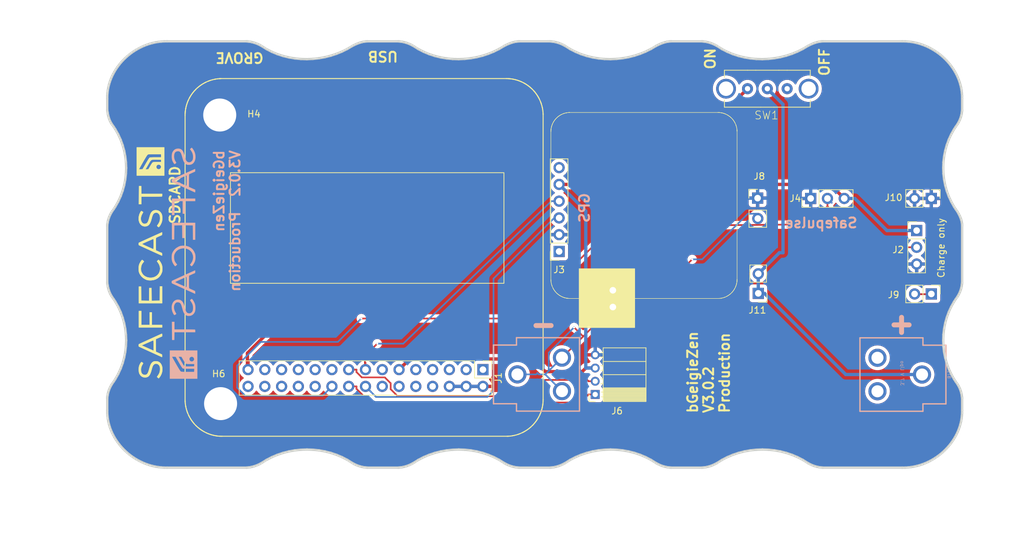
<source format=kicad_pcb>
(kicad_pcb (version 20240108) (generator "pcbnew") (generator_version "8.0")
  (title_block (title "bGeigieZen Production V3.0.2") (date "2024-01-20") (rev "V3.0.2"))
  (layers (0 "F.Cu" signal) (31 "B.Cu" signal) (34 "B.Paste" user) (35 "F.Paste" user) (36 "B.SilkS" user "B.Silkscreen") (37 "F.SilkS" user "F.Silkscreen") (38 "B.Mask" user) (39 "F.Mask" user) (44 "Edge.Cuts" user))
  (net 0 "")
  (net 1 "GND")
  (net 2 "/RX2")
  (net 3 "/TX2")
  (net 4 "3.3V")
  (net 5 "5V")
  (net 7 "/VBATT")
  (net 9 "/GIO34")
  (net 10 "/GIO13")
  (net 11 "/GIO5")
  (net 19 "/GIO2 on Core and GIO32 on Core-2")
  (net 26 "/SDA")
  (net 27 "/SCL")
  (net 29 "Net-(J9-Pin_1)")
  (net 30 "/BAT")
  (net 32 "Net-(BT1--)")
  (footprint "bGeigieZen:LOGO" (layer "F.Cu") (at 91.1076 100.23 90)
    (property "Reference" "G front" (hide yes))
    (property "Value" "LOGO" (hide yes))
  )
  (footprint "Connector_PinHeader_2.54mm:PinHeader_2x15_P2.54mm_Vertical" (layer "F.Cu") (at 141.4526 116.407 -90)
    (property "Reference" "J1")
    (property "Value" "M5 2x15 pin")
  )
  (footprint "Connector_PinHeader_2.54mm:PinHeader_1x02_P2.54mm_Vertical" (layer "F.Cu") (at 209.330734 90.462202 -90)
    (property "Reference" "J10")
    (property "Value" "QI GND")
  )
  (footprint "Connector_PinSocket_2.54mm:PinSocket_1x06_P2.54mm_Vertical" (layer "F.Cu") (at 152.9846 98.5 180)
    (property "Reference" "J3")
    (property "Value" "GPS")
  )
  (footprint "bGeigieZen:EG1206" (layer "F.Cu") (at 184.5056 73.838 180)
    (property "Reference" "SW1")
    (property "Value" "SW_SPDT" (hide yes))
  )
  (footprint "Connector_PinHeader_2.54mm:PinHeader_1x02_P2.54mm_Vertical" (layer "F.Cu") (at 209.335334 104.940202 -90)
    (property "Reference" "J9")
    (property "Value" "QI Plus")
  )
  (footprint "MountingHole:MountingHole_3.2mm_M3" (layer "F.Cu") (at 101.608 77.83)
    (property "Reference" "H4")
    (property "Value" "MountingHole_Pad")
  )
  (footprint "Connector_PinHeader_2.54mm:PinHeader_1x02_P2.54mm_Vertical" (layer "F.Cu") (at 161.1216 106.925 180)
    (property "Reference" "J5")
    (property "Value" "Extra support header")
  )
  (footprint "Connector_PinHeader_2.54mm:PinHeader_1x03_P2.54mm_Vertical" (layer "F.Cu") (at 191.0676 90.47 90)
    (property "Reference" "J4")
    (property "Value" "Geiger Safepulse")
  )
  (footprint "Connector_PinHeader_2.54mm:PinHeader_1x03_P2.54mm_Vertical" (layer "F.Cu") (at 207.108 95.33)
    (property "Reference" "J2")
    (property "Value" "Geiger IRover")
  )
  (footprint "bGeigieZen:PinHeader_1x02_P2.54mm_Vertical_4056" (layer "F.Cu") (at 183.134 104.85 180)
    (property "Reference" "J11")
    (property "Value" "QI charger Plus")
  )
  (footprint "bGeigieZen:LOGO" (layer "F.Cu") (at 91.1076 100.23 90)
    (property "Reference" "G***" (hide yes))
    (property "Value" "LOGO" (hide yes))
  )
  (footprint "MountingHole:MountingHole_3.2mm_M3" (layer "F.Cu") (at 101.7376 121.56)
    (property "Reference" "H6")
    (property "Value" "MountingHole_Pad")
  )
  (footprint "Connector_PinSocket_2.00mm:PinSocket_1x04_P2.00mm_Horizontal" (layer "F.Cu") (at 158.4476 120.169 180)
    (property "Reference" "J6")
    (property "Value" "Grove")
  )
  (footprint "Connector_PinHeader_2.54mm:PinHeader_1x02_P2.54mm_Vertical" (layer "F.Cu") (at 183.0324 90.4228)
    (property "Reference" "J8")
    (property "Value" "QI charger ground")
  )
  (footprint "Library:BATTERY_18650-HOLDER" (layer "B.Cu") (at 177.2976 117.14 180)
    (property "Reference" "BT1")
    (property "Value" " 3.7 V Lipo")
  )
  (footprint "bGeigieZen:LOGO" (layer "B.Cu") (at 96.1136 100.278 -90)
    (property "Reference" "G back" (hide yes))
    (property "Value" "LOGO" (hide yes))
  )
  (gr_line (start 177.473237 77.476896) (end 177.473237 77.476896) (stroke (width 0.078091)) (layer "F.SilkS"))
  (gr_line (start 153.19561 77.825565) (end 153.19561 77.825565) (stroke (width 0.078091)) (layer "F.SilkS"))
  (gr_line (start 179.918751 102.905457) (end 179.918751 102.905457) (stroke (width 0.078091)) (layer "F.SilkS"))
  (gr_line (start 179.31343 78.55841) (end 179.271456 78.505145) (stroke (width 0.078091)) (layer "F.SilkS"))
  (gr_line (start 145.85228 72.369967) (end 145.85228 72.369967) (stroke (width 0.150176)) (layer "F.SilkS"))
  (gr_line (start 146.619019 72.54381) (end 146.619019 72.54381) (stroke (width 0.150176)) (layer "F.SilkS"))
  (gr_line (start 178.80818 105.01683) (end 178.861453 104.974864) (stroke (width 0.078091)) (layer "F.SilkS"))
  (gr_line (start 97.270951 74.825427) (end 97.270951 74.825427) (stroke (width 0.150176)) (layer "F.SilkS"))
  (gr_line (start 96.755661 122.993884) (end 96.913956 123.357089) (stroke (width 0.150176)) (layer "F.SilkS"))
  (gr_line (start 152.574142 104.768248) (end 152.574142 104.768248) (stroke (width 0.078091)) (layer "F.SilkS"))
  (gr_line (start 153.565265 77.646395) (end 153.376391 77.728716) (stroke (width 0.078091)) (layer "F.SilkS"))
  (gr_line (start 101.337509 126.473742) (end 101.467881 126.486163) (stroke (width 0.150176)) (layer "F.SilkS"))
  (gr_line (start 178.346523 105.310615) (end 178.346523 105.310615) (stroke (width 0.078091)) (layer "F.SilkS"))
  (gr_line (start 147.590653 72.944247) (end 147.354721 72.826296) (stroke (width 0.150176)) (layer "F.SilkS"))
  (gr_line (start 150.545883 121.401415) (end 150.545883 121.401415) (stroke (width 0.150176)) (layer "F.SilkS"))
  (gr_line (start 148.720597 125.079943) (end 148.913056 124.89989) (stroke (width 0.150176)) (layer "F.SilkS"))
  (gr_line (start 152.230322 104.345319) (end 152.269058 104.401821) (stroke (width 0.078091)) (layer "F.SilkS"))
  (gr_line (start 152.698429 78.183914) (end 152.698429 78.183914) (stroke (width 0.078091)) (layer "F.SilkS"))
  (gr_line (start 147.705506 73.00635) (end 147.590653 72.944247) (stroke (width 0.150176)) (layer "F.SilkS"))
  (gr_line (start 150.21994 75.93674) (end 150.21994 75.93674) (stroke (width 0.150176)) (layer "F.SilkS"))
  (gr_line (start 145.591522 72.335818) (end 145.461136 72.323397) (stroke (width 0.150176)) (layer "F.SilkS"))
  (gr_line (start 177.938123 77.588282) (end 177.871941 77.567295) (stroke (width 0.078091)) (layer "F.SilkS"))
  (gr_line (start 98.667862 125.449343) (end 98.667862 125.449343) (stroke (width 0.150176)) (layer "F.SilkS"))
  (gr_line (start 153.532988 105.410694) (end 153.597543 105.43491) (stroke (width 0.078091)) (layer "F.SilkS"))
  (gr_line (start 97.066086 75.16379) (end 97.003983 75.278643) (stroke (width 0.150176)) (layer "F.SilkS"))
  (gr_line (start 145.461136 72.323397) (end 145.461136 72.323397) (stroke (width 0.150176)) (layer "F.SilkS"))
  (gr_line (start 96.535263 76.501711) (end 96.504196 76.628985) (stroke (width 0.150176)) (layer "F.SilkS"))
  (gr_line (start 152.672595 104.861868) (end 152.672595 104.861868) (stroke (width 0.078091)) (layer "F.SilkS"))
  (gr_line (start 153.166553 105.228294) (end 153.166553 105.228294) (stroke (width 0.078091)) (layer "F.SilkS"))
  (gr_line (start 149.471817 74.555361) (end 149.471817 74.555361) (stroke (width 0.150176)) (layer "F.SilkS"))
  (gr_line (start 153.286 105.294476) (end 153.286 105.294476) (stroke (width 0.078091)) (layer "F.SilkS"))
  (gr_line (start 179.778317 103.641531) (end 179.778317 103.641531) (stroke (width 0.078091)) (layer "F.SilkS"))
  (gr_line (start 177.675013 77.515641) (end 177.675013 77.515641) (stroke (width 0.078091)) (layer "F.SilkS"))
  (gr_line (start 154.427245 77.449459) (end 154.291659 77.462376) (stroke (width 0.078091)) (layer "F.SilkS"))
  (gr_line (start 148.670929 73.68616) (end 148.571595 73.602358) (stroke (width 0.150176)) (layer "F.SilkS"))
  (gr_line (start 150.558304 77.603716) (end 150.552094 77.47333) (stroke (width 0.150176)) (layer "F.SilkS"))
  (gr_line (start 179.92198 102.836045) (end 179.923599 102.734348) (stroke (width 0.078091)) (layer "F.SilkS"))
  (gr_line (start 149.956085 75.337618) (end 149.956085 75.337618) (stroke (width 0.150176)) (layer "F.SilkS"))
  (gr_line (start 101.731736 126.501681) (end 101.731736 126.501681) (stroke (width 0.150176)) (layer "F.SilkS"))
  (gr_line (start 151.7396 102.80214) (end 151.742822 102.871552) (stroke (width 0.078091)) (layer "F.SilkS"))
  (gr_line (start 154.022074 77.507571) (end 154.022074 77.507571) (stroke (width 0.078091)) (layer "F.SilkS"))
  (gr_line (start 98.615097 73.397463) (end 98.615097 73.397463) (stroke (width 0.150176)) (layer "F.SilkS"))
  (gr_line (start 152.993834 105.118527) (end 153.050328 105.155653) (stroke (width 0.078091)) (layer "F.SilkS"))
  (gr_line (start 179.652411 103.957914) (end 179.652411 103.957914) (stroke (width 0.078091)) (layer "F.SilkS"))
  (gr_line (start 152.551545 78.327585) (end 152.504731 78.37601) (stroke (width 0.078091)) (layer "F.SilkS"))
  (gr_line (start 179.111654 104.742421) (end 179.111654 104.742421) (stroke (width 0.078091)) (layer "F.SilkS"))
  (gr_line (start 99.338364 125.865313) (end 99.574295 125.983279) (stroke (width 0.150176)) (layer "F.SilkS"))
  (gr_line (start 96.373825 77.538531) (end 96.3676 77.672) (stroke (width 0.150176)) (layer "F.SilkS"))
  (gr_line (start 152.480514 104.668161) (end 152.574142 104.768248) (stroke (width 0.078091)) (layer "F.SilkS"))
  (gr_line (start 153.079384 77.894977) (end 153.021271 77.933721) (stroke (width 0.078091)) (layer "F.SilkS"))
  (gr_line (start 148.099747 125.561099) (end 148.099747 125.561099) (stroke (width 0.150176)) (layer "F.SilkS"))
  (gr_line (start 177.507133 105.588262) (end 177.507133 105.588262) (stroke (width 0.078091)) (layer "F.SilkS"))
  (gr_line (start 100.058548 126.181948) (end 100.058548 126.181948) (stroke (width 0.150176)) (layer "F.SilkS"))
  (gr_line (start 152.104416 78.929684) (end 152.072122 78.989408) (stroke (width 0.078091)) (layer "F.SilkS"))
  (gr_line (start 151.836449 103.47688) (end 151.836449 103.47688) (stroke (width 0.078091)) (layer "F.SilkS"))
  (gr_line (start 177.54103 77.488195) (end 177.54103 77.488195) (stroke (width 0.078091)) (layer "F.SilkS"))
  (gr_line (start 101.011551 72.379275) (end 101.011551 72.379275) (stroke (width 0.150176)) (layer "F.SilkS"))
  (gr_line (start 179.227872 78.453491) (end 179.227872 78.453491) (stroke (width 0.078091)) (layer "F.SilkS"))
  (gr_line (start 98.996903 125.669741) (end 99.108658 125.73804) (stroke (width 0.150176)) (layer "F.SilkS"))
  (gr_line (start 152.698429 78.183914) (end 152.598359 78.277542) (stroke (width 0.078091)) (layer "F.SilkS"))
  (gr_line (start 177.235945 105.620547) (end 177.235945 105.620547) (stroke (width 0.078091)) (layer "F.SilkS"))
  (gr_line (start 153.286 105.294476) (end 153.408685 105.355818) (stroke (width 0.078091)) (layer "F.SilkS"))
  (gr_line (start 147.416809 125.95534) (end 147.531678 125.89635) (stroke (width 0.150176)) (layer "F.SilkS"))
  (gr_line (start 145.591522 72.335818) (end 145.591522 72.335818) (stroke (width 0.150176)) (layer "F.SilkS"))
  (gr_line (start 179.111654 104.742421) (end 179.158468 104.693988) (stroke (width 0.078091)) (layer "F.SilkS"))
  (gr_line (start 179.652411 103.957914) (end 179.679849 103.896572) (stroke (width 0.078091)) (layer "F.SilkS"))
  (gr_line (start 98.065628 124.943347) (end 98.065628 124.943347) (stroke (width 0.150176)) (layer "F.SilkS"))
  (gr_line (start 153.470019 105.383256) (end 153.532988 105.410694) (stroke (width 0.078091)) (layer "F.SilkS"))
  (gr_line (start 148.20839 125.48659) (end 148.313935 125.412097) (stroke (width 0.150176)) (layer "F.SilkS"))
  (gr_line (start 100.561447 126.334048) (end 100.561447 126.334048) (stroke (width 0.150176)) (layer "F.SilkS"))
  (gr_line (start 148.621262 125.166857) (end 148.720597 125.079943) (stroke (width 0.150176)) (layer "F.SilkS"))
  (gr_line (start 154.291659 77.462376) (end 154.291659 77.462376) (stroke (width 0.078091)) (layer "F.SilkS"))
  (gr_line (start 151.791254 103.278334) (end 151.791254 103.278334) (stroke (width 0.078091)) (layer "F.SilkS"))
  (gr_line (start 178.130219 77.659304) (end 178.065647 77.635096) (stroke (width 0.078091)) (layer "F.SilkS"))
  (gr_line (start 150.043 123.295001) (end 150.043 123.295001) (stroke (width 0.150176)) (layer "F.SilkS"))
  (gr_line (start 154.325556 105.610859) (end 154.393349 105.617318) (stroke (width 0.078091)) (layer "F.SilkS"))
  (gr_line (start 179.06484 104.792456) (end 179.06484 104.792456) (stroke (width 0.078091)) (layer "F.SilkS"))
  (gr_line (start 152.435319 104.616507) (end 152.480514 104.668161) (stroke (width 0.078091)) (layer "F.SilkS"))
  (gr_line (start 152.122158 104.170989) (end 152.156054 104.229102) (stroke (width 0.078091)) (layer "F.SilkS"))
  (gr_line (start 152.307795 104.456705) (end 152.349769 104.511588) (stroke (width 0.078091)) (layer "F.SilkS"))
  (gr_line (start 149.58667 124.092791) (end 149.58667 124.092791) (stroke (width 0.150176)) (layer "F.SilkS"))
  (gr_line (start 154.56445 77.443) (end 154.56445 77.443) (stroke (width 0.078091)) (layer "F.SilkS"))
  (gr_line (start 149.862946 123.645785) (end 149.925034 123.530917) (stroke (width 0.150176)) (layer "F.SilkS"))
  (gr_line (start 178.03498 105.447828) (end 178.097933 105.423611) (stroke (width 0.078091)) (layer "F.SilkS"))
  (gr_line (start 96.709091 122.87282) (end 96.709091 122.87282) (stroke (width 0.150176)) (layer "F.SilkS"))
  (gr_line (start 96.3676 77.672) (end 96.3676 77.672) (stroke (width 0.150176)) (layer "F.SilkS"))
  (gr_line (start 148.770264 73.776187) (end 148.770264 73.776187) (stroke (width 0.150176)) (layer "F.SilkS"))
  (gr_line (start 153.988178 105.554365) (end 154.055971 105.568885) (stroke (width 0.078091)) (layer "F.SilkS"))
  (gr_line (start 149.620819 74.769549) (end 149.620819 74.769549) (stroke (width 0.150176)) (layer "F.SilkS"))
  (gr_line (start 151.896181 103.673817) (end 151.896181 103.673817) (stroke (width 0.078091)) (layer "F.SilkS"))
  (gr_line (start 151.74928 80.096749) (end 151.74444 80.16455) (stroke (width 0.078091)) (layer "F.SilkS"))
  (gr_line (start 100.309983 126.26575) (end 100.434189 126.299899) (stroke (width 0.150176)) (layer "F.SilkS"))
  (gr_line (start 150.561402 121.13756) (end 150.561402 121.13756) (stroke (width 0.150176)) (layer "F.SilkS"))
  (gr_line (start 153.889726 77.539849) (end 153.889726 77.539849) (stroke (width 0.078091)) (layer "F.SilkS"))
  (gr_line (start 148.571595 73.602358) (end 148.469147 73.518542) (stroke (width 0.150176)) (layer "F.SilkS"))
  (gr_line (start 96.376938 121.33623) (end 96.401779 121.596987) (stroke (width 0.150176)) (layer "F.SilkS"))
  (gr_line (start 179.271456 78.505145) (end 179.271456 78.505145) (stroke (width 0.078091)) (layer "F.SilkS"))
  (gr_line (start 178.669357 77.951479) (end 178.669357 77.951479) (stroke (width 0.078091)) (layer "F.SilkS"))
  (gr_line (start 179.92198 102.836045) (end 179.92198 102.836045) (stroke (width 0.078091)) (layer "F.SilkS"))
  (gr_line (start 179.755719 103.706094) (end 179.778317 103.641531) (stroke (width 0.078091)) (layer "F.SilkS"))
  (gr_line (start 152.801738 78.095142) (end 152.750099 78.138719) (stroke (width 0.078091)) (layer "F.SilkS"))
  (gr_line (start 179.374764 104.429259) (end 179.374764 104.429259) (stroke (width 0.078091)) (layer "F.SilkS"))
  (gr_line (start 98.357437 125.207217) (end 98.459885 125.291033) (stroke (width 0.150176)) (layer "F.SilkS"))
  (gr_line (start 147.416809 125.95534) (end 147.416809 125.95534) (stroke (width 0.150176)) (layer "F.SilkS"))
  (gr_line (start 96.972946 123.471942) (end 96.972946 123.471942) (stroke (width 0.150176)) (layer "F.SilkS"))
  (gr_line (start 148.313935 125.412097) (end 148.313935 125.412097) (stroke (width 0.150176)) (layer "F.SilkS"))
  (gr_line (start 149.509064 124.201434) (end 149.58667 124.092791) (stroke (width 0.150176)) (layer "F.SilkS"))
  (gr_line (start 98.307785 73.642703) (end 98.20842 73.729617) (stroke (width 0.150176)) (layer "F.SilkS"))
  (gr_line (start 179.720204 79.268665) (end 179.637883 79.079807) (stroke (width 0.078091)) (layer "F.SilkS"))
  (gr_line (start 178.938934 78.161317) (end 178.88728 78.11774) (stroke (width 0.078091)) (layer "F.SilkS"))
  (gr_line (start 146.991532 72.674197) (end 146.870468 72.627627) (stroke (width 0.150176)) (layer "F.SilkS"))
  (gr_line (start 149.862946 123.645785) (end 149.862946 123.645785) (stroke (width 0.150176)) (layer "F.SilkS"))
  (gr_line (start 179.884854 79.859465) (end 179.871944 79.791664) (stroke (width 0.078091)) (layer "F.SilkS"))
  (gr_line (start 146.494858 72.509661) (end 146.494858 72.509661) (stroke (width 0.150176)) (layer "F.SilkS"))
  (gr_line (start 150.499329 121.792544) (end 150.499329 121.792544) (stroke (width 0.150176)) (layer "F.SilkS"))
  (gr_line (start 179.834819 103.444595) (end 179.850958 103.378412) (stroke (width 0.078091)) (layer "F.SilkS"))
  (gr_line (start 99.875412 72.695925) (end 99.875412 72.695925) (stroke (width 0.150176)) (layer "F.SilkS"))
  (gr_line (start 152.269058 104.401821) (end 152.269058 104.401821) (stroke (width 0.078091)) (layer "F.SilkS"))
  (gr_line (start 101.663437 72.310992) (end 101.533066 72.317202) (stroke (width 0.150176)) (layer "F.SilkS"))
  (gr_line (start 96.463852 121.988116) (end 96.488694 122.115389) (stroke (width 0.150176)) (layer "F.SilkS"))
  (gr_line (start 178.834007 78.074155) (end 178.780743 78.032189) (stroke (width 0.078091)) (layer "F.SilkS"))
  (gr_line (start 152.750099 78.138719) (end 152.698429 78.183914) (stroke (width 0.078091)) (layer "F.SilkS"))
  (gr_line (start 179.039013 78.254944) (end 178.990588 78.20813) (stroke (width 0.078091)) (layer "F.SilkS"))
  (gr_line (start 152.055983 104.049923) (end 152.088261 104.111265) (stroke (width 0.078091)) (layer "F.SilkS"))
  (gr_line (start 98.720627 73.32297) (end 98.720627 73.32297) (stroke (width 0.150176)) (layer "F.SilkS"))
  (gr_line (start 148.521927 125.250674) (end 148.521927 125.250674) (stroke (width 0.150176)) (layer "F.SilkS"))
  (gr_line (start 98.996903 125.669741) (end 98.996903 125.669741) (stroke (width 0.150176)) (layer "F.SilkS"))
  (gr_line (start 99.81334 126.088809) (end 99.81334 126.088809) (stroke (width 0.150176)) (layer "F.SilkS"))
  (gr_line (start 151.763801 79.961163) (end 151.763801 79.961163) (stroke (width 0.078091)) (layer "F.SilkS"))
  (gr_line (start 100.688706 126.3651) (end 100.688706 126.3651) (stroke (width 0.150176)) (layer "F.SilkS"))
  (gr_line (start 150.555191 121.271044) (end 150.561402 121.13756) (stroke (width 0.150176)) (layer "F.SilkS"))
  (gr_line (start 145.461136 72.323397) (end 145.330765 72.314089) (stroke (width 0.150176)) (layer "F.SilkS"))
  (gr_line (start 179.524886 104.200045) (end 179.524886 104.200045) (stroke (width 0.078091)) (layer "F.SilkS"))
  (gr_line (start 178.002695 77.61088) (end 177.938123 77.588282) (stroke (width 0.078091)) (layer "F.SilkS"))
  (gr_line (start 101.927292 126.504778) (end 145.132096 126.504778) (stroke (width 0.150176)) (layer "F.SilkS"))
  (gr_line (start 177.905845 105.491404) (end 177.905845 105.491404) (stroke (width 0.078091)) (layer "F.SilkS"))
  (gr_line (start 179.91714 80.130645) (end 179.91714 80.130645) (stroke (width 0.078091)) (layer "F.SilkS"))
  (gr_line (start 97.618637 124.462191) (end 97.618637 124.462191) (stroke (width 0.150176)) (layer "F.SilkS"))
  (gr_line (start 146.429673 126.31853) (end 146.429673 126.31853) (stroke (width 0.150176)) (layer "F.SilkS"))
  (gr_line (start 145.132096 126.504778) (end 145.265579 126.498568) (stroke (width 0.150176)) (layer "F.SilkS"))
  (gr_line (start 154.291659 77.462376) (end 154.156058 77.481736) (stroke (width 0.078091)) (layer "F.SilkS"))
  (gr_line (start 178.130219 77.659304) (end 178.130219 77.659304) (stroke (width 0.078091)) (layer "F.SilkS"))
  (gr_line (start 179.471622 78.782784) (end 179.432877 78.724679) (stroke (width 0.078091)) (layer "F.SilkS"))
  (gr_line (start 149.183121 124.611193) (end 149.183121 124.611193) (stroke (width 0.150176)) (layer "F.SilkS"))
  (gr_line (start 179.06484 104.792456) (end 179.111654 104.742421) (stroke (width 0.078091)) (layer "F.SilkS"))
  (gr_line (start 145.265579 126.498568) (end 145.265579 126.498568) (stroke (width 0.150176)) (layer "F.SilkS"))
  (gr_line (start 96.488694 122.115389) (end 96.488694 122.115389) (stroke (width 0.150176)) (layer "F.SilkS"))
  (gr_line (start 149.350754 124.409426) (end 149.431458 124.306979) (stroke (width 0.150176)) (layer "F.SilkS"))
  (gr_line (start 97.342331 74.716769) (end 97.342331 74.716769) (stroke (width 0.150176)) (layer "F.SilkS"))
  (gr_line (start 152.191569 104.287214) (end 152.191569 104.287214) (stroke (width 0.078091)) (layer "F.SilkS"))
  (gr_line (start 177.269842 77.45268) (end 177.202049 77.44784) (stroke (width 0.078091)) (layer "F.SilkS"))
  (gr_line (start 153.532988 105.410694) (end 153.532988 105.410694) (stroke (width 0.078091)) (layer "F.SilkS"))
  (gr_line (start 98.459885 125.291033) (end 98.562302 125.371737) (stroke (width 0.150176)) (layer "F.SilkS"))
  (gr_line (start 177.54103 77.488195) (end 177.473237 77.476896) (stroke (width 0.078091)) (layer "F.SilkS"))
  (gr_line (start 178.03498 105.447828) (end 178.03498 105.447828) (stroke (width 0.078091)) (layer "F.SilkS"))
  (gr_line (start 150.148545 123.055972) (end 150.148545 123.055972) (stroke (width 0.150176)) (layer "F.SilkS"))
  (gr_line (start 152.85501 78.053168) (end 152.85501 78.053168) (stroke (width 0.078091)) (layer "F.SilkS"))
  (gr_line (start 153.725068 105.481724) (end 153.791242 105.502703) (stroke (width 0.078091)) (layer "F.SilkS"))
  (gr_line (start 179.637883 79.079807) (end 179.637883 79.079807) (stroke (width 0.078091)) (layer "F.SilkS"))
  (gr_line (start 178.583807 105.175021) (end 178.583807 105.175021) (stroke (width 0.078091)) (layer "F.SilkS"))
  (gr_line (start 152.328774 78.585856) (end 152.328774 78.585856) (stroke (width 0.078091)) (layer "F.SilkS"))
  (gr_line (start 179.826741 79.593126) (end 179.826741 79.593126) (stroke (width 0.078091)) (layer "F.SilkS"))
  (gr_line (start 179.799304 103.575349) (end 179.799304 103.575349) (stroke (width 0.078091)) (layer "F.SilkS"))
  (gr_line (start 98.667862 125.449343) (end 98.776505 125.526949) (stroke (width 0.150176)) (layer "F.SilkS"))
  (gr_line (start 151.896181 103.673817) (end 151.918779 103.73838) (stroke (width 0.078091)) (layer "F.SilkS"))
  (gr_line (start 152.457917 78.427664) (end 152.457917 78.427664) (stroke (width 0.078091)) (layer "F.SilkS"))
  (gr_line (start 152.624178 104.815054) (end 152.624178 104.815054) (stroke (width 0.078091)) (layer "F.SilkS"))
  (gr_line (start 101.076737 126.439593) (end 101.076737 126.439593) (stroke (width 0.150176)) (layer "F.SilkS"))
  (gr_line (start 177.269842 77.45268) (end 177.269842 77.45268) (stroke (width 0.078091)) (layer "F.SilkS"))
  (gr_line (start 148.959626 73.95624) (end 148.863388 73.866213) (stroke (width 0.150176)) (layer "F.SilkS"))
  (gr_line (start 179.374764 104.429259) (end 179.41512 104.372765) (stroke (width 0.078091)) (layer "F.SilkS"))
  (gr_line (start 98.357437 125.207217) (end 98.357437 125.207217) (stroke (width 0.150176)) (layer "F.SilkS"))
  (gr_line (start 100.561447 126.334048) (end 100.688706 126.3651) (stroke (width 0.150176)) (layer "F.SilkS"))
  (gr_line (start 100.120652 72.605898) (end 100.120652 72.605898) (stroke (width 0.150176)) (layer "F.SilkS"))
  (gr_line (start 96.643906 76.122988) (end 96.643906 76.122988) (stroke (width 0.150176)) (layer "F.SilkS"))
  (gr_line (start 153.855829 105.520461) (end 153.922004 105.538218) (stroke (width 0.078091)) (layer "F.SilkS"))
  (gr_line (start 96.395554 77.277773) (end 96.395554 77.277773) (stroke (width 0.150176)) (layer "F.SilkS"))
  (gr_line (start 149.828812 75.1048) (end 149.763611 74.993044) (stroke (width 0.150176)) (layer "F.SilkS"))
  (gr_line (start 147.531678 125.89635) (end 147.649628 125.834261) (stroke (width 0.150176)) (layer "F.SilkS"))
  (gr_line (start 150.095764 123.177035) (end 150.148545 123.055972) (stroke (width 0.150176)) (layer "F.SilkS"))
  (gr_line (start 178.065647 77.635096) (end 178.002695 77.61088) (stroke (width 0.078091)) (layer "F.SilkS"))
  (gr_line (start 179.292443 104.537415) (end 179.292443 104.537415) (stroke (width 0.078091)) (layer "F.SilkS"))
  (gr_line (start 153.316675 77.759383) (end 153.316675 77.759383) (stroke (width 0.078091)) (layer "F.SilkS"))
  (gr_line (start 152.370748 78.532591) (end 152.370748 78.532591) (stroke (width 0.078091)) (layer "F.SilkS"))
  (gr_line (start 150.325486 122.559298) (end 150.325486 122.559298) (stroke (width 0.150176)) (layer "F.SilkS"))
  (gr_line (start 149.266938 124.511859) (end 149.350754 124.409426) (stroke (width 0.150176)) (layer "F.SilkS"))
  (gr_line (start 177.641116 105.562435) (end 177.773481 105.530149) (stroke (width 0.078091)) (layer "F.SilkS"))
  (gr_line (start 148.26117 73.360232) (end 148.26117 73.360232) (stroke (width 0.150176)) (layer "F.SilkS"))
  (gr_line (start 179.57493 78.958741) (end 179.541033 78.899009) (stroke (width 0.078091)) (layer "F.SilkS"))
  (gr_line (start 152.072122 78.989408) (end 152.072122 78.989408) (stroke (width 0.078091)) (layer "F.SilkS"))
  (gr_line (start 148.41948 125.331378) (end 148.41948 125.331378) (stroke (width 0.150176)) (layer "F.SilkS"))
  (gr_line (start 150.303757 76.185092) (end 150.263397 76.060916) (stroke (width 0.150176)) (layer "F.SilkS"))
  (gr_line (start 96.370713 121.205844) (end 96.376938 121.33623) (stroke (width 0.150176)) (layer "F.SilkS"))
  (gr_line (start 97.578263 74.400149) (end 97.578263 74.400149) (stroke (width 0.150176)) (layer "F.SilkS"))
  (gr_line (start 179.850958 103.378412) (end 179.865486 103.310619) (stroke (width 0.078091)) (layer "F.SilkS"))
  (gr_line (start 154.393349 105.617318) (end 154.461142 105.622158) (stroke (width 0.078091)) (layer "F.SilkS"))
  (gr_line (start 150.452759 122.050204) (end 150.477585 121.92293) (stroke (width 0.150176)) (layer "F.SilkS"))
  (gr_line (start 152.937339 105.078172) (end 152.937339 105.078172) (stroke (width 0.078091)) (layer "F.SilkS"))
  (gr_line (start 146.80838 126.203677) (end 146.932556 126.16022) (stroke (width 0.150176)) (layer "F.SilkS"))
  (gr_line (start 146.619019 72.54381) (end 146.494858 72.509661) (stroke (width 0.150176)) (layer "F.SilkS"))
  (gr_line (start 150.241669 122.810732) (end 150.241669 122.810732) (stroke (width 0.150176)) (layer "F.SilkS"))
  (gr_line (start 149.58667 124.092791) (end 149.658066 123.984149) (stroke (width 0.150176)) (layer "F.SilkS"))
  (gr_line (start 98.258103 125.1234) (end 98.357437 125.207217) (stroke (width 0.150176)) (layer "F.SilkS"))
  (gr_line (start 152.964777 77.972458) (end 152.909902 78.011194) (stroke (width 0.078091)) (layer "F.SilkS"))
  (gr_line (start 100.819077 126.393023) (end 100.819077 126.393023) (stroke (width 0.150176)) (layer "F.SilkS"))
  (gr_line (start 177.473237 77.476896) (end 177.405436 77.467216) (stroke (width 0.078091)) (layer "F.SilkS"))
  (gr_line (start 179.878395 103.244437) (end 179.878395 103.244437) (stroke (width 0.078091)) (layer "F.SilkS"))
  (gr_line (start 97.969406 124.853335) (end 97.969406 124.853335) (stroke (width 0.150176)) (layer "F.SilkS"))
  (gr_line (start 99.338364 125.865313) (end 99.338364 125.865313) (stroke (width 0.150176)) (layer "F.SilkS"))
  (gr_line (start 178.861453 104.974864) (end 178.861453 104.974864) (stroke (width 0.078091)) (layer "F.SilkS"))
  (gr_line (start 154.495038 77.446229) (end 154.427245 77.449459) (stroke (width 0.078091)) (layer "F.SilkS"))
  (gr_line (start 151.778337 103.210541) (end 151.791254 103.278334) (stroke (width 0.078091)) (layer "F.SilkS"))
  (gr_line (start 153.757345 77.578594) (end 153.69279 77.599581) (stroke (width 0.078091)) (layer "F.SilkS"))
  (gr_line (start 100.88118 72.404116) (end 100.88118 72.404116) (stroke (width 0.150176)) (layer "F.SilkS"))
  (gr_line (start 97.925949 74.005908) (end 97.835923 74.099032) (stroke (width 0.150176)) (layer "F.SilkS"))
  (gr_line (start 153.889726 77.539849) (end 153.757345 77.578594) (stroke (width 0.078091)) (layer "F.SilkS"))
  (gr_line (start 177.202049 77.44784) (end 177.132637 77.444619) (stroke (width 0.078091)) (layer "F.SilkS"))
  (gr_line (start 145.656708 126.467532) (end 145.656708 126.467532) (stroke (width 0.150176)) (layer "F.SilkS"))
  (gr_line (start 179.591069 104.08059) (end 179.591069 104.08059) (stroke (width 0.078091)) (layer "F.SilkS"))
  (gr_line (start 100.182724 126.225405) (end 100.182724 126.225405) (stroke (width 0.150176)) (layer "F.SilkS"))
  (gr_line (start 97.131272 75.048922) (end 97.131272 75.048922) (stroke (width 0.150176)) (layer "F.SilkS"))
  (gr_line (start 97.835923 74.099032) (end 97.745896 74.198367) (stroke (width 0.150176)) (layer "F.SilkS"))
  (gr_line (start 153.565265 77.646395) (end 153.565265 77.646395) (stroke (width 0.078091)) (layer "F.SilkS"))
  (gr_line (start 149.310395 74.347369) (end 149.226578 74.248034) (stroke (width 0.150176)) (layer "F.SilkS"))
  (gr_line (start 154.088265 77.494654) (end 154.022074 77.507571) (stroke (width 0.078091)) (layer "F.SilkS"))
  (gr_line (start 98.307785 73.642703) (end 98.307785 73.642703) (stroke (width 0.150176)) (layer "F.SilkS"))
  (gr_line (start 148.621262 125.166857) (end 148.621262 125.166857) (stroke (width 0.150176)) (layer "F.SilkS"))
  (gr_line (start 98.562302 125.371737) (end 98.562302 125.371737) (stroke (width 0.150176)) (layer "F.SilkS"))
  (gr_line (start 96.972946 123.471942) (end 97.035019 123.589907) (stroke (width 0.150176)) (layer "F.SilkS"))
  (gr_line (start 150.533463 121.531787) (end 150.533463 121.531787) (stroke (width 0.150176)) (layer "F.SilkS"))
  (gr_line (start 99.223496 125.803225) (end 99.223496 125.803225) (stroke (width 0.150176)) (layer "F.SilkS"))
  (gr_line (start 179.679849 103.896572) (end 179.707294 103.833619) (stroke (width 0.078091)) (layer "F.SilkS"))
  (gr_line (start 149.471817 74.555361) (end 149.391114 74.449801) (stroke (width 0.150176)) (layer "F.SilkS"))
  (gr_line (start 149.956085 75.337618) (end 149.893997 75.219668) (stroke (width 0.150176)) (layer "F.SilkS"))
  (gr_line (start 96.709091 122.87282) (end 96.755661 122.993884) (stroke (width 0.150176)) (layer "F.SilkS"))
  (gr_line (start 153.791242 105.502703) (end 153.791242 105.502703) (stroke (width 0.078091)) (layer "F.SilkS"))
  (gr_line (start 100.244797 72.565539) (end 100.120652 72.605898) (stroke (width 0.150176)) (layer "F.SilkS"))
  (gr_line (start 150.564514 77.7372) (end 150.558304 77.603716) (stroke (width 0.150176)) (layer "F.SilkS"))
  (gr_line (start 99.05278 73.105685) (end 99.05278 73.105685) (stroke (width 0.150176)) (layer "F.SilkS"))
  (gr_line (start 151.784795 79.825561) (end 151.773497 79.893362) (stroke (width 0.078091)) (layer "F.SilkS"))
  (gr_line (start 177.607212 77.501113) (end 177.607212 77.501113) (stroke (width 0.078091)) (layer "F.SilkS"))
  (gr_line (start 152.349769 104.511588) (end 152.391742 104.564853) (stroke (width 0.078091)) (layer "F.SilkS"))
  (gr_line (start 150.499329 121.792544) (end 150.517945 121.662173) (stroke (width 0.150176)) (layer "F.SilkS"))
  (gr_line (start 96.3676 77.672) (end 96.364517 77.867587) (stroke (width 0.150176)) (layer "F.SilkS"))
  (gr_line (start 179.91391 102.97325) (end 179.91391 102.97325) (stroke (width 0.078091)) (layer "F.SilkS"))
  (gr_line (start 179.292443 104.537415) (end 179.334409 104.484142) (stroke (width 0.078091)) (layer "F.SilkS"))
  (gr_line (start 98.509537 73.478182) (end 98.40709 73.558901) (stroke (width 0.150176)) (layer "F.SilkS"))
  (gr_line (start 146.047837 126.405444) (end 146.047837 126.405444) (stroke (width 0.150176)) (layer "F.SilkS"))
  (gr_line (start 149.431458 124.306979) (end 149.431458 124.306979) (stroke (width 0.150176)) (layer "F.SilkS"))
  (gr_line (start 149.695328 74.881289) (end 149.620819 74.769549) (stroke (width 0.150176)) (layer "F.SilkS"))
  (gr_line (start 149.828812 75.1048) (end 149.828812 75.1048) (stroke (width 0.150176)) (layer "F.SilkS"))
  (gr_line (start 178.496637 77.841712) (end 178.496637 77.841712) (stroke (width 0.078091)) (layer "F.SilkS"))
  (gr_line (start 96.550766 122.369937) (end 96.62526 122.624484) (stroke (width 0.150176)) (layer "F.SilkS"))
  (gr_line (start 148.770264 73.776187) (end 148.670929 73.68616) (stroke (width 0.150176)) (layer "F.SilkS"))
  (gr_line (start 147.987992 125.635592) (end 147.987992 125.635592) (stroke (width 0.150176)) (layer "F.SilkS"))
  (gr_line (start 96.488694 122.115389) (end 96.550766 122.369937) (stroke (width 0.150176)) (layer "F.SilkS"))
  (gr_line (start 97.382706 124.148669) (end 97.457199 124.254214) (stroke (width 0.150176)) (layer "F.SilkS"))
  (gr_line (start 179.850958 103.378412) (end 179.850958 103.378412) (stroke (width 0.078091)) (layer "F.SilkS"))
  (gr_line (start 179.637883 79.079807) (end 179.607215 79.020075) (stroke (width 0.078091)) (layer "F.SilkS"))
  (gr_line (start 179.541033 78.899009) (end 179.507129 78.840897) (stroke (width 0.078091)) (layer "F.SilkS"))
  (gr_line (start 152.173827 78.81184) (end 152.138312 78.869953) (stroke (width 0.078091)) (layer "F.SilkS"))
  (gr_line (start 96.550766 122.369937) (end 96.550766 122.369937) (stroke (width 0.150176)) (layer "F.SilkS"))
  (gr_line (start 150.527252 77.212588) (end 150.490006 76.95183) (stroke (width 0.150176)) (layer "F.SilkS"))
  (gr_line (start 179.817061 103.510777) (end 179.817061 103.510777) (stroke (width 0.078091)) (layer "F.SilkS"))
  (gr_line (start 177.371539 105.60763) (end 177.371539 105.60763) (stroke (width 0.078091)) (layer "F.SilkS"))
  (gr_line (start 96.364517 121.07236) (end 96.370713 121.205844) (stroke (width 0.150176)) (layer "F.SilkS"))
  (gr_line (start 150.452759 122.050204) (end 150.452759 122.050204) (stroke (width 0.150176)) (layer "F.SilkS"))
  (gr_line (start 150.490006 76.95183) (end 150.490006 76.95183) (stroke (width 0.150176)) (layer "F.SilkS"))
  (gr_line (start 177.905845 105.491404) (end 177.970409 105.470425) (stroke (width 0.078091)) (layer "F.SilkS"))
  (gr_line (start 179.271456 78.505145) (end 179.227872 78.453491) (stroke (width 0.078091)) (layer "F.SilkS"))
  (gr_line (start 179.41512 104.372765) (end 179.41512 104.372765) (stroke (width 0.078091)) (layer "F.SilkS"))
  (gr_line (start 153.166553 105.228294) (end 153.226269 105.262191) (stroke (width 0.078091)) (layer "F.SilkS"))
  (gr_line (start 148.043869 73.211215) (end 147.932114 73.139819) (stroke (width 0.150176)) (layer "F.SilkS"))
  (gr_line (start 151.931696 79.300951) (end 151.90748 79.363904) (stroke (width 0.078091)) (layer "F.SilkS"))
  (gr_line (start 179.182676 78.401837) (end 179.182676 78.401837) (stroke (width 0.078091)) (layer "F.SilkS"))
  (gr_line (start 152.672595 104.861868) (end 152.724264 104.908682) (stroke (width 0.078091)) (layer "F.SilkS"))
  (gr_line (start 150.46518 76.821444) (end 150.46518 76.821444) (stroke (width 0.150176)) (layer "F.SilkS"))
  (gr_line (start 151.741203 80.233953) (end 151.7396 80.335659) (stroke (width 0.078091)) (layer "F.SilkS"))
  (gr_line (start 97.308213 124.040011) (end 97.382706 124.148669) (stroke (width 0.150176)) (layer "F.SilkS"))
  (gr_line (start 178.698414 105.09754) (end 178.698414 105.09754) (stroke (width 0.078091)) (layer "F.SilkS"))
  (gr_line (start 154.461142 105.622158) (end 154.461142 105.622158) (stroke (width 0.078091)) (layer "F.SilkS"))
  (gr_line (start 99.996475 72.649355) (end 99.996475 72.649355) (stroke (width 0.150176)) (layer "F.SilkS"))
  (gr_line (start 149.431458 124.306979) (end 149.509064 124.201434) (stroke (width 0.150176)) (layer "F.SilkS"))
  (gr_line (start 149.620819 74.769549) (end 149.546326 74.660891) (stroke (width 0.150176)) (layer "F.SilkS"))
  (gr_line (start 179.778317 103.641531) (end 179.799304 103.575349) (stroke (width 0.078091)) (layer "F.SilkS"))
  (gr_line (start 179.471622 78.782784) (end 179.471622 78.782784) (stroke (width 0.078091)) (layer "F.SilkS"))
  (gr_line (start 96.364517 77.867587) (end 96.364517 77.867587) (stroke (width 0.150176)) (layer "F.SilkS"))
  (gr_line (start 154.122161 105.581803) (end 154.122161 105.581803) (stroke (width 0.078091)) (layer "F.SilkS"))
  (gr_line (start 148.152512 73.282626) (end 148.152512 73.282626) (stroke (width 0.150176)) (layer "F.SilkS"))
  (gr_line (start 153.376391 77.728716) (end 153.376391 77.728716) (stroke (width 0.078091)) (layer "F.SilkS"))
  (gr_line (start 99.937485 126.135378) (end 100.058548 126.181948) (stroke (width 0.150176)) (layer "F.SilkS"))
  (gr_line (start 149.391114 74.449801) (end 149.310395 74.347369) (stroke (width 0.150176)) (layer "F.SilkS"))
  (gr_line (start 147.932114 73.139819) (end 147.820359 73.071536) (stroke (width 0.150176)) (layer "F.SilkS"))
  (gr_line (start 151.758976 103.074947) (end 151.778337 103.210541) (stroke (width 0.078091)) (layer "F.SilkS"))
  (gr_line (start 97.19957 74.937167) (end 97.19957 74.937167) (stroke (width 0.150176)) (layer "F.SilkS"))
  (gr_line (start 96.370713 121.205844) (end 96.370713 121.205844) (stroke (width 0.150176)) (layer "F.SilkS"))
  (gr_line (start 151.755739 80.028956) (end 151.74928 80.096749) (stroke (width 0.078091)) (layer "F.SilkS"))
  (gr_line (start 96.665634 122.74866) (end 96.709091 122.87282) (stroke (width 0.150176)) (layer "F.SilkS"))
  (gr_line (start 179.767018 79.39619) (end 179.74442 79.331618) (stroke (width 0.078091)) (layer "F.SilkS"))
  (gr_line (start 179.91714 80.130645) (end 179.904222 79.995059) (stroke (width 0.078091)) (layer "F.SilkS"))
  (gr_line (start 96.62526 122.624484) (end 96.665634 122.74866) (stroke (width 0.150176)) (layer "F.SilkS"))
  (gr_line (start 100.688706 126.3651) (end 100.819077 126.393023) (stroke (width 0.150176)) (layer "F.SilkS"))
  (gr_line (start 179.607215 79.020075) (end 179.57493 78.958741) (stroke (width 0.078091)) (layer "F.SilkS"))
  (gr_line (start 146.429673 126.31853) (end 146.68422 126.244021) (stroke (width 0.150176)) (layer "F.SilkS"))
  (gr_line (start 100.819077 126.393023) (end 100.946366 126.417864) (stroke (width 0.150176)) (layer "F.SilkS"))
  (gr_line (start 151.804172 103.344516) (end 151.836449 103.47688) (stroke (width 0.078091)) (layer "F.SilkS"))
  (gr_line (start 149.925034 123.530917) (end 150.043 123.295001) (stroke (width 0.150176)) (layer "F.SilkS"))
  (gr_line (start 146.932556 126.16022) (end 147.05362 126.11365) (stroke (width 0.150176)) (layer "F.SilkS"))
  (gr_line (start 98.158737 125.033373) (end 98.158737 125.033373) (stroke (width 0.150176)) (layer "F.SilkS"))
  (gr_line (start 98.40709 73.558901) (end 98.40709 73.558901) (stroke (width 0.150176)) (layer "F.SilkS"))
  (gr_line (start 150.555191 121.271044) (end 150.555191 121.271044) (stroke (width 0.150176)) (layer "F.SilkS"))
  (gr_line (start 179.731503 103.769055) (end 179.755719 103.706094) (stroke (width 0.078091)) (layer "F.SilkS"))
  (gr_line (start 98.065628 124.943347) (end 98.158737 125.033373) (stroke (width 0.150176)) (layer "F.SilkS"))
  (gr_line (start 150.558304 77.603716) (end 150.558304 77.603716) (stroke (width 0.150176)) (layer "F.SilkS"))
  (gr_line (start 150.552094 77.47333) (end 150.527252 77.212588) (stroke (width 0.150176)) (layer "F.SilkS"))
  (gr_line (start 101.076737 126.439593) (end 101.207138 126.458224) (stroke (width 0.150176)) (layer "F.SilkS"))
  (gr_line (start 150.359635 122.435122) (end 150.359635 122.435122) (stroke (width 0.150176)) (layer "F.SilkS"))
  (gr_line (start 97.233689 123.928271) (end 97.308213 124.040011) (stroke (width 0.150176)) (layer "F.SilkS"))
  (gr_line (start 146.991532 72.674197) (end 146.991532 72.674197) (stroke (width 0.150176)) (layer "F.SilkS"))
  (gr_line (start 98.562302 125.371737) (end 98.667862 125.449343) (stroke (width 0.150176)) (layer "F.SilkS"))
  (gr_line (start 151.791254 103.278334) (end 151.804172 103.344516) (stroke (width 0.078091)) (layer "F.SilkS"))
  (gr_line (start 179.205274 104.642334) (end 179.205274 104.642334) (stroke (width 0.078091)) (layer "F.SilkS"))
  (gr_line (start 179.524886 104.200045) (end 179.558783 104.140322) (stroke (width 0.078091)) (layer "F.SilkS"))
  (gr_line (start 154.156058 77.481736) (end 154.156058 77.481736) (stroke (width 0.078091)) (layer "F.SilkS"))
  (gr_line (start 145.395951 126.492373) (end 145.656708 126.467532) (stroke (width 0.150176)) (layer "F.SilkS"))
  (gr_line (start 97.835923 74.099032) (end 97.835923 74.099032) (stroke (width 0.150176)) (layer "F.SilkS"))
  (gr_line (start 152.288434 78.640739) (end 152.288434 78.640739) (stroke (width 0.078091)) (layer "F.SilkS"))
  (gr_line (start 178.286792 105.34129) (end 178.286792 105.34129) (stroke (width 0.078091)) (layer "F.SilkS"))
  (gr_line (start 177.371539 105.60763) (end 177.507133 105.588262) (stroke (width 0.078091)) (layer "F.SilkS"))
  (gr_line (start 153.021271 77.933721) (end 152.964777 77.972458) (stroke (width 0.078091)) (layer "F.SilkS"))
  (gr_line (start 179.904222 79.995059) (end 179.904222 79.995059) (stroke (width 0.078091)) (layer "F.SilkS"))
  (gr_line (start 151.983334 79.173427) (end 151.983334 79.173427) (stroke (width 0.078091)) (layer "F.SilkS"))
  (gr_line (start 179.923599 102.734348) (end 179.923599 80.267858) (stroke (width 0.078091)) (layer "F.SilkS"))
  (gr_line (start 148.26117 73.360232) (end 148.152512 73.282626) (stroke (width 0.150176)) (layer "F.SilkS"))
  (gr_line (start 151.875186 103.609245) (end 151.875186 103.609245) (stroke (width 0.078091)) (layer "F.SilkS"))
  (gr_line (start 147.764481 125.769076) (end 147.764481 125.769076) (stroke (width 0.150176)) (layer "F.SilkS"))
  (gr_line (start 96.383133 77.408145) (end 96.383133 77.408145) (stroke (width 0.150176)) (layer "F.SilkS"))
  (gr_line (start 178.990588 78.20813) (end 178.990588 78.20813) (stroke (width 0.078091)) (layer "F.SilkS"))
  (gr_line (start 150.564514 120.941989) (end 150.564514 77.7372) (stroke (width 0.150176)) (layer "F.SilkS"))
  (gr_line (start 152.072122 78.989408) (end 152.010788 79.112084) (stroke (width 0.078091)) (layer "F.SilkS"))
  (gr_line (start 98.015976 73.90967) (end 97.925949 74.005908) (stroke (width 0.150176)) (layer "F.SilkS"))
  (gr_line (start 154.257763 105.60279) (end 154.257763 105.60279) (stroke (width 0.078091)) (layer "F.SilkS"))
  (gr_line (start 146.175125 126.380618) (end 146.429673 126.31853) (stroke (width 0.150176)) (layer "F.SilkS"))
  (gr_line (start 153.376391 77.728716) (end 153.316675 77.759383) (stroke (width 0.078091)) (layer "F.SilkS"))
  (gr_line (start 178.913107 104.931279) (end 178.964761 104.886084) (stroke (width 0.078091)) (layer "F.SilkS"))
  (gr_line (start 146.746292 72.58417) (end 146.619019 72.54381) (stroke (width 0.150176)) (layer "F.SilkS"))
  (gr_line (start 100.946366 126.417864) (end 100.946366 126.417864) (stroke (width 0.150176)) (layer "F.SilkS"))
  (gr_line (start 178.641919 105.136285) (end 178.698414 105.09754) (stroke (width 0.078091)) (layer "F.SilkS"))
  (gr_line (start 146.68422 126.244021) (end 146.68422 126.244021) (stroke (width 0.150176)) (layer "F.SilkS"))
  (gr_line (start 178.583807 105.175021) (end 178.641919 105.136285) (stroke (width 0.078091)) (layer "F.SilkS"))
  (gr_line (start 152.435319 104.616507) (end 152.435319 104.616507) (stroke (width 0.078091)) (layer "F.SilkS"))
  (gr_line (start 96.439011 121.857745) (end 96.463852 121.988116) (stroke (width 0.150176)) (layer "F.SilkS"))
  (gr_line (start 96.569382 76.374438) (end 96.569382 76.374438) (stroke (width 0.150176)) (layer "F.SilkS"))
  (gr_line (start 100.434189 126.299899) (end 100.434189 126.299899) (stroke (width 0.150176)) (layer "F.SilkS"))
  (gr_line (start 151.74928 80.096749) (end 151.74928 80.096749) (stroke (width 0.078091)) (layer "F.SilkS"))
  (gr_line (start 154.189954 105.593102) (end 154.189954 105.593102) (stroke (width 0.078091)) (layer "F.SilkS"))
  (gr_line (start 152.775918 104.952266) (end 152.829191 104.995851) (stroke (width 0.078091)) (layer "F.SilkS"))
  (gr_line (start 97.16539 123.816516) (end 97.233689 123.928271) (stroke (width 0.150176)) (layer "F.SilkS"))
  (gr_line (start 151.74444 80.16455) (end 151.741203 80.233953) (stroke (width 0.078091)) (layer "F.SilkS"))
  (gr_line (start 146.240311 72.444476) (end 146.240311 72.444476) (stroke (width 0.150176)) (layer "F.SilkS"))
  (gr_line (start 179.923599 80.267858) (end 179.923599 80.267858) (stroke (width 0.078091)) (layer "F.SilkS"))
  (gr_line (start 152.504731 78.37601) (end 152.504731 78.37601) (stroke (width 0.078091)) (layer "F.SilkS"))
  (gr_line (start 98.258103 125.1234) (end 98.258103 125.1234) (stroke (width 0.150176)) (layer "F.SilkS"))
  (gr_line (start 147.05362 126.11365) (end 147.416809 125.95534) (stroke (width 0.150176)) (layer "F.SilkS"))
  (gr_line (start 178.407858 105.278329) (end 178.467581 105.244433) (stroke (width 0.078091)) (layer "F.SilkS"))
  (gr_line (start 149.546326 74.660891) (end 149.471817 74.555361) (stroke (width 0.150176)) (layer "F.SilkS"))
  (gr_line (start 153.69279 77.599581) (end 153.69279 77.599581) (stroke (width 0.078091)) (layer "F.SilkS"))
  (gr_line (start 101.272324 72.342043) (end 101.272324 72.342043) (stroke (width 0.150176)) (layer "F.SilkS"))
  (gr_line (start 179.558783 104.140322) (end 179.558783 104.140322) (stroke (width 0.078091)) (layer "F.SilkS"))
  (gr_line (start 96.833237 75.632525) (end 96.780472 75.753588) (stroke (width 0.150176)) (layer "F.SilkS"))
  (gr_line (start 97.16539 123.816516) (end 97.16539 123.816516) (stroke (width 0.150176)) (layer "F.SilkS"))
  (gr_line (start 100.499375 72.49103) (end 100.499375 72.49103) (stroke (width 0.150176)) (layer "F.SilkS"))
  (gr_line (start 154.632243 105.626998) (end 154.632243 105.626998) (stroke (width 0.078091)) (layer "F.SilkS"))
  (gr_line (start 152.41434 78.479318) (end 152.41434 78.479318) (stroke (width 0.078091)) (layer "F.SilkS"))
  (gr_line (start 179.607215 79.020075) (end 179.607215 79.020075) (stroke (width 0.078091)) (layer "F.SilkS"))
  (gr_line (start 179.489379 104.258158) (end 179.524886 104.200045) (stroke (width 0.078091)) (layer "F.SilkS"))
  (gr_line (start 179.558783 104.140322) (end 179.591069 104.08059) (stroke (width 0.078091)) (layer "F.SilkS"))
  (gr_line (start 147.05362 126.11365) (end 147.05362 126.11365) (stroke (width 0.150176)) (layer "F.SilkS"))
  (gr_line (start 152.104416 78.929684) (end 152.104416 78.929684) (stroke (width 0.078091)) (layer "F.SilkS"))
  (gr_line (start 152.210945 78.753735) (end 152.210945 78.753735) (stroke (width 0.078091)) (layer "F.SilkS"))
  (gr_line (start 101.731736 126.501681) (end 101.927292 126.504778) (stroke (width 0.150176)) (layer "F.SilkS"))
  (gr_line (start 179.394141 78.668177) (end 179.394141 78.668177) (stroke (width 0.078091)) (layer "F.SilkS"))
  (gr_line (start 153.050328 105.155653) (end 153.10844 105.192779) (stroke (width 0.078091)) (layer "F.SilkS"))
  (gr_line (start 101.533066 72.317202) (end 101.533066 72.317202) (stroke (width 0.150176)) (layer "F.SilkS"))
  (gr_line (start 97.382706 124.148669) (end 97.382706 124.148669) (stroke (width 0.150176)) (layer "F.SilkS"))
  (gr_line (start 179.859027 79.72549) (end 179.859027 79.72549) (stroke (width 0.078091)) (layer "F.SilkS"))
  (gr_line (start 96.364517 77.867587) (end 96.364517 121.07236) (stroke (width 0.150176)) (layer "F.SilkS"))
  (gr_rect (start 156.032971 101.130344) (end 164.414971 110.020344) (stroke (width 0.12)) (fill solid) (layer "F.SilkS"))
  (gr_line (start 177.641116 105.562435) (end 177.641116 105.562435) (stroke (width 0.078091)) (layer "F.SilkS"))
  (gr_line (start 97.035019 123.589907) (end 97.035019 123.589907) (stroke (width 0.150176)) (layer "F.SilkS"))
  (gr_line (start 153.021271 77.933721) (end 153.021271 77.933721) (stroke (width 0.078091)) (layer "F.SilkS"))
  (gr_line (start 146.932556 126.16022) (end 146.932556 126.16022) (stroke (width 0.150176)) (layer "F.SilkS"))
  (gr_line (start 148.670929 73.68616) (end 148.670929 73.68616) (stroke (width 0.150176)) (layer "F.SilkS"))
  (gr_line (start 177.607212 77.501113) (end 177.54103 77.488195) (stroke (width 0.078091)) (layer "F.SilkS"))
  (gr_line (start 151.836449 103.47688) (end 151.875186 103.609245) (stroke (width 0.078091)) (layer "F.SilkS"))
  (gr_line (start 96.401779 121.596987) (end 96.439011 121.857745) (stroke (width 0.150176)) (layer "F.SilkS"))
  (gr_line (start 179.74442 79.331618) (end 179.74442 79.331618) (stroke (width 0.078091)) (layer "F.SilkS"))
  (gr_line (start 149.729477 123.872393) (end 149.729477 123.872393) (stroke (width 0.150176)) (layer "F.SilkS"))
  (gr_line (start 147.236771 72.773532) (end 147.236771 72.773532) (stroke (width 0.150176)) (layer "F.SilkS"))
  (gr_line (start 177.03094 77.443) (end 154.56445 77.443) (stroke (width 0.078091)) (layer "F.SilkS"))
  (gr_line (start 149.893997 75.219668) (end 149.893997 75.219668) (stroke (width 0.150176)) (layer "F.SilkS"))
  (gr_line (start 152.055983 104.049923) (end 152.055983 104.049923) (stroke (width 0.078091)) (layer "F.SilkS"))
  (gr_line (start 178.753297 105.058804) (end 178.753297 105.058804) (stroke (width 0.078091)) (layer "F.SilkS"))
  (gr_line (start 151.955897 79.236379) (end 151.931696 79.300951) (stroke (width 0.078091)) (layer "F.SilkS"))
  (gr_line (start 96.665634 122.74866) (end 96.665634 122.74866) (stroke (width 0.150176)) (layer "F.SilkS"))
  (gr_line (start 151.931696 79.300951) (end 151.931696 79.300951) (stroke (width 0.078091)) (layer "F.SilkS"))
  (gr_line (start 96.780472 75.753588) (end 96.733933 75.877764) (stroke (width 0.150176)) (layer "F.SilkS"))
  (gr_line (start 151.746059 102.939353) (end 151.746059 102.939353) (stroke (width 0.078091)) (layer "F.SilkS"))
  (gr_line (start 97.789353 124.660861) (end 97.969406 124.853335) (stroke (width 0.150176)) (layer "F.SilkS"))
  (gr_line (start 178.55475 77.877219) (end 178.55475 77.877219) (stroke (width 0.078091)) (layer "F.SilkS"))
  (gr_line (start 150.015061 75.452487) (end 149.956085 75.337618) (stroke (width 0.150176)) (layer "F.SilkS"))
  (gr_line (start 96.439011 121.857745) (end 96.439011 121.857745) (stroke (width 0.150176)) (layer "F.SilkS"))
  (gr_line (start 178.286792 105.34129) (end 178.346523 105.310615) (stroke (width 0.078091)) (layer "F.SilkS"))
  (gr_line (start 147.354721 72.826296) (end 147.354721 72.826296) (stroke (width 0.150176)) (layer "F.SilkS"))
  (gr_line (start 149.729477 123.872393) (end 149.79776 123.760638) (stroke (width 0.150176)) (layer "F.SilkS"))
  (gr_line (start 178.641919 105.136285) (end 178.641919 105.136285) (stroke (width 0.078091)) (layer "F.SilkS"))
  (gr_line (start 148.313935 125.412097) (end 148.41948 125.331378) (stroke (width 0.150176)) (layer "F.SilkS"))
  (gr_line (start 177.970409 105.470425) (end 177.970409 105.470425) (stroke (width 0.078091)) (layer "F.SilkS"))
  (gr_line (start 177.773481 105.530149) (end 177.905845 105.491404) (stroke (width 0.078091)) (layer "F.SilkS"))
  (gr_line (start 152.750099 78.138719) (end 152.750099 78.138719) (stroke (width 0.078091)) (layer "F.SilkS"))
  (gr_line (start 151.778337 103.210541) (end 151.778337 103.210541) (stroke (width 0.078091)) (layer "F.SilkS"))
  (gr_line (start 178.254506 77.714188) (end 178.193172 77.68675) (stroke (width 0.078091)) (layer "F.SilkS"))
  (gr_line (start 178.55475 77.877219) (end 178.496637 77.841712) (stroke (width 0.078091)) (layer "F.SilkS"))
  (gr_line (start 148.469147 73.518542) (end 148.366715 73.437838) (stroke (width 0.150176)) (layer "F.SilkS"))
  (gr_line (start 97.066086 75.16379) (end 97.066086 75.16379) (stroke (width 0.150176)) (layer "F.SilkS"))
  (gr_line (start 177.132637 77.444619) (end 177.132637 77.444619) (stroke (width 0.078091)) (layer "F.SilkS"))
  (gr_line (start 179.248859 104.59068) (end 179.292443 104.537415) (stroke (width 0.078091)) (layer "F.SilkS"))
  (gr_line (start 150.440338 76.694186) (end 150.440338 76.694186) (stroke (width 0.150176)) (layer "F.SilkS"))
  (gr_line (start 150.564514 77.7372) (end 150.564514 77.7372) (stroke (width 0.150176)) (layer "F.SilkS"))
  (gr_line (start 150.477585 121.92293) (end 150.477585 121.92293) (stroke (width 0.150176)) (layer "F.SilkS"))
  (gr_line (start 154.122161 105.581803) (end 154.189954 105.593102) (stroke (width 0.078091)) (layer "F.SilkS"))
  (gr_line (start 150.285126 122.686572) (end 150.325486 122.559298) (stroke (width 0.150176)) (layer "F.SilkS"))
  (gr_line (start 152.598359 78.277542) (end 152.551545 78.327585) (stroke (width 0.078091)) (layer "F.SilkS"))
  (gr_line (start 178.964761 104.886084) (end 178.964761 104.886084) (stroke (width 0.078091)) (layer "F.SilkS"))
  (gr_line (start 179.74442 79.331618) (end 179.720204 79.268665) (stroke (width 0.078091)) (layer "F.SilkS"))
  (gr_line (start 151.955897 79.236379) (end 151.955897 79.236379) (stroke (width 0.078091)) (layer "F.SilkS"))
  (gr_line (start 99.81334 126.088809) (end 99.937485 126.135378) (stroke (width 0.150176)) (layer "F.SilkS"))
  (gr_line (start 96.62526 122.624484) (end 96.62526 122.624484) (stroke (width 0.150176)) (layer "F.SilkS"))
  (gr_line (start 153.079384 77.894977) (end 153.079384 77.894977) (stroke (width 0.078091)) (layer "F.SilkS"))
  (gr_line (start 152.307795 104.456705) (end 152.307795 104.456705) (stroke (width 0.078091)) (layer "F.SilkS"))
  (gr_line (start 97.662094 74.297701) (end 97.578263 74.400149) (stroke (width 0.150176)) (layer "F.SilkS"))
  (gr_line (start 96.451432 76.88663) (end 96.429703 77.017016) (stroke (width 0.150176)) (layer "F.SilkS"))
  (gr_line (start 98.509537 73.478182) (end 98.509537 73.478182) (stroke (width 0.150176)) (layer "F.SilkS"))
  (gr_line (start 147.590653 72.944247) (end 147.590653 72.944247) (stroke (width 0.150176)) (layer "F.SilkS"))
  (gr_line (start 153.922004 105.538218) (end 153.988178 105.554365) (stroke (width 0.078091)) (layer "F.SilkS"))
  (gr_line (start 97.745896 74.198367) (end 97.662094 74.297701) (stroke (width 0.150176)) (layer "F.SilkS"))
  (gr_line (start 96.504196 76.628985) (end 96.476242 76.759371) (stroke (width 0.150176)) (layer "F.SilkS"))
  (gr_line (start 147.705506 73.00635) (end 147.705506 73.00635) (stroke (width 0.150176)) (layer "F.SilkS"))
  (gr_line (start 178.407858 105.278329) (end 178.407858 105.278329) (stroke (width 0.078091)) (layer "F.SilkS"))
  (gr_line (start 150.359635 122.435122) (end 150.393784 122.307849) (stroke (width 0.150176)) (layer "F.SilkS"))
  (gr_line (start 152.230322 104.345319) (end 152.230322 104.345319) (stroke (width 0.078091)) (layer "F.SilkS"))
  (gr_rect (start 103.2256 86.562) (end 144.6276 103.326) (stroke (width 0.12)) (fill none) (layer "F.SilkS"))
  (gr_line (start 150.477585 121.92293) (end 150.499329 121.792544) (stroke (width 0.150176)) (layer "F.SilkS"))
  (gr_line (start 151.942995 103.801333) (end 151.942995 103.801333) (stroke (width 0.078091)) (layer "F.SilkS"))
  (gr_line (start 150.527252 77.212588) (end 150.527252 77.212588) (stroke (width 0.150176)) (layer "F.SilkS"))
  (gr_line (start 177.773481 105.530149) (end 177.773481 105.530149) (stroke (width 0.078091)) (layer "F.SilkS"))
  (gr_line (start 150.173371 75.815676) (end 150.173371 75.815676) (stroke (width 0.150176)) (layer "F.SilkS"))
  (gr_line (start 154.189954 105.593102) (end 154.257763 105.60279) (stroke (width 0.078091)) (layer "F.SilkS"))
  (gr_line (start 177.938123 77.588282) (end 177.938123 77.588282) (stroke (width 0.078091)) (layer "F.SilkS"))
  (gr_line (start 152.775918 104.952266) (end 152.775918 104.952266) (stroke (width 0.078091)) (layer "F.SilkS"))
  (gr_line (start 150.490006 76.95183) (end 150.46518 76.821444) (stroke (width 0.150176)) (layer "F.SilkS"))
  (gr_line (start 145.395951 126.492373) (end 145.395951 126.492373) (stroke (width 0.150176)) (layer "F.SilkS"))
  (gr_line (start 153.137497 77.85947) (end 153.137497 77.85947) (stroke (width 0.078091)) (layer "F.SilkS"))
  (gr_line (start 151.828388 79.625403) (end 151.828388 79.625403) (stroke (width 0.078091)) (layer "F.SilkS"))
  (gr_line (start 96.411057 77.147402) (end 96.395554 77.277773) (stroke (width 0.150176)) (layer "F.SilkS"))
  (gr_line (start 178.525694 105.210536) (end 178.583807 105.175021) (stroke (width 0.078091)) (layer "F.SilkS"))
  (gr_line (start 151.755739 80.028956) (end 151.755739 80.028956) (stroke (width 0.078091)) (layer "F.SilkS"))
  (gr_line (start 177.337643 77.459139) (end 177.269842 77.45268) (stroke (width 0.078091)) (layer "F.SilkS"))
  (gr_line (start 97.003983 75.278643) (end 97.003983 75.278643) (stroke (width 0.150176)) (layer "F.SilkS"))
  (gr_line (start 179.57493 78.958741) (end 179.57493 78.958741) (stroke (width 0.078091)) (layer "F.SilkS"))
  (gr_line (start 99.996475 72.649355) (end 99.875412 72.695925) (stroke (width 0.150176)) (layer "F.SilkS"))
  (gr_line (start 146.367584 72.475512) (end 146.367584 72.475512) (stroke (width 0.150176)) (layer "F.SilkS"))
  (gr_line (start 96.451432 76.88663) (end 96.451432 76.88663) (stroke (width 0.150176)) (layer "F.SilkS"))
  (gr_line (start 154.156058 77.481736) (end 154.088265 77.494654) (stroke (width 0.078091)) (layer "F.SilkS"))
  (gr_line (start 178.496637 77.841712) (end 178.436914 77.807816) (stroke (width 0.078091)) (layer "F.SilkS"))
  (gr_line (start 152.248063 78.697233) (end 152.248063 78.697233) (stroke (width 0.078091)) (layer "F.SilkS"))
  (gr_line (start 179.731503 103.769055) (end 179.731503 103.769055) (stroke (width 0.078091)) (layer "F.SilkS"))
  (gr_line (start 178.525694 105.210536) (end 178.525694 105.210536) (stroke (width 0.078091)) (layer "F.SilkS"))
  (gr_line (start 178.467581 105.244433) (end 178.467581 105.244433) (stroke (width 0.078091)) (layer "F.SilkS"))
  (gr_line (start 178.612863 77.914345) (end 178.612863 77.914345) (stroke (width 0.078091)) (layer "F.SilkS"))
  (gr_line (start 177.574926 105.575344) (end 177.574926 105.575344) (stroke (width 0.078091)) (layer "F.SilkS"))
  (gr_line (start 152.391742 104.564853) (end 152.391742 104.564853) (stroke (width 0.078091)) (layer "F.SilkS"))
  (gr_line (start 151.74444 80.16455) (end 151.74444 80.16455) (stroke (width 0.078091)) (layer "F.SilkS"))
  (gr_line (start 97.035019 123.589907) (end 97.100205 123.70476) (stroke (width 0.150176)) (layer "F.SilkS"))
  (gr_line (start 154.495038 77.446229) (end 154.495038 77.446229) (stroke (width 0.078091)) (layer "F.SilkS"))
  (gr_line (start 152.138312 78.869953) (end 152.104416 78.929684) (stroke (width 0.078091)) (layer "F.SilkS"))
  (gr_line (start 151.746059 102.939353) (end 151.758976 103.074947) (stroke (width 0.078091)) (layer "F.SilkS"))
  (gr_line (start 178.097933 105.423611) (end 178.286792 105.34129) (stroke (width 0.078091)) (layer "F.SilkS"))
  (gr_line (start 145.982651 72.391696) (end 145.982651 72.391696) (stroke (width 0.150176)) (layer "F.SilkS"))
  (gr_line (start 177.235945 105.620547) (end 177.371539 105.60763) (stroke (width 0.078091)) (layer "F.SilkS"))
  (gr_line (start 96.383133 77.408145) (end 96.373825 77.538531) (stroke (width 0.150176)) (layer "F.SilkS"))
  (gr_line (start 145.330765 72.314089) (end 145.330765 72.314089) (stroke (width 0.150176)) (layer "F.SilkS"))
  (gr_line (start 147.876236 125.70389) (end 147.876236 125.70389) (stroke (width 0.150176)) (layer "F.SilkS"))
  (gr_line (start 179.755719 103.706094) (end 179.755719 103.706094) (stroke (width 0.078091)) (layer "F.SilkS"))
  (gr_line (start 147.764481 125.769076) (end 147.876236 125.70389) (stroke (width 0.150176)) (layer "F.SilkS"))
  (gr_line (start 179.089056 78.301758) (end 179.039013 78.254944) (stroke (width 0.078091)) (layer "F.SilkS"))
  (gr_line (start 152.829191 104.995851) (end 152.829191 104.995851) (stroke (width 0.078091)) (layer "F.SilkS"))
  (gr_line (start 179.907452 103.041042) (end 179.91391 102.97325) (stroke (width 0.078091)) (layer "F.SilkS"))
  (gr_line (start 96.535263 76.501711) (end 96.535263 76.501711) (stroke (width 0.150176)) (layer "F.SilkS"))
  (gr_line (start 97.003983 75.278643) (end 96.886032 75.514559) (stroke (width 0.150176)) (layer "F.SilkS"))
  (gr_line (start 99.108658 125.73804) (end 99.108658 125.73804) (stroke (width 0.150176)) (layer "F.SilkS"))
  (gr_line (start 152.882448 105.037817) (end 152.882448 105.037817) (stroke (width 0.078091)) (layer "F.SilkS"))
  (gr_line (start 179.767018 79.39619) (end 179.767018 79.39619) (stroke (width 0.078091)) (layer "F.SilkS"))
  (gr_line (start 153.408685 105.355818) (end 153.470019 105.383256) (stroke (width 0.078091)) (layer "F.SilkS"))
  (gr_line (start 148.863388 73.866213) (end 148.770264 73.776187) (stroke (width 0.150176)) (layer "F.SilkS"))
  (gr_line (start 97.308213 124.040011) (end 97.308213 124.040011) (stroke (width 0.150176)) (layer "F.SilkS"))
  (gr_line (start 96.476242 76.759371) (end 96.451432 76.88663) (stroke (width 0.150176)) (layer "F.SilkS"))
  (gr_line (start 177.337643 77.459139) (end 177.337643 77.459139) (stroke (width 0.078091)) (layer "F.SilkS"))
  (gr_line (start 101.796921 72.304782) (end 101.796921 72.304782) (stroke (width 0.150176)) (layer "F.SilkS"))
  (gr_line (start 179.871944 79.791664) (end 179.871944 79.791664) (stroke (width 0.078091)) (layer "F.SilkS"))
  (gr_line (start 149.226578 74.248034) (end 149.139664 74.148699) (stroke (width 0.150176)) (layer "F.SilkS"))
  (gr_line (start 96.411057 77.147402) (end 96.411057 77.147402) (stroke (width 0.150176)) (layer "F.SilkS"))
  (gr_line (start 153.19561 77.825565) (end 153.137497 77.85947) (stroke (width 0.078091)) (layer "F.SilkS"))
  (gr_line (start 146.240311 72.444476) (end 146.109925 72.416537) (stroke (width 0.150176)) (layer "F.SilkS"))
  (gr_line (start 179.089056 78.301758) (end 179.089056 78.301758) (stroke (width 0.078091)) (layer "F.SilkS"))
  (gr_line (start 179.907452 103.041042) (end 179.907452 103.041042) (stroke (width 0.078091)) (layer "F.SilkS"))
  (gr_line (start 96.780472 75.753588) (end 96.780472 75.753588) (stroke (width 0.150176)) (layer "F.SilkS"))
  (gr_line (start 154.325556 105.610859) (end 154.325556 105.610859) (stroke (width 0.078091)) (layer "F.SilkS"))
  (gr_line (start 148.720597 125.079943) (end 148.720597 125.079943) (stroke (width 0.150176)) (layer "F.SilkS"))
  (gr_line (start 97.789353 124.660861) (end 97.789353 124.660861) (stroke (width 0.150176)) (layer "F.SilkS"))
  (gr_line (start 178.834007 78.074155) (end 178.834007 78.074155) (stroke (width 0.078091)) (layer "F.SilkS"))
  (gr_line (start 177.741195 77.53178) (end 177.675013 77.515641) (stroke (width 0.078091)) (layer "F.SilkS"))
  (gr_line (start 153.316675 77.759383) (end 153.255341 77.791669) (stroke (width 0.078091)) (layer "F.SilkS"))
  (gr_line (start 98.82927 73.248477) (end 98.720627 73.32297) (stroke (width 0.150176)) (layer "F.SilkS"))
  (gr_line (start 179.158468 104.693988) (end 179.205274 104.642334) (stroke (width 0.078091)) (layer "F.SilkS"))
  (gr_line (start 152.391742 104.564853) (end 152.435319 104.616507) (stroke (width 0.078091)) (layer "F.SilkS"))
  (gr_line (start 147.932114 73.139819) (end 147.932114 73.139819) (stroke (width 0.150176)) (layer "F.SilkS"))
  (gr_line (start 151.758976 103.074947) (end 151.758976 103.074947) (stroke (width 0.078091)) (layer "F.SilkS"))
  (gr_line (start 149.093109 124.710528) (end 149.183121 124.611193) (stroke (width 0.150176)) (layer "F.SilkS"))
  (gr_line (start 96.569382 76.374438) (end 96.535263 76.501711) (stroke (width 0.150176)) (layer "F.SilkS"))
  (gr_line (start 153.470019 105.383256) (end 153.470019 105.383256) (stroke (width 0.078091)) (layer "F.SilkS"))
  (gr_line (start 97.457199 124.254214) (end 97.457199 124.254214) (stroke (width 0.150176)) (layer "F.SilkS"))
  (gr_line (start 146.175125 126.380618) (end 146.175125 126.380618) (stroke (width 0.150176)) (layer "F.SilkS"))
  (gr_line (start 149.139664 74.148699) (end 148.959626 73.95624) (stroke (width 0.150176)) (layer "F.SilkS"))
  (gr_line (start 152.598359 78.277542) (end 152.598359 78.277542) (stroke (width 0.078091)) (layer "F.SilkS"))
  (gr_line (start 154.632243 105.626998) (end 177.098741 105.626998) (stroke (width 0.078091)) (layer "F.SilkS"))
  (gr_line (start 152.801738 78.095142) (end 152.801738 78.095142) (stroke (width 0.078091)) (layer "F.SilkS"))
  (gr_line (start 150.195099 122.931811) (end 150.241669 122.810732) (stroke (width 0.150176)) (layer "F.SilkS"))
  (gr_line (start 178.913107 104.931279) (end 178.913107 104.931279) (stroke (width 0.078091)) (layer "F.SilkS"))
  (gr_line (start 146.109925 72.416537) (end 146.109925 72.416537) (stroke (width 0.150176)) (layer "F.SilkS"))
  (gr_line (start 148.959626 73.95624) (end 148.959626 73.95624) (stroke (width 0.150176)) (layer "F.SilkS"))
  (gr_line (start 177.807377 77.549537) (end 177.741195 77.53178) (stroke (width 0.078091)) (layer "F.SilkS"))
  (gr_line (start 96.643906 76.122988) (end 96.603531 76.250277) (stroke (width 0.150176)) (layer "F.SilkS"))
  (gr_line (start 178.065647 77.635096) (end 178.065647 77.635096) (stroke (width 0.078091)) (layer "F.SilkS"))
  (gr_line (start 151.875186 103.609245) (end 151.896181 103.673817) (stroke (width 0.078091)) (layer "F.SilkS"))
  (gr_line (start 149.695328 74.881289) (end 149.695328 74.881289) (stroke (width 0.150176)) (layer "F.SilkS"))
  (gr_line (start 153.628218 77.622178) (end 153.565265 77.646395) (stroke (width 0.078091)) (layer "F.SilkS"))
  (gr_line (start 96.395554 77.277773) (end 96.383133 77.408145) (stroke (width 0.150176)) (layer "F.SilkS"))
  (gr_line (start 98.776505 125.526949) (end 98.776505 125.526949) (stroke (width 0.150176)) (layer "F.SilkS"))
  (gr_line (start 178.002695 77.61088) (end 178.002695 77.61088) (stroke (width 0.078091)) (layer "F.SilkS"))
  (gr_line (start 147.820359 73.071536) (end 147.820359 73.071536) (stroke (width 0.150176)) (layer "F.SilkS"))
  (gr_line (start 149.350754 124.409426) (end 149.350754 124.409426) (stroke (width 0.150176)) (layer "F.SilkS"))
  (gr_line (start 178.88728 78.11774) (end 178.834007 78.074155) (stroke (width 0.078091)) (layer "F.SilkS"))
  (gr_line (start 178.861453 104.974864) (end 178.913107 104.931279) (stroke (width 0.078091)) (layer "F.SilkS"))
  (gr_line (start 100.946366 126.417864) (end 101.076737 126.439593) (stroke (width 0.150176)) (layer "F.SilkS"))
  (gr_line (start 152.909902 78.011194) (end 152.85501 78.053168) (stroke (width 0.078091)) (layer "F.SilkS"))
  (gr_line (start 179.834819 103.444595) (end 179.834819 103.444595) (stroke (width 0.078091)) (layer "F.SilkS"))
  (gr_line (start 99.574295 125.983279) (end 99.574295 125.983279) (stroke (width 0.150176)) (layer "F.SilkS"))
  (gr_line (start 150.37825 76.439639) (end 150.303757 76.185092) (stroke (width 0.150176)) (layer "F.SilkS"))
  (gr_line (start 177.405436 77.467216) (end 177.405436 77.467216) (stroke (width 0.078091)) (layer "F.SilkS"))
  (gr_line (start 178.346523 105.310615) (end 178.407858 105.278329) (stroke (width 0.078091)) (layer "F.SilkS"))
  (gr_line (start 99.937485 126.135378) (end 99.937485 126.135378) (stroke (width 0.150176)) (layer "F.SilkS"))
  (gr_line (start 178.436914 77.807816) (end 178.37719 77.775522) (stroke (width 0.078091)) (layer "F.SilkS"))
  (gr_line (start 98.20842 73.729617) (end 98.20842 73.729617) (stroke (width 0.150176)) (layer "F.SilkS"))
  (gr_line (start 152.41434 78.479318) (end 152.370748 78.532591) (stroke (width 0.078091)) (layer "F.SilkS"))
  (gr_line (start 97.497544 74.502581) (end 97.497544 74.502581) (stroke (width 0.150176)) (layer "F.SilkS"))
  (gr_line (start 151.784795 79.825561) (end 151.784795 79.825561) (stroke (width 0.078091)) (layer "F.SilkS"))
  (gr_line (start 149.093109 124.710528) (end 149.093109 124.710528) (stroke (width 0.150176)) (layer "F.SilkS"))
  (gr_line (start 96.401779 121.596987) (end 96.401779 121.596987) (stroke (width 0.150176)) (layer "F.SilkS"))
  (gr_line (start 149.546326 74.660891) (end 149.546326 74.660891) (stroke (width 0.150176)) (layer "F.SilkS"))
  (gr_line (start 101.207138 126.458224) (end 101.337509 126.473742) (stroke (width 0.150176)) (layer "F.SilkS"))
  (gr_line (start 152.551545 78.327585) (end 152.551545 78.327585) (stroke (width 0.078091)) (layer "F.SilkS"))
  (gr_line (start 151.983334 79.173427) (end 151.955897 79.236379) (stroke (width 0.078091)) (layer "F.SilkS"))
  (gr_line (start 178.436914 77.807816) (end 178.436914 77.807816) (stroke (width 0.078091)) (layer "F.SilkS"))
  (gr_line (start 153.628218 77.622178) (end 153.628218 77.622178) (stroke (width 0.078091)) (layer "F.SilkS"))
  (gr_line (start 179.591069 104.08059) (end 179.652411 103.957914) (stroke (width 0.078091)) (layer "F.SilkS"))
  (gr_line (start 97.19957 74.937167) (end 97.131272 75.048922) (stroke (width 0.150176)) (layer "F.SilkS"))
  (gr_line (start 98.82927 73.248477) (end 98.82927 73.248477) (stroke (width 0.150176)) (layer "F.SilkS"))
  (gr_line (start 151.918779 103.73838) (end 151.918779 103.73838) (stroke (width 0.078091)) (layer "F.SilkS"))
  (gr_line (start 146.68422 126.244021) (end 146.80838 126.203677) (stroke (width 0.150176)) (layer "F.SilkS"))
  (gr_line (start 153.137497 77.85947) (end 153.079384 77.894977) (stroke (width 0.078091)) (layer "F.SilkS"))
  (gr_line (start 99.512192 72.854235) (end 99.512192 72.854235) (stroke (width 0.150176)) (layer "F.SilkS"))
  (gr_line (start 153.226269 105.262191) (end 153.286 105.294476) (stroke (width 0.078091)) (layer "F.SilkS"))
  (gr_line (start 98.615097 73.397463) (end 98.509537 73.478182) (stroke (width 0.150176)) (layer "F.SilkS"))
  (gr_line (start 150.043 123.295001) (end 150.095764 123.177035) (stroke (width 0.150176)) (layer "F.SilkS"))
  (gr_line (start 179.91391 102.97325) (end 179.918751 102.905457) (stroke (width 0.078091)) (layer "F.SilkS"))
  (gr_line (start 151.90748 79.363904) (end 151.884882 79.428467) (stroke (width 0.078091)) (layer "F.SilkS"))
  (gr_line (start 152.457917 78.427664) (end 152.41434 78.479318) (stroke (width 0.078091)) (layer "F.SilkS"))
  (gr_line (start 179.826741 79.593126) (end 179.788005 79.460761) (stroke (width 0.078091)) (layer "F.SilkS"))
  (gr_line (start 147.236771 72.773532) (end 147.115708 72.720751) (stroke (width 0.150176)) (layer "F.SilkS"))
  (gr_line (start 150.42482 122.180575) (end 150.452759 122.050204) (stroke (width 0.150176)) (layer "F.SilkS"))
  (gr_line (start 152.138312 78.869953) (end 152.138312 78.869953) (stroke (width 0.078091)) (layer "F.SilkS"))
  (gr_line (start 149.183121 124.611193) (end 149.266938 124.511859) (stroke (width 0.150176)) (layer "F.SilkS"))
  (gr_line (start 96.463852 121.988116) (end 96.463852 121.988116) (stroke (width 0.150176)) (layer "F.SilkS"))
  (gr_line (start 151.828388 79.625403) (end 151.812233 79.691586) (stroke (width 0.078091)) (layer "F.SilkS"))
  (gr_line (start 179.865486 103.310619) (end 179.878395 103.244437) (stroke (width 0.078091)) (layer "F.SilkS"))
  (gr_line (start 153.10844 105.192779) (end 153.166553 105.228294) (stroke (width 0.078091)) (layer "F.SilkS"))
  (gr_line (start 152.724264 104.908682) (end 152.724264 104.908682) (stroke (width 0.078091)) (layer "F.SilkS"))
  (gr_line (start 152.724264 104.908682) (end 152.775918 104.952266) (stroke (width 0.078091)) (layer "F.SilkS"))
  (gr_line (start 147.115708 72.720751) (end 146.991532 72.674197) (stroke (width 0.150176)) (layer "F.SilkS"))
  (gr_line (start 178.254506 77.714188) (end 178.254506 77.714188) (stroke (width 0.078091)) (layer "F.SilkS"))
  (gr_line (start 177.168152 105.623769) (end 177.168152 105.623769) (stroke (width 0.078091)) (layer "F.SilkS"))
  (gr_line (start 179.394141 78.668177) (end 179.355396 78.613301) (stroke (width 0.078091)) (layer "F.SilkS"))
  (gr_line (start 152.269058 104.401821) (end 152.307795 104.456705) (stroke (width 0.078091)) (layer "F.SilkS"))
  (gr_line (start 96.733933 75.877764) (end 96.733933 75.877764) (stroke (width 0.150176)) (layer "F.SilkS"))
  (gr_line (start 154.257763 105.60279) (end 154.325556 105.610859) (stroke (width 0.078091)) (layer "F.SilkS"))
  (gr_line (start 153.725068 105.481724) (end 153.725068 105.481724) (stroke (width 0.078091)) (layer "F.SilkS"))
  (gr_line (start 97.233689 123.928271) (end 97.233689 123.928271) (stroke (width 0.150176)) (layer "F.SilkS"))
  (gr_line (start 96.376938 121.33623) (end 96.376938 121.33623) (stroke (width 0.150176)) (layer "F.SilkS"))
  (gr_line (start 179.248859 104.59068) (end 179.248859 104.59068) (stroke (width 0.078091)) (layer "F.SilkS"))
  (gr_line (start 179.31343 78.55841) (end 179.31343 78.55841) (stroke (width 0.078091)) (layer "F.SilkS"))
  (gr_line (start 152.370748 78.532591) (end 152.328774 78.585856) (stroke (width 0.078091)) (layer "F.SilkS"))
  (gr_line (start 178.669357 77.951479) (end 178.612863 77.914345) (stroke (width 0.078091)) (layer "F.SilkS"))
  (gr_line (start 149.226578 74.248034) (end 149.226578 74.248034) (stroke (width 0.150176)) (layer "F.SilkS"))
  (gr_line (start 179.541033 78.899009) (end 179.541033 78.899009) (stroke (width 0.078091)) (layer "F.SilkS"))
  (gr_line (start 179.788005 79.460761) (end 179.788005 79.460761) (stroke (width 0.078091)) (layer "F.SilkS"))
  (gr_line (start 150.195099 122.931811) (end 150.195099 122.931811) (stroke (width 0.150176)) (layer "F.SilkS"))
  (gr_line (start 152.480514 104.668161) (end 152.480514 104.668161) (stroke (width 0.078091)) (layer "F.SilkS"))
  (gr_line (start 96.913956 123.357089) (end 96.913956 123.357089) (stroke (width 0.150176)) (layer "F.SilkS"))
  (gr_line (start 179.923599 80.267858) (end 179.920369 80.198446) (stroke (width 0.078091)) (layer "F.SilkS"))
  (gr_line (start 177.202049 77.44784) (end 177.202049 77.44784) (stroke (width 0.078091)) (layer "F.SilkS"))
  (gr_line (start 97.702439 124.561526) (end 97.702439 124.561526) (stroke (width 0.150176)) (layer "F.SilkS"))
  (gr_line (start 179.41512 104.372765) (end 179.452245 104.316271) (stroke (width 0.078091)) (layer "F.SilkS"))
  (gr_line (start 97.925949 74.005908) (end 97.925949 74.005908) (stroke (width 0.150176)) (layer "F.SilkS"))
  (gr_line (start 99.692246 126.036044) (end 99.81334 126.088809) (stroke (width 0.150176)) (layer "F.SilkS"))
  (gr_line (start 97.131272 75.048922) (end 97.066086 75.16379) (stroke (width 0.150176)) (layer "F.SilkS"))
  (gr_line (start 179.707294 103.833619) (end 179.731503 103.769055) (stroke (width 0.078091)) (layer "F.SilkS"))
  (gr_line (start 97.969406 124.853335) (end 98.065628 124.943347) (stroke (width 0.150176)) (layer "F.SilkS"))
  (gr_line (start 152.010788 79.112084) (end 152.010788 79.112084) (stroke (width 0.078091)) (layer "F.SilkS"))
  (gr_line (start 151.918779 103.73838) (end 151.942995 103.801333) (stroke (width 0.078091)) (layer "F.SilkS"))
  (gr_line (start 177.807377 77.549537) (end 177.807377 77.549537) (stroke (width 0.078091)) (layer "F.SilkS"))
  (gr_line (start 153.597543 105.43491) (end 153.597543 105.43491) (stroke (width 0.078091)) (layer "F.SilkS"))
  (gr_line (start 148.469147 73.518542) (end 148.469147 73.518542) (stroke (width 0.150176)) (layer "F.SilkS"))
  (gr_line (start 179.817061 103.510777) (end 179.834819 103.444595) (stroke (width 0.078091)) (layer "F.SilkS"))
  (gr_line (start 153.660496 105.459127) (end 153.660496 105.459127) (stroke (width 0.078091)) (layer "F.SilkS"))
  (gr_line (start 97.457199 124.254214) (end 97.537918 124.359759) (stroke (width 0.150176)) (layer "F.SilkS"))
  (gr_line (start 150.241669 122.810732) (end 150.285126 122.686572) (stroke (width 0.150176)) (layer "F.SilkS"))
  (gr_line (start 151.863887 79.494658) (end 151.84613 79.559221) (stroke (width 0.078091)) (layer "F.SilkS"))
  (gr_line (start 178.990588 78.20813) (end 178.938934 78.161317) (stroke (width 0.078091)) (layer "F.SilkS"))
  (gr_line (start 152.288434 78.640739) (end 152.248063 78.697233) (stroke (width 0.078091)) (layer "F.SilkS"))
  (gr_line (start 178.612863 77.914345) (end 178.55475 77.877219) (stroke (width 0.078091)) (layer "F.SilkS"))
  (gr_line (start 101.337509 126.473742) (end 101.337509 126.473742) (stroke (width 0.150176)) (layer "F.SilkS"))
  (gr_line (start 148.366715 73.437838) (end 148.26117 73.360232) (stroke (width 0.150176)) (layer "F.SilkS"))
  (gr_line (start 150.46518 76.821444) (end 150.440338 76.694186) (stroke (width 0.150176)) (layer "F.SilkS"))
  (gr_line (start 146.870468 72.627627) (end 146.746292 72.58417) (stroke (width 0.150176)) (layer "F.SilkS"))
  (gr_line (start 154.427245 77.449459) (end 154.427245 77.449459) (stroke (width 0.078091)) (layer "F.SilkS"))
  (gr_line (start 152.829191 104.995851) (end 152.882448 105.037817) (stroke (width 0.078091)) (layer "F.SilkS"))
  (gr_line (start 145.265579 126.498568) (end 145.395951 126.492373) (stroke (width 0.150176)) (layer "F.SilkS"))
  (gr_line (start 96.687363 75.998828) (end 96.643906 76.122988) (stroke (width 0.150176)) (layer "F.SilkS"))
  (gr_line (start 146.109925 72.416537) (end 145.982651 72.391696) (stroke (width 0.150176)) (layer "F.SilkS"))
  (gr_line (start 179.158468 104.693988) (end 179.158468 104.693988) (stroke (width 0.078091)) (layer "F.SilkS"))
  (gr_line (start 150.440338 76.694186) (end 150.37825 76.439639) (stroke (width 0.150176)) (layer "F.SilkS"))
  (gr_line (start 146.80838 126.203677) (end 146.80838 126.203677) (stroke (width 0.150176)) (layer "F.SilkS"))
  (gr_line (start 179.889702 103.176636) (end 179.889702 103.176636) (stroke (width 0.078091)) (layer "F.SilkS"))
  (gr_line (start 178.88728 78.11774) (end 178.88728 78.11774) (stroke (width 0.078091)) (layer "F.SilkS"))
  (gr_line (start 153.597543 105.43491) (end 153.660496 105.459127) (stroke (width 0.078091)) (layer "F.SilkS"))
  (gr_line (start 146.746292 72.58417) (end 146.746292 72.58417) (stroke (width 0.150176)) (layer "F.SilkS"))
  (gr_line (start 148.521927 125.250674) (end 148.621262 125.166857) (stroke (width 0.150176)) (layer "F.SilkS"))
  (gr_line (start 153.660496 105.459127) (end 153.725068 105.481724) (stroke (width 0.078091)) (layer "F.SilkS"))
  (gr_line (start 177.675013 77.515641) (end 177.607212 77.501113) (stroke (width 0.078091)) (layer "F.SilkS"))
  (gr_line (start 145.197281 72.307894) (end 145.001709 72.304782) (stroke (width 0.150176)) (layer "F.SilkS"))
  (gr_line (start 96.364517 121.07236) (end 96.364517 121.07236) (stroke (width 0.150176)) (layer "F.SilkS"))
  (gr_line (start 149.139664 74.148699) (end 149.139664 74.148699) (stroke (width 0.150176)) (layer "F.SilkS"))
  (gr_line (start 150.21994 75.93674) (end 150.173371 75.815676) (stroke (width 0.150176)) (layer "F.SilkS"))
  (gr_line (start 178.725859 77.991834) (end 178.725859 77.991834) (stroke (width 0.078091)) (layer "F.SilkS"))
  (gr_line (start 153.855829 105.520461) (end 153.855829 105.520461) (stroke (width 0.078091)) (layer "F.SilkS"))
  (gr_line (start 150.37825 76.439639) (end 150.37825 76.439639) (stroke (width 0.150176)) (layer "F.SilkS"))
  (gr_line (start 178.964761 104.886084) (end 179.06484 104.792456) (stroke (width 0.078091)) (layer "F.SilkS"))
  (gr_line (start 178.780743 78.032189) (end 178.725859 77.991834) (stroke (width 0.078091)) (layer "F.SilkS"))
  (gr_line (start 151.804172 103.344516) (end 151.804172 103.344516) (stroke (width 0.078091)) (layer "F.SilkS"))
  (gr_line (start 152.504731 78.37601) (end 152.457917 78.427664) (stroke (width 0.078091)) (layer "F.SilkS"))
  (gr_line (start 178.467581 105.244433) (end 178.525694 105.210536) (stroke (width 0.078091)) (layer "F.SilkS"))
  (gr_line (start 151.84613 79.559221) (end 151.828388 79.625403) (stroke (width 0.078091)) (layer "F.SilkS"))
  (gr_line (start 98.158737 125.033373) (end 98.258103 125.1234) (stroke (width 0.150176)) (layer "F.SilkS"))
  (gr_line (start 153.255341 77.791669) (end 153.19561 77.825565) (stroke (width 0.078091)) (layer "F.SilkS"))
  (gr_line (start 146.047837 126.405444) (end 146.175125 126.380618) (stroke (width 0.150176)) (layer "F.SilkS"))
  (gr_line (start 179.889702 103.176636) (end 179.899382 103.108843) (stroke (width 0.078091)) (layer "F.SilkS"))
  (gr_line (start 150.533463 121.531787) (end 150.545883 121.401415) (stroke (width 0.150176)) (layer "F.SilkS"))
  (gr_line (start 178.80818 105.01683) (end 178.80818 105.01683) (stroke (width 0.078091)) (layer "F.SilkS"))
  (gr_line (start 145.721894 72.351351) (end 145.591522 72.335818) (stroke (width 0.150176)) (layer "F.SilkS"))
  (gr_line (start 179.355396 78.613301) (end 179.355396 78.613301) (stroke (width 0.078091)) (layer "F.SilkS"))
  (gr_line (start 177.03094 77.443) (end 177.03094 77.443) (stroke (width 0.078091)) (layer "F.SilkS"))
  (gr_line (start 99.512192 72.854235) (end 99.397354 72.91321) (stroke (width 0.150176)) (layer "F.SilkS"))
  (gr_line (start 179.904222 79.995059) (end 179.884854 79.859465) (stroke (width 0.078091)) (layer "F.SilkS"))
  (gr_line (start 177.405436 77.467216) (end 177.337643 77.459139) (stroke (width 0.078091)) (layer "F.SilkS"))
  (gr_line (start 149.003083 124.803668) (end 149.093109 124.710528) (stroke (width 0.150176)) (layer "F.SilkS"))
  (gr_line (start 147.531678 125.89635) (end 147.531678 125.89635) (stroke (width 0.150176)) (layer "F.SilkS"))
  (gr_line (start 152.122158 104.170989) (end 152.122158 104.170989) (stroke (width 0.078091)) (layer "F.SilkS"))
  (gr_line (start 152.882448 105.037817) (end 152.937339 105.078172) (stroke (width 0.078091)) (layer "F.SilkS"))
  (gr_line (start 152.088261 104.111265) (end 152.122158 104.170989) (stroke (width 0.078091)) (layer "F.SilkS"))
  (gr_line (start 101.533066 72.317202) (end 101.272324 72.342043) (stroke (width 0.150176)) (layer "F.SilkS"))
  (gr_line (start 98.885147 125.598345) (end 98.885147 125.598345) (stroke (width 0.150176)) (layer "F.SilkS"))
  (gr_line (start 179.884854 79.859465) (end 179.884854 79.859465) (stroke (width 0.078091)) (layer "F.SilkS"))
  (gr_line (start 101.796921 72.304782) (end 101.663437 72.310992) (stroke (width 0.150176)) (layer "F.SilkS"))
  (gr_line (start 150.015061 75.452487) (end 150.015061 75.452487) (stroke (width 0.150176)) (layer "F.SilkS"))
  (gr_line (start 179.355396 78.613301) (end 179.31343 78.55841) (stroke (width 0.078091)) (layer "F.SilkS"))
  (gr_line (start 97.419968 74.608126) (end 97.342331 74.716769) (stroke (width 0.150176)) (layer "F.SilkS"))
  (gr_line (start 179.507129 78.840897) (end 179.507129 78.840897) (stroke (width 0.078091)) (layer "F.SilkS"))
  (gr_line (start 150.517945 121.662173) (end 150.533463 121.531787) (stroke (width 0.150176)) (layer "F.SilkS"))
  (gr_line (start 151.742822 102.871552) (end 151.742822 102.871552) (stroke (width 0.078091)) (layer "F.SilkS"))
  (gr_line (start 150.325486 122.559298) (end 150.359635 122.435122) (stroke (width 0.150176)) (layer "F.SilkS"))
  (gr_line (start 179.859027 79.72549) (end 179.826741 79.593126) (stroke (width 0.078091)) (layer "F.SilkS"))
  (gr_line (start 147.876236 125.70389) (end 147.987992 125.635592) (stroke (width 0.150176)) (layer "F.SilkS"))
  (gr_line (start 101.467881 126.486163) (end 101.467881 126.486163) (stroke (width 0.150176)) (layer "F.SilkS"))
  (gr_line (start 101.598252 126.495471) (end 101.731736 126.501681) (stroke (width 0.150176)) (layer "F.SilkS"))
  (gr_line (start 99.108658 125.73804) (end 99.223496 125.803225) (stroke (width 0.150176)) (layer "F.SilkS"))
  (gr_line (start 150.552094 77.47333) (end 150.552094 77.47333) (stroke (width 0.150176)) (layer "F.SilkS"))
  (gr_line (start 151.741203 80.233953) (end 151.741203 80.233953) (stroke (width 0.078091)) (layer "F.SilkS"))
  (gr_line (start 145.85228 72.369967) (end 145.721894 72.351351) (stroke (width 0.150176)) (layer "F.SilkS"))
  (gr_line (start 97.537918 124.359759) (end 97.618637 124.462191) (stroke (width 0.150176)) (layer "F.SilkS"))
  (gr_line (start 151.763801 79.961163) (end 151.755739 80.028956) (stroke (width 0.078091)) (layer "F.SilkS"))
  (gr_line (start 146.367584 72.475512) (end 146.240311 72.444476) (stroke (width 0.150176)) (layer "F.SilkS"))
  (gr_line (start 179.679849 103.896572) (end 179.679849 103.896572) (stroke (width 0.078091)) (layer "F.SilkS"))
  (gr_line (start 152.156054 104.229102) (end 152.191569 104.287214) (stroke (width 0.078091)) (layer "F.SilkS"))
  (gr_line (start 97.342331 74.716769) (end 97.270951 74.825427) (stroke (width 0.150176)) (layer "F.SilkS"))
  (gr_line (start 179.452245 104.316271) (end 179.489379 104.258158) (stroke (width 0.078091)) (layer "F.SilkS"))
  (gr_line (start 100.88118 72.404116) (end 100.753891 72.428958) (stroke (width 0.150176)) (layer "F.SilkS"))
  (gr_line (start 177.871941 77.567295) (end 177.807377 77.549537) (stroke (width 0.078091)) (layer "F.SilkS"))
  (gr_line (start 154.56445 77.443) (end 154.495038 77.446229) (stroke (width 0.078091)) (layer "F.SilkS"))
  (gr_line (start 151.7396 102.80214) (end 151.7396 102.80214) (stroke (width 0.078091)) (layer "F.SilkS"))
  (gr_line (start 98.20842 73.729617) (end 98.015976 73.90967) (stroke (width 0.150176)) (layer "F.SilkS"))
  (gr_line (start 151.773497 79.893362) (end 151.773497 79.893362) (stroke (width 0.078091)) (layer "F.SilkS"))
  (gr_line (start 150.095764 123.177035) (end 150.095764 123.177035) (stroke (width 0.150176)) (layer "F.SilkS"))
  (gr_line (start 150.148545 123.055972) (end 150.195099 122.931811) (stroke (width 0.150176)) (layer "F.SilkS"))
  (gr_line (start 179.039013 78.254944) (end 179.039013 78.254944) (stroke (width 0.078091)) (layer "F.SilkS"))
  (gr_line (start 149.763611 74.993044) (end 149.695328 74.881289) (stroke (width 0.150176)) (layer "F.SilkS"))
  (gr_line (start 149.763611 74.993044) (end 149.763611 74.993044) (stroke (width 0.150176)) (layer "F.SilkS"))
  (gr_line (start 97.100205 123.70476) (end 97.16539 123.816516) (stroke (width 0.150176)) (layer "F.SilkS"))
  (gr_line (start 179.334409 104.484142) (end 179.334409 104.484142) (stroke (width 0.078091)) (layer "F.SilkS"))
  (gr_line (start 152.937339 105.078172) (end 152.993834 105.118527) (stroke (width 0.078091)) (layer "F.SilkS"))
  (gr_line (start 179.865486 103.310619) (end 179.865486 103.310619) (stroke (width 0.078091)) (layer "F.SilkS"))
  (gr_line (start 152.088261 104.111265) (end 152.088261 104.111265) (stroke (width 0.078091)) (layer "F.SilkS"))
  (gr_line (start 150.393784 122.307849) (end 150.393784 122.307849) (stroke (width 0.150176)) (layer "F.SilkS"))
  (gr_line (start 179.452245 104.316271) (end 179.452245 104.316271) (stroke (width 0.078091)) (layer "F.SilkS"))
  (gr_line (start 152.85501 78.053168) (end 152.801738 78.095142) (stroke (width 0.078091)) (layer "F.SilkS"))
  (gr_line (start 153.988178 105.554365) (end 153.988178 105.554365) (stroke (width 0.078091)) (layer "F.SilkS"))
  (gr_line (start 96.886032 75.514559) (end 96.886032 75.514559) (stroke (width 0.150176)) (layer "F.SilkS"))
  (gr_line (start 151.797697 79.759387) (end 151.797697 79.759387) (stroke (width 0.078091)) (layer "F.SilkS"))
  (gr_line (start 153.10844 105.192779) (end 153.10844 105.192779) (stroke (width 0.078091)) (layer "F.SilkS"))
  (gr_line (start 179.871944 79.791664) (end 179.859027 79.72549) (stroke (width 0.078091)) (layer "F.SilkS"))
  (gr_line (start 145.197281 72.307894) (end 145.197281 72.307894) (stroke (width 0.150176)) (layer "F.SilkS"))
  (gr_line (start 99.574295 125.983279) (end 99.692246 126.036044) (stroke (width 0.150176)) (layer "F.SilkS"))
  (gr_line (start 149.79776 123.760638) (end 149.862946 123.645785) (stroke (width 0.150176)) (layer "F.SilkS"))
  (gr_line (start 151.773497 79.893362) (end 151.763801 79.961163) (stroke (width 0.078091)) (layer "F.SilkS"))
  (gr_line (start 96.429703 77.017016) (end 96.429703 77.017016) (stroke (width 0.150176)) (layer "F.SilkS"))
  (gr_line (start 96.886032 75.514559) (end 96.833237 75.632525) (stroke (width 0.150176)) (layer "F.SilkS"))
  (gr_line (start 149.310395 74.347369) (end 149.310395 74.347369) (stroke (width 0.150176)) (layer "F.SilkS"))
  (gr_line (start 96.373825 77.538531) (end 96.373825 77.538531) (stroke (width 0.150176)) (layer "F.SilkS"))
  (gr_line (start 147.987992 125.635592) (end 148.099747 125.561099) (stroke (width 0.150176)) (layer "F.SilkS"))
  (gr_line (start 151.942995 103.801333) (end 152.025308 103.9902) (stroke (width 0.078091)) (layer "F.SilkS"))
  (gr_line (start 177.871941 77.567295) (end 177.871941 77.567295) (stroke (width 0.078091)) (layer "F.SilkS"))
  (gr_line (start 145.982651 72.391696) (end 145.85228 72.369967) (stroke (width 0.150176)) (layer "F.SilkS"))
  (gr_line (start 154.530554 105.625388) (end 154.632243 105.626998) (stroke (width 0.078091)) (layer "F.SilkS"))
  (gr_line (start 145.001709 72.304782) (end 145.001709 72.304782) (stroke (width 0.150176)) (layer "F.SilkS"))
  (gr_line (start 145.721894 72.351351) (end 145.721894 72.351351) (stroke (width 0.150176)) (layer "F.SilkS"))
  (gr_line (start 154.055971 105.568885) (end 154.055971 105.568885) (stroke (width 0.078091)) (layer "F.SilkS"))
  (gr_line (start 96.603531 76.250277) (end 96.603531 76.250277) (stroke (width 0.150176)) (layer "F.SilkS"))
  (gr_line (start 96.504196 76.628985) (end 96.504196 76.628985) (stroke (width 0.150176)) (layer "F.SilkS"))
  (gr_line (start 179.182676 78.401837) (end 179.089056 78.301758) (stroke (width 0.078091)) (layer "F.SilkS"))
  (gr_line (start 178.097933 105.423611) (end 178.097933 105.423611) (stroke (width 0.078091)) (layer "F.SilkS"))
  (gr_line (start 152.010788 79.112084) (end 151.983334 79.173427) (stroke (width 0.078091)) (layer "F.SilkS"))
  (gr_line (start 152.349769 104.511588) (end 152.349769 104.511588) (stroke (width 0.078091)) (layer "F.SilkS"))
  (gr_line (start 146.494858 72.509661) (end 146.367584 72.475512) (stroke (width 0.150176)) (layer "F.SilkS"))
  (gr_line (start 100.499375 72.49103) (end 100.244797 72.565539) (stroke (width 0.150176)) (layer "F.SilkS"))
  (gr_line (start 101.467881 126.486163) (end 101.598252 126.495471) (stroke (width 0.150176)) (layer "F.SilkS"))
  (gr_line (start 100.120652 72.605898) (end 99.996475 72.649355) (stroke (width 0.150176)) (layer "F.SilkS"))
  (gr_line (start 99.875412 72.695925) (end 99.512192 72.854235) (stroke (width 0.150176)) (layer "F.SilkS"))
  (gr_line (start 99.164536 73.040484) (end 99.164536 73.040484) (stroke (width 0.150176)) (layer "F.SilkS"))
  (gr_line (start 154.393349 105.617318) (end 154.393349 105.617318) (stroke (width 0.078091)) (layer "F.SilkS"))
  (gr_line (start 101.272324 72.342043) (end 101.011551 72.379275) (stroke (width 0.150176)) (layer "F.SilkS"))
  (gr_line (start 179.918751 102.905457) (end 179.92198 102.836045) (stroke (width 0.078091)) (layer "F.SilkS"))
  (gr_line (start 178.37719 77.775522) (end 178.254506 77.714188) (stroke (width 0.078091)) (layer "F.SilkS"))
  (gr_line (start 178.193172 77.68675) (end 178.193172 77.68675) (stroke (width 0.078091)) (layer "F.SilkS"))
  (gr_line (start 148.913056 124.89989) (end 148.913056 124.89989) (stroke (width 0.150176)) (layer "F.SilkS"))
  (gr_line (start 148.863388 73.866213) (end 148.863388 73.866213) (stroke (width 0.150176)) (layer "F.SilkS"))
  (gr_line (start 177.132637 77.444619) (end 177.03094 77.443) (stroke (width 0.078091)) (layer "F.SilkS"))
  (gr_line (start 178.725859 77.991834) (end 178.669357 77.951479) (stroke (width 0.078091)) (layer "F.SilkS"))
  (gr_line (start 147.649628 125.834261) (end 147.764481 125.769076) (stroke (width 0.150176)) (layer "F.SilkS"))
  (gr_line (start 178.698414 105.09754) (end 178.753297 105.058804) (stroke (width 0.078091)) (layer "F.SilkS"))
  (gr_line (start 96.687363 75.998828) (end 96.687363 75.998828) (stroke (width 0.150176)) (layer "F.SilkS"))
  (gr_line (start 154.088265 77.494654) (end 154.088265 77.494654) (stroke (width 0.078091)) (layer "F.SilkS"))
  (gr_line (start 145.656708 126.467532) (end 145.917465 126.430285) (stroke (width 0.150176)) (layer "F.SilkS"))
  (gr_line (start 178.753297 105.058804) (end 178.80818 105.01683) (stroke (width 0.078091)) (layer "F.SilkS"))
  (gr_line (start 148.152512 73.282626) (end 148.043869 73.211215) (stroke (width 0.150176)) (layer "F.SilkS"))
  (gr_line (start 179.205274 104.642334) (end 179.248859 104.59068) (stroke (width 0.078091)) (layer "F.SilkS"))
  (gr_line (start 150.517945 121.662173) (end 150.517945 121.662173) (stroke (width 0.150176)) (layer "F.SilkS"))
  (gr_line (start 152.191569 104.287214) (end 152.230322 104.345319) (stroke (width 0.078091)) (layer "F.SilkS"))
  (gr_line (start 151.797697 79.759387) (end 151.784795 79.825561) (stroke (width 0.078091)) (layer "F.SilkS"))
  (gr_line (start 101.598252 126.495471) (end 101.598252 126.495471) (stroke (width 0.150176)) (layer "F.SilkS"))
  (gr_line (start 153.226269 105.262191) (end 153.226269 105.262191) (stroke (width 0.078091)) (layer "F.SilkS"))
  (gr_line (start 97.578263 74.400149) (end 97.497544 74.502581) (stroke (width 0.150176)) (layer "F.SilkS"))
  (gr_line (start 96.833237 75.632525) (end 96.833237 75.632525) (stroke (width 0.150176)) (layer "F.SilkS"))
  (gr_line (start 153.408685 105.355818) (end 153.408685 105.355818) (stroke (width 0.078091)) (layer "F.SilkS"))
  (gr_line (start 178.938934 78.161317) (end 178.938934 78.161317) (stroke (width 0.078091)) (layer "F.SilkS"))
  (gr_line (start 101.927292 126.504778) (end 101.927292 126.504778) (stroke (width 0.150176)) (layer "F.SilkS"))
  (gr_line (start 96.476242 76.759371) (end 96.476242 76.759371) (stroke (width 0.150176)) (layer "F.SilkS"))
  (gr_line (start 97.618637 124.462191) (end 97.702439 124.561526) (stroke (width 0.150176)) (layer "F.SilkS"))
  (gr_line (start 148.043869 73.211215) (end 148.043869 73.211215) (stroke (width 0.150176)) (layer "F.SilkS"))
  (gr_line (start 151.90748 79.363904) (end 151.90748 79.363904) (stroke (width 0.078091)) (layer "F.SilkS"))
  (gr_line (start 100.309983 126.26575) (end 100.309983 126.26575) (stroke (width 0.150176)) (layer "F.SilkS"))
  (gr_line (start 98.885147 125.598345) (end 98.996903 125.669741) (stroke (width 0.150176)) (layer "F.SilkS"))
  (gr_line (start 152.173827 78.81184) (end 152.173827 78.81184) (stroke (width 0.078091)) (layer "F.SilkS"))
  (gr_line (start 150.263397 76.060916) (end 150.21994 75.93674) (stroke (width 0.150176)) (layer "F.SilkS"))
  (gr_line (start 147.820359 73.071536) (end 147.705506 73.00635) (stroke (width 0.150176)) (layer "F.SilkS"))
  (gr_line (start 149.658066 123.984149) (end 149.729477 123.872393) (stroke (width 0.150176)) (layer "F.SilkS"))
  (gr_line (start 146.870468 72.627627) (end 146.870468 72.627627) (stroke (width 0.150176)) (layer "F.SilkS"))
  (gr_line (start 148.366715 73.437838) (end 148.366715 73.437838) (stroke (width 0.150176)) (layer "F.SilkS"))
  (gr_line (start 179.799304 103.575349) (end 179.817061 103.510777) (stroke (width 0.078091)) (layer "F.SilkS"))
  (gr_line (start 96.603531 76.250277) (end 96.569382 76.374438) (stroke (width 0.150176)) (layer "F.SilkS"))
  (gr_line (start 97.419968 74.608126) (end 97.419968 74.608126) (stroke (width 0.150176)) (layer "F.SilkS"))
  (gr_line (start 151.84613 79.559221) (end 151.84613 79.559221) (stroke (width 0.078091)) (layer "F.SilkS"))
  (gr_line (start 97.662094 74.297701) (end 97.662094 74.297701) (stroke (width 0.150176)) (layer "F.SilkS"))
  (gr_line (start 99.05278 73.105685) (end 98.941025 73.173968) (stroke (width 0.150176)) (layer "F.SilkS"))
  (gr_line (start 179.707294 103.833619) (end 179.707294 103.833619) (stroke (width 0.078091)) (layer "F.SilkS"))
  (gr_line (start 151.884882 79.428467) (end 151.884882 79.428467) (stroke (width 0.078091)) (layer "F.SilkS"))
  (gr_line (start 177.168152 105.623769) (end 177.235945 105.620547) (stroke (width 0.078091)) (layer "F.SilkS"))
  (gr_line (start 145.917465 126.430285) (end 146.047837 126.405444) (stroke (width 0.150176)) (layer "F.SilkS"))
  (gr_line (start 177.741195 77.53178) (end 177.741195 77.53178) (stroke (width 0.078091)) (layer "F.SilkS"))
  (gr_line (start 153.757345 77.578594) (end 153.757345 77.578594) (stroke (width 0.078091)) (layer "F.SilkS"))
  (gr_line (start 152.624178 104.815054) (end 152.672595 104.861868) (stroke (width 0.078091)) (layer "F.SilkS"))
  (gr_line (start 153.050328 105.155653) (end 153.050328 105.155653) (stroke (width 0.078091)) (layer "F.SilkS"))
  (gr_line (start 151.884882 79.428467) (end 151.863887 79.494658) (stroke (width 0.078091)) (layer "F.SilkS"))
  (gr_line (start 149.925034 123.530917) (end 149.925034 123.530917) (stroke (width 0.150176)) (layer "F.SilkS"))
  (gr_line (start 97.100205 123.70476) (end 97.100205 123.70476) (stroke (width 0.150176)) (layer "F.SilkS"))
  (gr_line (start 148.099747 125.561099) (end 148.20839 125.48659) (stroke (width 0.150176)) (layer "F.SilkS"))
  (gr_line (start 152.156054 104.229102) (end 152.156054 104.229102) (stroke (width 0.078091)) (layer "F.SilkS"))
  (gr_line (start 150.285126 122.686572) (end 150.285126 122.686572) (stroke (width 0.150176)) (layer "F.SilkS"))
  (gr_line (start 149.003083 124.803668) (end 149.003083 124.803668) (stroke (width 0.150176)) (layer "F.SilkS"))
  (gr_line (start 98.720627 73.32297) (end 98.615097 73.397463) (stroke (width 0.150176)) (layer "F.SilkS"))
  (gr_line (start 98.941025 73.173968) (end 98.941025 73.173968) (stroke (width 0.150176)) (layer "F.SilkS"))
  (gr_line (start 99.164536 73.040484) (end 99.05278 73.105685) (stroke (width 0.150176)) (layer "F.SilkS"))
  (gr_line (start 179.720204 79.268665) (end 179.720204 79.268665) (stroke (width 0.078091)) (layer "F.SilkS"))
  (gr_line (start 149.658066 123.984149) (end 149.658066 123.984149) (stroke (width 0.150176)) (layer "F.SilkS"))
  (gr_line (start 151.812233 79.691586) (end 151.797697 79.759387) (stroke (width 0.078091)) (layer "F.SilkS"))
  (gr_line (start 99.279404 72.975298) (end 99.164536 73.040484) (stroke (width 0.150176)) (layer "F.SilkS"))
  (gr_line (start 97.270951 74.825427) (end 97.19957 74.937167) (stroke (width 0.150176)) (layer "F.SilkS"))
  (gr_line (start 148.41948 125.331378) (end 148.521927 125.250674) (stroke (width 0.150176)) (layer "F.SilkS"))
  (gr_line (start 149.893997 75.219668) (end 149.828812 75.1048) (stroke (width 0.150176)) (layer "F.SilkS"))
  (gr_line (start 151.742822 102.871552) (end 151.746059 102.939353) (stroke (width 0.078091)) (layer "F.SilkS"))
  (gr_line (start 97.497544 74.502581) (end 97.419968 74.608126) (stroke (width 0.150176)) (layer "F.SilkS"))
  (gr_line (start 99.279404 72.975298) (end 99.279404 72.975298) (stroke (width 0.150176)) (layer "F.SilkS"))
  (gr_line (start 150.545883 121.401415) (end 150.555191 121.271044) (stroke (width 0.150176)) (layer "F.SilkS"))
  (gr_line (start 98.941025 73.173968) (end 98.82927 73.248477) (stroke (width 0.150176)) (layer "F.SilkS"))
  (gr_line (start 100.753891 72.428958) (end 100.499375 72.49103) (stroke (width 0.150176)) (layer "F.SilkS"))
  (gr_line (start 152.574142 104.768248) (end 152.624178 104.815054) (stroke (width 0.078091)) (layer "F.SilkS"))
  (gr_line (start 150.42482 122.180575) (end 150.42482 122.180575) (stroke (width 0.150176)) (layer "F.SilkS"))
  (gr_line (start 96.733933 75.877764) (end 96.687363 75.998828) (stroke (width 0.150176)) (layer "F.SilkS"))
  (gr_line (start 179.507129 78.840897) (end 179.471622 78.782784) (stroke (width 0.078091)) (layer "F.SilkS"))
  (gr_line (start 97.702439 124.561526) (end 97.789353 124.660861) (stroke (width 0.150176)) (layer "F.SilkS"))
  (gr_line (start 150.561402 121.13756) (end 150.564514 120.941989) (stroke (width 0.150176)) (layer "F.SilkS"))
  (gr_line (start 150.303757 76.185092) (end 150.303757 76.185092) (stroke (width 0.150176)) (layer "F.SilkS"))
  (gr_line (start 98.015976 73.90967) (end 98.015976 73.90967) (stroke (width 0.150176)) (layer "F.SilkS"))
  (gr_line (start 179.920369 80.198446) (end 179.91714 80.130645) (stroke (width 0.078091)) (layer "F.SilkS"))
  (gr_line (start 97.537918 124.359759) (end 97.537918 124.359759) (stroke (width 0.150176)) (layer "F.SilkS"))
  (gr_line (start 151.7396 80.335659) (end 151.7396 102.80214) (stroke (width 0.078091)) (layer "F.SilkS"))
  (gr_line (start 152.328774 78.585856) (end 152.288434 78.640739) (stroke (width 0.078091)) (layer "F.SilkS"))
  (gr_line (start 177.098741 105.626998) (end 177.168152 105.623769) (stroke (width 0.078091)) (layer "F.SilkS"))
  (gr_line (start 147.354721 72.826296) (end 147.236771 72.773532) (stroke (width 0.150176)) (layer "F.SilkS"))
  (gr_line (start 145.132096 126.504778) (end 145.132096 126.504778) (stroke (width 0.150176)) (layer "F.SilkS"))
  (gr_line (start 150.263397 76.060916) (end 150.263397 76.060916) (stroke (width 0.150176)) (layer "F.SilkS"))
  (gr_line (start 152.210945 78.753735) (end 152.173827 78.81184) (stroke (width 0.078091)) (layer "F.SilkS"))
  (gr_line (start 179.334409 104.484142) (end 179.374764 104.429259) (stroke (width 0.078091)) (layer "F.SilkS"))
  (gr_line (start 101.011551 72.379275) (end 100.88118 72.404116) (stroke (width 0.150176)) (layer "F.SilkS"))
  (gr_line (start 179.923599 102.734348) (end 179.923599 102.734348) (stroke (width 0.078091)) (layer "F.SilkS"))
  (gr_line (start 179.899382 103.108843) (end 179.907452 103.041042) (stroke (width 0.078091)) (layer "F.SilkS"))
  (gr_line (start 99.397354 72.91321) (end 99.397354 72.91321) (stroke (width 0.150176)) (layer "F.SilkS"))
  (gr_line (start 96.429703 77.017016) (end 96.411057 77.147402) (stroke (width 0.150176)) (layer "F.SilkS"))
  (gr_line (start 178.193172 77.68675) (end 178.130219 77.659304) (stroke (width 0.078091)) (layer "F.SilkS"))
  (gr_line (start 145.330765 72.314089) (end 145.197281 72.307894) (stroke (width 0.150176)) (layer "F.SilkS"))
  (gr_line (start 177.507133 105.588262) (end 177.574926 105.575344) (stroke (width 0.078091)) (layer "F.SilkS"))
  (gr_line (start 147.115708 72.720751) (end 147.115708 72.720751) (stroke (width 0.150176)) (layer "F.SilkS"))
  (gr_line (start 178.780743 78.032189) (end 178.780743 78.032189) (stroke (width 0.078091)) (layer "F.SilkS"))
  (gr_line (start 151.812233 79.691586) (end 151.812233 79.691586) (stroke (width 0.078091)) (layer "F.SilkS"))
  (gr_line (start 145.917465 126.430285) (end 145.917465 126.430285) (stroke (width 0.150176)) (layer "F.SilkS"))
  (gr_line (start 179.920369 80.198446) (end 179.920369 80.198446) (stroke (width 0.078091)) (layer "F.SilkS"))
  (gr_line (start 154.495038 77.446229) (end 154.495038 77.446229) (stroke (width 0.078091)) (layer "F.SilkS"))
  (gr_line (start 153.69279 77.599581) (end 153.628218 77.622178) (stroke (width 0.078091)) (layer "F.SilkS"))
  (gr_line (start 96.755661 122.993884) (end 96.755661 122.993884) (stroke (width 0.150176)) (layer "F.SilkS"))
  (gr_line (start 177.970409 105.470425) (end 178.03498 105.447828) (stroke (width 0.078091)) (layer "F.SilkS"))
  (gr_line (start 101.207138 126.458224) (end 101.207138 126.458224) (stroke (width 0.150176)) (layer "F.SilkS"))
  (gr_line (start 152.993834 105.118527) (end 152.993834 105.118527) (stroke (width 0.078091)) (layer "F.SilkS"))
  (gr_line (start 179.432877 78.724679) (end 179.432877 78.724679) (stroke (width 0.078091)) (layer "F.SilkS"))
  (gr_line (start 179.227872 78.453491) (end 179.182676 78.401837) (stroke (width 0.078091)) (layer "F.SilkS"))
  (gr_line (start 100.434189 126.299899) (end 100.561447 126.334048) (stroke (width 0.150176)) (layer "F.SilkS"))
  (gr_line (start 177.098741 105.626998) (end 177.098741 105.626998) (stroke (width 0.078091)) (layer "F.SilkS"))
  (gr_line (start 148.20839 125.48659) (end 148.20839 125.48659) (stroke (width 0.150176)) (layer "F.SilkS"))
  (gr_line (start 152.025308 103.9902) (end 152.025308 103.9902) (stroke (width 0.078091)) (layer "F.SilkS"))
  (gr_line (start 151.863887 79.494658) (end 151.863887 79.494658) (stroke (width 0.078091)) (layer "F.SilkS"))
  (gr_line (start 97.745896 74.198367) (end 97.745896 74.198367) (stroke (width 0.150176)) (layer "F.SilkS"))
  (gr_line (start 150.173371 75.815676) (end 150.015061 75.452487) (stroke (width 0.150176)) (layer "F.SilkS"))
  (gr_line (start 149.79776 123.760638) (end 149.79776 123.760638) (stroke (width 0.150176)) (layer "F.SilkS"))
  (gr_line (start 98.40709 73.558901) (end 98.307785 73.642703) (stroke (width 0.150176)) (layer "F.SilkS"))
  (gr_line (start 100.182724 126.225405) (end 100.309983 126.26575) (stroke (width 0.150176)) (layer "F.SilkS"))
  (gr_line (start 99.397354 72.91321) (end 99.279404 72.975298) (stroke (width 0.150176)) (layer "F.SilkS"))
  (gr_line (start 152.248063 78.697233) (end 152.210945 78.753735) (stroke (width 0.078091)) (layer "F.SilkS"))
  (gr_line (start 152.025308 103.9902) (end 152.055983 104.049923) (stroke (width 0.078091)) (layer "F.SilkS"))
  (gr_line (start 149.391114 74.449801) (end 149.391114 74.449801) (stroke (width 0.150176)) (layer "F.SilkS"))
  (gr_line (start 150.393784 122.307849) (end 150.42482 122.180575) (stroke (width 0.150176)) (layer "F.SilkS"))
  (gr_line (start 101.663437 72.310992) (end 101.663437 72.310992) (stroke (width 0.150176)) (layer "F.SilkS"))
  (gr_line (start 178.37719 77.775522) (end 178.37719 77.775522) (stroke (width 0.078091)) (layer "F.SilkS"))
  (gr_line (start 154.461142 105.622158) (end 154.530554 105.625388) (stroke (width 0.078091)) (layer "F.SilkS"))
  (gr_line (start 149.266938 124.511859) (end 149.266938 124.511859) (stroke (width 0.150176)) (layer "F.SilkS"))
  (gr_line (start 145.001709 72.304782) (end 101.796921 72.304782) (stroke (width 0.150176)) (layer "F.SilkS"))
  (gr_line (start 148.913056 124.89989) (end 149.003083 124.803668) (stroke (width 0.150176)) (layer "F.SilkS"))
  (gr_line (start 152.964777 77.972458) (end 152.964777 77.972458) (stroke (width 0.078091)) (layer "F.SilkS"))
  (gr_line (start 151.7396 80.335659) (end 151.7396 80.335659) (stroke (width 0.078091)) (layer "F.SilkS"))
  (gr_line (start 153.255341 77.791669) (end 153.255341 77.791669) (stroke (width 0.078091)) (layer "F.SilkS"))
  (gr_line (start 98.776505 125.526949) (end 98.885147 125.598345) (stroke (width 0.150176)) (layer "F.SilkS"))
  (gr_line (start 153.922004 105.538218) (end 153.922004 105.538218) (stroke (width 0.078091)) (layer "F.SilkS"))
  (gr_line (start 100.753891 72.428958) (end 100.753891 72.428958) (stroke (width 0.150176)) (layer "F.SilkS"))
  (gr_line (start 100.244797 72.565539) (end 100.244797 72.565539) (stroke (width 0.150176)) (layer "F.SilkS"))
  (gr_line (start 101.663437 72.310992) (end 101.663437 72.310992) (stroke (width 0.150176)) (layer "F.SilkS"))
  (gr_line (start 154.530554 105.625388) (end 154.530554 105.625388) (stroke (width 0.078091)) (layer "F.SilkS"))
  (gr_line (start 150.564514 120.941989) (end 150.564514 120.941989) (stroke (width 0.150176)) (layer "F.SilkS"))
  (gr_line (start 177.574926 105.575344) (end 177.641116 105.562435) (stroke (width 0.078091)) (layer "F.SilkS"))
  (gr_line (start 179.489379 104.258158) (end 179.489379 104.258158) (stroke (width 0.078091)) (layer "F.SilkS"))
  (gr_line (start 96.913956 123.357089) (end 96.972946 123.471942) (stroke (width 0.150176)) (layer "F.SilkS"))
  (gr_line (start 147.649628 125.834261) (end 147.649628 125.834261) (stroke (width 0.150176)) (layer "F.SilkS"))
  (gr_line (start 179.432877 78.724679) (end 179.394141 78.668177) (stroke (width 0.078091)) (layer "F.SilkS"))
  (gr_line (start 99.223496 125.803225) (end 99.338364 125.865313) (stroke (width 0.150176)) (layer "F.SilkS"))
  (gr_line (start 99.692246 126.036044) (end 99.692246 126.036044) (stroke (width 0.150176)) (layer "F.SilkS"))
  (gr_line (start 154.022074 77.507571) (end 153.889726 77.539849) (stroke (width 0.078091)) (layer "F.SilkS"))
  (gr_line (start 149.509064 124.201434) (end 149.509064 124.201434) (stroke (width 0.150176)) (layer "F.SilkS"))
  (gr_line (start 148.571595 73.602358) (end 148.571595 73.602358) (stroke (width 0.150176)) (layer "F.SilkS"))
  (gr_line (start 153.791242 105.502703) (end 153.855829 105.520461) (stroke (width 0.078091)) (layer "F.SilkS"))
  (gr_line (start 100.058548 126.181948) (end 100.182724 126.225405) (stroke (width 0.150176)) (layer "F.SilkS"))
  (gr_line (start 154.055971 105.568885) (end 154.122161 105.581803) (stroke (width 0.078091)) (layer "F.SilkS"))
  (gr_line (start 179.878395 103.244437) (end 179.889702 103.176636) (stroke (width 0.078091)) (layer "F.SilkS"))
  (gr_line (start 179.788005 79.460761) (end 179.767018 79.39619) (stroke (width 0.078091)) (layer "F.SilkS"))
  (gr_line (start 152.909902 78.011194) (end 152.909902 78.011194) (stroke (width 0.078091)) (layer "F.SilkS"))
  (gr_line (start 98.459885 125.291033) (end 98.459885 125.291033) (stroke (width 0.150176)) (layer "F.SilkS"))
  (gr_line (start 179.899382 103.108843) (end 179.899382 103.108843) (stroke (width 0.078091)) (layer "F.SilkS"))
  (gr_line (start 174.598542 131.255408) (end 169.939415 131.255408) (stroke (width 0.358429)) (layer "Edge.Cuts"))
  (gr_line (start 206.704062 66.820288) (end 207.136872 66.916099) (stroke (width 0.358429)) (layer "Edge.Cuts"))
  (gr_line (start 213.353563 79.12514) (end 213.27604 79.248618) (stroke (width 0.358429)) (layer "Edge.Cuts"))
  (gr_line (start 175.634627 66.8298) (end 175.778594 66.871009) (stroke (width 0.358429)) (layer "Edge.Cuts"))
  (gr_line (start 212.77262 79.987178) (end 212.336322 80.760432) (stroke (width 0.358429)) (layer "Edge.Cuts"))
  (gr_line (start 86.387142 70.198077) (end 86.662948 69.864555) (stroke (width 0.358429)) (layer "Edge.Cuts"))
  (gr_line (start 123.523405 131.212382) (end 123.375121 131.188894) (stroke (width 0.358429)) (layer "Edge.Cuts"))
  (gr_line (start 166.893115 67.811427) (end 167.669785 67.351386) (stroke (width 0.358429)) (layer "Edge.Cuts"))
  (gr_line (start 192.923043 66.66561) (end 204.922097 66.66561) (stroke (width 0.358429)) (layer "Edge.Cuts"))
  (gr_line (start 140.505604 69.061518) (end 141.391117 68.838776) (stroke (width 0.358429)) (layer "Edge.Cuts"))
  (gr_line (start 129.95391 66.916514) (end 130.094916 66.966268) (stroke (width 0.358429)) (layer "Edge.Cuts"))
  (gr_line (start 157.165363 129.026995) (end 156.301191 129.316332) (stroke (width 0.358429)) (layer "Edge.Cuts"))
  (gr_line (start 87.583304 128.980165) (end 87.261905 128.686156) (stroke (width 0.358429)) (layer "Edge.Cuts"))
  (gr_line (start 168.621535 66.924171) (end 168.762967 66.875438) (stroke (width 0.358429)) (layer "Edge.Cuts"))
  (gr_line (start 213.276009 118.578193) (end 213.354436 118.701312) (stroke (width 0.358429)) (layer "Edge.Cuts"))
  (gr_line (start 145.492159 130.955261) (end 145.352834 130.901316) (stroke (width 0.358429)) (layer "Edge.Cuts"))
  (gr_line (start 89.774675 67.507295) (end 90.177112 67.329686) (stroke (width 0.358429)) (layer "Edge.Cuts"))
  (gr_line (start 123.972176 131.255408) (end 123.822067 131.245687) (stroke (width 0.358429)) (layer "Edge.Cuts"))
  (gr_line (start 86.127973 70.543379) (end 86.387142 70.198077) (stroke (width 0.358429)) (layer "Edge.Cuts"))
  (gr_line (start 213.29852 72.028294) (end 213.463673 72.422114) (stroke (width 0.358429)) (layer "Edge.Cuts"))
  (gr_line (start 192.033341 66.79081) (end 192.17861 66.755634) (stroke (width 0.358429)) (layer "Edge.Cuts"))
  (gr_line (start 85.27214 72.028521) (end 85.457527 71.643031) (stroke (width 0.358429)) (layer "Edge.Cuts"))
  (gr_line (start 84.663449 74.066829) (end 84.740345 73.646696) (stroke (width 0.358429)) (layer "Edge.Cuts"))
  (gr_line (start 162.603864 128.641225) (end 161.693141 128.544777) (stroke (width 0.358429)) (layer "Edge.Cuts"))
  (gr_line (start 213.946806 77.5044) (end 213.922224 77.646438) (stroke (width 0.358429)) (layer "Edge.Cuts"))
  (gr_line (start 213.353533 105.24985) (end 213.276009 105.373328) (stroke (width 0.358429)) (layer "Edge.Cuts"))
  (gr_line (start 204.922081 131.255561) (end 192.923043 131.255561) (stroke (width 0.358429)) (layer "Edge.Cuts"))
  (gr_line (start 106.82717 131.049689) (end 106.683397 131.091393) (stroke (width 0.358429)) (layer "Edge.Cuts"))
  (gr_line (start 176.200503 130.899278) (end 176.061266 130.953528) (stroke (width 0.358429)) (layer "Edge.Cuts"))
  (gr_line (start 213.557367 92.962764) (end 213.621388 93.093924) (stroke (width 0.358429)) (layer "Edge.Cuts"))
  (gr_line (start 129.66739 66.8298) (end 129.811357 66.871009) (stroke (width 0.358429)) (layer "Edge.Cuts"))
  (gr_line (start 122.654293 66.924171) (end 122.795725 66.875438) (stroke (width 0.358429)) (layer "Edge.Cuts"))
  (gr_line (start 85.009775 104.86657) (end 84.950368 104.734601) (stroke (width 0.358429)) (layer "Edge.Cuts"))
  (gr_line (start 85.272291 125.893244) (end 85.107133 125.49942) (stroke (width 0.358429)) (layer "Edge.Cuts"))
  (gr_line (start 87.308439 113.725364) (end 87.409126 112.852984) (stroke (width 0.358429)) (layer "Edge.Cuts"))
  (gr_line (start 187.358372 68.838776) (end 188.224201 68.555756) (stroke (width 0.358429)) (layer "Edge.Cuts"))
  (gr_line (start 117.521987 69.061518) (end 118.407501 68.838776) (stroke (width 0.358429)) (layer "Edge.Cuts"))
  (gr_line (start 87.409132 111.098306) (end 87.308451 110.225919) (stroke (width 0.358429)) (layer "Edge.Cuts"))
  (gr_line (start 168.903313 131.091657) (end 168.759342 131.050479) (stroke (width 0.358429)) (layer "Edge.Cuts"))
  (gr_line (start 213.77755 78.204902) (end 213.730043 78.341454) (stroke (width 0.358429)) (layer "Edge.Cuts"))
  (gr_line (start 189.876736 67.811425) (end 190.653405 67.351386) (stroke (width 0.358429)) (layer "Edge.Cuts"))
  (gr_line (start 165.253242 129.316349) (end 164.389088 129.027012) (stroke (width 0.358429)) (layer "Edge.Cuts"))
  (gr_line (start 183.748394 69.361712) (end 184.662852 69.323622) (stroke (width 0.358429)) (layer "Edge.Cuts"))
  (gr_line (start 106.827736 66.871009) (end 106.970289 66.916514) (stroke (width 0.358429)) (layer "Edge.Cuts"))
  (gr_line (start 175.921147 66.916514) (end 176.062152 66.966268) (stroke (width 0.358429)) (layer "Edge.Cuts"))
  (gr_line (start 146.955803 131.255408) (end 146.805694 131.245687) (stroke (width 0.358429)) (layer "Edge.Cuts"))
  (gr_line (start 85.554864 92.08868) (end 85.79818 91.714752) (stroke (width 0.358429)) (layer "Edge.Cuts"))
  (gr_line (start 161.693141 128.544777) (end 160.777242 128.512626) (stroke (width 0.358429)) (layer "Edge.Cuts"))
  (gr_line (start 107.523686 67.140555) (end 107.657161 67.206834) (stroke (width 0.358429)) (layer "Edge.Cuts"))
  (gr_line (start 153.216892 130.899278) (end 153.077656 130.953528) (stroke (width 0.358429)) (layer "Edge.Cuts"))
  (gr_line (start 123.672432 131.231329) (end 123.523405 131.212382) (stroke (width 0.358429)) (layer "Edge.Cuts"))
  (gr_line (start 159.850701 69.336985) (end 160.764771 69.361718) (stroke (width 0.358429)) (layer "Edge.Cuts"))
  (gr_line (start 213.981704 103.343018) (end 213.966639 103.486355) (stroke (width 0.358429)) (layer "Edge.Cuts"))
  (gr_line (start 192.772931 131.245839) (end 192.623294 131.231481) (stroke (width 0.358429)) (layer "Edge.Cuts"))
  (gr_line (start 213.730325 73.231941) (end 213.830376 73.646562) (stroke (width 0.358429)) (layer "Edge.Cuts"))
  (gr_line (start 84.840469 124.689592) (end 84.740408 124.274973) (stroke (width 0.358429)) (layer "Edge.Cuts"))
  (gr_line (start 189.075135 129.670135) (end 188.236851 129.316502) (stroke (width 0.358429)) (layer "Edge.Cuts"))
  (gr_line (start 213.562798 119.084326) (end 213.623275 119.21607) (stroke (width 0.358429)) (layer "Edge.Cuts"))
  (gr_line (start 84.610445 123.42979) (end 84.581989 123.000613) (stroke (width 0.358429)) (layer "Edge.Cuts"))
  (gr_line (start 212.336305 90.941603) (end 212.77261 91.71488) (stroke (width 0.358429)) (layer "Edge.Cuts"))
  (gr_line (start 213.991936 94.62757) (end 213.991936 103.199225) (stroke (width 0.358429)) (layer "Edge.Cuts"))
  (gr_line (start 112.076547 69.096503) (end 112.974788 69.248789) (stroke (width 0.358429)) (layer "Edge.Cuts"))
  (gr_line (start 210.987496 68.941403) (end 211.308898 69.235412) (stroke (width 0.358429)) (layer "Edge.Cuts"))
  (gr_line (start 213.607885 125.09784) (end 213.463729 125.499263) (stroke (width 0.358429)) (layer "Edge.Cuts"))
  (gr_line (start 152.35937 66.760462) (end 152.505761 66.792936) (stroke (width 0.358429)) (layer "Edge.Cuts"))
  (gr_line (start 211.430129 114.587896) (end 211.665057 115.435509) (stroke (width 0.358429)) (layer "Edge.Cuts"))
  (gr_line (start 191.746596 66.875443) (end 191.889329 66.830867) (stroke (width 0.358429)) (layer "Edge.Cuts"))
  (gr_line (start 133.315026 68.597101) (end 134.177366 68.879485) (stroke (width 0.358429)) (layer "Edge.Cuts"))
  (gr_line (start 93.648639 66.66561) (end 105.647683 66.66561) (stroke (width 0.358429)) (layer "Edge.Cuts"))
  (gr_line (start 176.201476 67.020224) (end 176.338984 67.078336) (stroke (width 0.358429)) (layer "Edge.Cuts"))
  (gr_line (start 158.050228 128.801956) (end 157.165363 129.026995) (stroke (width 0.358429)) (layer "Edge.Cuts"))
  (gr_line (start 213.426947 78.999409) (end 213.353563 79.12514) (stroke (width 0.358429)) (layer "Edge.Cuts"))
  (gr_line (start 213.426917 105.12412) (end 213.353533 105.24985) (stroke (width 0.358429)) (layer "Edge.Cuts"))
  (gr_line (start 211.665072 89.310803) (end 211.967126 90.138592) (stroke (width 0.358429)) (layer "Edge.Cuts"))
  (gr_line (start 84.845153 104.465406) (end 84.799171 104.328502) (stroke (width 0.358429)) (layer "Edge.Cuts"))
  (gr_line (start 84.648607 94.055482) (end 84.677874 93.914286) (stroke (width 0.358429)) (layer "Edge.Cuts"))
  (gr_line (start 159.861341 128.544771) (end 158.950612 128.641215) (stroke (width 0.358429)) (layer "Edge.Cuts"))
  (gr_line (start 130.771601 130.643361) (end 130.640043 130.712984) (stroke (width 0.358429)) (layer "Edge.Cuts"))
  (gr_line (start 93.648643 131.255439) (end 93.19701 131.252545) (stroke (width 0.358429)) (layer "Edge.Cuts"))
  (gr_line (start 153.355365 67.078336) (end 153.490923 67.140555) (stroke (width 0.358429)) (layer "Edge.Cuts"))
  (gr_line (start 116.636616 128.641225) (end 115.725893 128.544777) (stroke (width 0.358429)) (layer "Edge.Cuts"))
  (gr_line (start 211.309164 128.685977) (end 210.98778 128.98) (stroke (width 0.358429)) (layer "Edge.Cuts"))
  (gr_line (start 106.683397 131.091393) (end 106.538345 131.128722) (stroke (width 0.358429)) (layer "Edge.Cuts"))
  (gr_line (start 84.632041 103.627324) (end 84.610561 103.484881) (stroke (width 0.358429)) (layer "Edge.Cuts"))
  (gr_line (start 152.063686 66.708876) (end 152.211967 66.732427) (stroke (width 0.358429)) (layer "Edge.Cuts"))
  (gr_line (start 213.922224 77.646438) (end 213.892958 77.787635) (stroke (width 0.358429)) (layer "Edge.Cuts"))
  (gr_line (start 212.336322 80.760432) (end 211.967146 81.563424) (stroke (width 0.358429)) (layer "Edge.Cuts"))
  (gr_line (start 151.76503 66.675421) (end 151.914663 66.689859) (stroke (width 0.358429)) (layer "Edge.Cuts"))
  (gr_line (start 153.078532 66.966268) (end 153.217856 67.020224) (stroke (width 0.358429)) (layer "Edge.Cuts"))
  (gr_line (start 174.598542 66.66561) (end 174.74865 66.675421) (stroke (width 0.358429)) (layer "Edge.Cuts"))
  (gr_line (start 89.381999 130.218005) (end 88.99911 130.003707) (stroke (width 0.358429)) (layer "Edge.Cuts"))
  (gr_line (start 208.796087 130.414242) (end 208.393653 130.591828) (stroke (width 0.358429)) (layer "Edge.Cuts"))
  (gr_line (start 204.922173 66.665717) (end 205.373796 66.668673) (stroke (width 0.358429)) (layer "Edge.Cuts"))
  (gr_line (start 85.074671 92.830378) (end 85.143863 92.702523) (stroke (width 0.358429)) (layer "Edge.Cuts"))
  (gr_line (start 212.772594 106.111891) (end 212.3363 106.885145) (stroke (width 0.358429)) (layer "Edge.Cuts"))
  (gr_line (start 129.811357 66.871009) (end 129.95391 66.916514) (stroke (width 0.358429)) (layer "Edge.Cuts"))
  (gr_line (start 84.663492 123.854808) (end 84.610445 123.42979) (stroke (width 0.358429)) (layer "Edge.Cuts"))
  (gr_line (start 84.578853 103.199073) (end 84.578853 94.627387) (stroke (width 0.358429)) (layer "Edge.Cuts"))
  (gr_line (start 84.610561 103.484881) (end 84.592861 103.342077) (stroke (width 0.358429)) (layer "Edge.Cuts"))
  (gr_line (start 151.61493 131.255408) (end 146.955807 131.255408) (stroke (width 0.358429)) (layer "Edge.Cuts"))
  (gr_line (start 107.917321 67.351386) (end 108.688176 67.833688) (stroke (width 0.358429)) (layer "Edge.Cuts"))
  (gr_line (start 211.161654 86.728327) (end 211.262336 87.600714) (stroke (width 0.358429)) (layer "Edge.Cuts"))
  (gr_line (start 153.217856 67.020224) (end 153.355365 67.078336) (stroke (width 0.358429)) (layer "Edge.Cuts"))
  (gr_line (start 107.110412 130.953542) (end 106.969547 131.003706) (stroke (width 0.358429)) (layer "Edge.Cuts"))
  (gr_line (start 129.953167 131.003694) (end 129.81079 131.049678) (stroke (width 0.358429)) (layer "Edge.Cuts"))
  (gr_line (start 113.883453 69.33698) (end 114.797523 69.361712) (stroke (width 0.358429)) (layer "Edge.Cuts"))
  (gr_line (start 213.496113 104.996265) (end 213.426917 105.12412) (stroke (width 0.358429)) (layer "Edge.Cuts"))
  (gr_line (start 151.914663 66.689859) (end 152.063686 66.708876) (stroke (width 0.358429)) (layer "Edge.Cuts"))
  (gr_line (start 105.647683 66.66561) (end 105.797791 66.675421) (stroke (width 0.358429)) (layer "Edge.Cuts"))
  (gr_line (start 213.015934 92.08882) (end 213.27604 92.453467) (stroke (width 0.358429)) (layer "Edge.Cuts"))
  (gr_line (start 169.939423 131.255408) (end 169.789314 131.245687) (stroke (width 0.358429)) (layer "Edge.Cuts"))
  (gr_line (start 84.892572 78.478011) (end 84.843961 78.34212) (stroke (width 0.358429)) (layer "Edge.Cuts"))
  (gr_line (start 175.920401 131.003694) (end 175.778024 131.049678) (stroke (width 0.358429)) (layer "Edge.Cuts"))
  (gr_line (start 211.907576 69.86432) (end 212.183405 70.197834) (stroke (width 0.358429)) (layer "Edge.Cuts"))
  (gr_line (start 167.798671 130.644407) (end 167.669777 130.570136) (stroke (width 0.358429)) (layer "Edge.Cuts"))
  (gr_line (start 87.261905 128.686156) (end 86.954974 128.378285) (stroke (width 0.358429)) (layer "Edge.Cuts"))
  (gr_line (start 86.603668 107.688037) (end 86.234492 106.885022) (stroke (width 0.358429)) (layer "Edge.Cuts"))
  (gr_line (start 191.047009 130.781145) (end 190.913542 130.714861) (stroke (width 0.358429)) (layer "Edge.Cuts"))
  (gr_line (start 92.305327 131.174673) (end 91.866723 131.101081) (stroke (width 0.358429)) (layer "Edge.Cuts"))
  (gr_line (start 167.669777 67.351386) (end 167.934656 67.217566) (stroke (width 0.358429)) (layer "Edge.Cuts"))
  (gr_line (start 213.920831 120.180557) (end 213.945357 120.322656) (stroke (width 0.358429)) (layer "Edge.Cuts"))
  (gr_line (start 213.945675 94.051703) (end 213.96862 94.19384) (stroke (width 0.358429)) (layer "Edge.Cuts"))
  (gr_line (start 121.962678 130.714709) (end 121.831431 130.644407) (stroke (width 0.358429)) (layer "Edge.Cuts"))
  (gr_line (start 145.359037 67.032668) (end 145.497802 66.976702) (stroke (width 0.358429)) (layer "Edge.Cuts"))
  (gr_line (start 213.859058 77.927864) (end 213.820572 78.066996) (stroke (width 0.358429)) (layer "Edge.Cuts"))
  (gr_line (start 146.955796 66.66561) (end 151.614922 66.66561) (stroke (width 0.358429)) (layer "Edge.Cuts"))
  (gr_line (start 87.140629 88.46313) (end 87.308438 87.600662) (stroke (width 0.358429)) (layer "Edge.Cuts"))
  (gr_line (start 211.262335 110.225973) (end 211.161649 111.098353) (stroke (width 0.358429)) (layer "Edge.Cuts"))
  (gr_line (start 84.711775 93.774058) (end 84.75026 93.634928) (stroke (width 0.358429)) (layer "Edge.Cuts"))
  (gr_line (start 169.489205 66.701367) (end 169.638115 66.683002) (stroke (width 0.358429)) (layer "Edge.Cuts"))
  (gr_line (start 185.587471 128.641378) (end 184.676747 128.54493) (stroke (width 0.358429)) (layer "Edge.Cuts"))
  (gr_line (start 146.211357 66.755631) (end 146.357862 66.725697) (stroke (width 0.358429)) (layer "Edge.Cuts"))
  (gr_line (start 106.244728 66.732427) (end 106.392131 66.760462) (stroke (width 0.358429)) (layer "Edge.Cuts"))
  (gr_line (start 191.889329 66.830867) (end 192.033341 66.79081) (stroke (width 0.358429)) (layer "Edge.Cuts"))
  (gr_line (start 152.359375 131.161573) (end 152.212114 131.189864) (stroke (width 0.358429)) (layer "Edge.Cuts"))
  (gr_line (start 106.538345 131.128722) (end 106.392129 131.161579) (stroke (width 0.358429)) (layer "Edge.Cuts"))
  (gr_line (start 133.317569 129.316332) (end 132.479264 129.669968) (stroke (width 0.358429)) (layer "Edge.Cuts"))
  (gr_line (start 84.962952 125.097972) (end 84.840469 124.689592) (stroke (width 0.358429)) (layer "Edge.Cuts"))
  (gr_line (start 84.892726 93.225405) (end 84.949053 93.091947) (stroke (width 0.358429)) (layer "Edge.Cuts"))
  (gr_line (start 123.822067 131.245687) (end 123.672432 131.231329) (stroke (width 0.358429)) (layer "Edge.Cuts"))
  (gr_line (start 89.775017 130.414281) (end 89.381999 130.218005) (stroke (width 0.358429)) (layer "Edge.Cuts"))
  (gr_line (start 146.804569 66.670962) (end 146.955796 66.66561) (stroke (width 0.358429)) (layer "Edge.Cuts"))
  (gr_line (start 84.677874 93.914286) (end 84.711775 93.774058) (stroke (width 0.358429)) (layer "Edge.Cuts"))
  (gr_line (start 167.92992 130.714709) (end 167.798671 130.644407) (stroke (width 0.358429)) (layer "Edge.Cuts"))
  (gr_line (start 155.462885 129.669968) (end 154.655619 130.087902) (stroke (width 0.358429)) (layer "Edge.Cuts"))
  (gr_line (start 152.50559 131.128714) (end 152.359375 131.161573) (stroke (width 0.358429)) (layer "Edge.Cuts"))
  (gr_line (start 85.074673 118.955042) (end 85.143864 118.827187) (stroke (width 0.358429)) (layer "Edge.Cuts"))
  (gr_line (start 85.294767 79.248435) (end 85.213233 79.126453) (stroke (width 0.358429)) (layer "Edge.Cuts"))
  (gr_line (start 140.520612 128.80197) (end 139.620238 128.641225) (stroke (width 0.358429)) (layer "Edge.Cuts"))
  (gr_line (start 191.182563 130.843363) (end 191.047009 130.781145) (stroke (width 0.358429)) (layer "Edge.Cuts"))
  (gr_line (start 128.631302 66.66561) (end 128.781411 66.675421) (stroke (width 0.358429)) (layer "Edge.Cuts"))
  (gr_line (start 135.066605 128.801956) (end 134.18174 129.026995) (stroke (width 0.358429)) (layer "Edge.Cuts"))
  (gr_line (start 87.308451 110.225919) (end 87.140647 109.363441) (stroke (width 0.358429)) (layer "Edge.Cuts"))
  (gr_line (start 211.430158 83.238795) (end 211.262348 84.101264) (stroke (width 0.358429)) (layer "Edge.Cuts"))
  (gr_line (start 85.143863 92.702523) (end 85.217245 92.576793) (stroke (width 0.358429)) (layer "Edge.Cuts"))
  (gr_line (start 209.944037 129.771974) (end 209.572002 130.003622) (stroke (width 0.358429)) (layer "Edge.Cuts"))
  (gr_line (start 145.22164 67.091708) (end 145.359037 67.032668) (stroke (width 0.358429)) (layer "Edge.Cuts"))
  (gr_line (start 213.01594 79.613252) (end 212.77262 79.987178) (stroke (width 0.358429)) (layer "Edge.Cuts"))
  (gr_line (start 211.262336 87.600714) (end 211.430142 88.463192) (stroke (width 0.358429)) (layer "Edge.Cuts"))
  (gr_line (start 211.430142 88.463192) (end 211.665072 89.310803) (stroke (width 0.358429)) (layer "Edge.Cuts"))
  (gr_line (start 132.479264 129.669968) (end 131.671999 130.087902) (stroke (width 0.358429)) (layer "Edge.Cuts"))
  (gr_line (start 85.004509 78.744235) (end 84.945998 78.612121) (stroke (width 0.358429)) (layer "Edge.Cuts"))
  (gr_line (start 212.336285 117.066315) (end 212.772585 117.839598) (stroke (width 0.358429)) (layer "Edge.Cuts"))
  (gr_line (start 130.23424 67.020224) (end 130.371749 67.078336) (stroke (width 0.358429)) (layer "Edge.Cuts"))
  (gr_line (start 84.578853 77.074347) (end 84.578853 75.353476) (stroke (width 0.358429)) (layer "Edge.Cuts"))
  (gr_line (start 191.188892 67.091714) (end 191.32629 67.032675) (stroke (width 0.358429)) (layer "Edge.Cuts"))
  (gr_line (start 85.457527 71.643031) (end 85.662443 71.266548) (stroke (width 0.358429)) (layer "Edge.Cuts"))
  (gr_line (start 84.578849 75.353553) (end 84.581978 74.92095) (stroke (width 0.358429)) (layer "Edge.Cuts"))
  (gr_line (start 158.942036 69.248793) (end 159.850701 69.336985) (stroke (width 0.358429)) (layer "Edge.Cuts"))
  (gr_line (start 122.238023 67.091708) (end 122.375421 67.032668) (stroke (width 0.358429)) (layer "Edge.Cuts"))
  (gr_line (start 186.472859 69.061518) (end 187.358372 68.838776) (stroke (width 0.358429)) (layer "Edge.Cuts"))
  (gr_line (start 85.662443 71.266548) (end 85.886166 70.899767) (stroke (width 0.358429)) (layer "Edge.Cuts"))
  (gr_line (start 136.877717 128.544771) (end 135.966988 128.641215) (stroke (width 0.358429)) (layer "Edge.Cuts"))
  (gr_line (start 86.603646 90.138503) (end 86.905698 89.310729) (stroke (width 0.358429)) (layer "Edge.Cuts"))
  (gr_line (start 213.991936 103.199225) (end 213.981704 103.343018) (stroke (width 0.358429)) (layer "Edge.Cuts"))
  (gr_line (start 84.589098 120.608289) (end 84.604172 120.464952) (stroke (width 0.358429)) (layer "Edge.Cuts"))
  (gr_line (start 85.143864 118.827187) (end 85.217245 118.701457) (stroke (width 0.358429)) (layer "Edge.Cuts"))
  (gr_line (start 213.879879 93.771265) (end 213.915937 93.910835) (stroke (width 0.358429)) (layer "Edge.Cuts"))
  (gr_line (start 86.234493 80.760319) (end 85.798192 79.98704) (stroke (width 0.358429)) (layer "Edge.Cuts"))
  (gr_line (start 86.954974 128.378285) (end 86.663234 128.057244) (stroke (width 0.358429)) (layer "Edge.Cuts"))
  (gr_line (start 205.37385 131.252682) (end 204.922158 131.255591) (stroke (width 0.358429)) (layer "Edge.Cuts"))
  (gr_line (start 213.96862 94.19384) (end 213.984296 94.337217) (stroke (width 0.358429)) (layer "Edge.Cuts"))
  (gr_line (start 152.937527 66.916514) (end 153.078532 66.966268) (stroke (width 0.358429)) (layer "Edge.Cuts"))
  (gr_line (start 106.244867 131.189868) (end 106.096675 131.213492) (stroke (width 0.358429)) (layer "Edge.Cuts"))
  (gr_line (start 168.342661 67.032668) (end 168.481425 66.976702) (stroke (width 0.358429)) (layer "Edge.Cuts"))
  (gr_line (start 189.882375 130.088064) (end 189.075135 129.670135) (stroke (width 0.358429)) (layer "Edge.Cuts"))
  (gr_line (start 209.571675 67.917837) (end 209.943716 68.149473) (stroke (width 0.358429)) (layer "Edge.Cuts"))
  (gr_line (start 192.472831 66.701369) (end 192.62174 66.683003) (stroke (width 0.358429)) (layer "Edge.Cuts"))
  (gr_line (start 135.966988 128.641215) (end 135.066605 128.801956) (stroke (width 0.358429)) (layer "Edge.Cuts"))
  (gr_line (start 143.90948 67.811425) (end 144.68615 67.351386) (stroke (width 0.358429)) (layer "Edge.Cuts"))
  (gr_line (start 129.522144 66.792936) (end 129.66739 66.8298) (stroke (width 0.358429)) (layer "Edge.Cuts"))
  (gr_line (start 175.047306 66.708876) (end 175.195586 66.732427) (stroke (width 0.358429)) (layer "Edge.Cuts"))
  (gr_line (start 129.81079 131.049678) (end 129.667017 131.091383) (stroke (width 0.358429)) (layer "Edge.Cuts"))
  (gr_line (start 85.107133 125.49942) (end 84.962952 125.097972) (stroke (width 0.358429)) (layer "Edge.Cuts"))
  (gr_line (start 120.925867 67.811425) (end 121.702538 67.351386) (stroke (width 0.358429)) (layer "Edge.Cuts"))
  (gr_line (start 108.688176 67.833688) (end 109.494544 68.248714) (stroke (width 0.358429)) (layer "Edge.Cuts"))
  (gr_line (start 144.686154 67.351386) (end 144.951032 67.217566) (stroke (width 0.358429)) (layer "Edge.Cuts"))
  (gr_line (start 84.740408 124.274973) (end 84.663492 123.854808) (stroke (width 0.358429)) (layer "Edge.Cuts"))
  (gr_line (start 84.843961 78.34212) (end 84.799897 78.204661) (stroke (width 0.358429)) (layer "Edge.Cuts"))
  (gr_line (start 213.276009 105.373328) (end 213.015911 105.737963) (stroke (width 0.358429)) (layer "Edge.Cuts"))
  (gr_line (start 206.265464 66.746651) (end 206.704062 66.820288) (stroke (width 0.358429)) (layer "Edge.Cuts"))
  (gr_line (start 120.114459 68.213093) (end 120.925867 67.811425) (stroke (width 0.358429)) (layer "Edge.Cuts"))
  (gr_line (start 168.06339 130.780992) (end 167.92992 130.714709) (stroke (width 0.358429)) (layer "Edge.Cuts"))
  (gr_line (start 84.663741 77.643453) (end 84.638384 77.50138) (stroke (width 0.358429)) (layer "Edge.Cuts"))
  (gr_line (start 85.457702 126.278749) (end 85.272291 125.893244) (stroke (width 0.358429)) (layer "Edge.Cuts"))
  (gr_line (start 153.755221 130.643361) (end 153.623664 130.712984) (stroke (width 0.358429)) (layer "Edge.Cuts"))
  (gr_line (start 130.640783 67.206834) (end 130.772042 67.277127) (stroke (width 0.358429)) (layer "Edge.Cuts"))
  (gr_line (start 156.301191 129.316332) (end 155.462885 129.669968) (stroke (width 0.358429)) (layer "Edge.Cuts"))
  (gr_line (start 85.662642 126.655243) (end 85.457702 126.278749) (stroke (width 0.358429)) (layer "Edge.Cuts"))
  (gr_line (start 158.950612 128.641215) (end 158.050228 128.801956) (stroke (width 0.358429)) (layer "Edge.Cuts"))
  (gr_line (start 176.338984 67.078336) (end 176.474543 67.140555) (stroke (width 0.358429)) (layer "Edge.Cuts"))
  (gr_line (start 84.578853 120.752082) (end 84.589098 120.608289) (stroke (width 0.358429)) (layer "Edge.Cuts"))
  (gr_line (start 122.514185 66.976702) (end 122.654293 66.924171) (stroke (width 0.358429)) (layer "Edge.Cuts"))
  (gr_line (start 179.284795 129.316484) (end 178.446489 129.67012) (stroke (width 0.358429)) (layer "Edge.Cuts"))
  (gr_line (start 153.884568 130.570136) (end 153.755221 130.643361) (stroke (width 0.358429)) (layer "Edge.Cuts"))
  (gr_line (start 211.308898 69.235412) (end 211.615833 69.543281) (stroke (width 0.358429)) (layer "Edge.Cuts"))
  (gr_line (start 107.522769 130.77892) (end 107.387139 130.841052) (stroke (width 0.358429)) (layer "Edge.Cuts"))
  (gr_line (start 91.866723 131.101081) (end 91.43391 131.005309) (stroke (width 0.358429)) (layer "Edge.Cuts"))
  (gr_line (start 213.113112 71.642793) (end 213.29852 72.028294) (stroke (width 0.358429)) (layer "Edge.Cuts"))
  (gr_line (start 175.195586 66.732427) (end 175.342989 66.760462) (stroke (width 0.358429)) (layer "Edge.Cuts"))
  (gr_line (start 131.671999 130.087902) (end 130.900948 130.570136) (stroke (width 0.358429)) (layer "Edge.Cuts"))
  (gr_line (start 211.16166 84.973646) (end 211.128095 85.850985) (stroke (width 0.358429)) (layer "Edge.Cuts"))
  (gr_line (start 213.891808 120.03925) (end 213.920831 120.180557) (stroke (width 0.358429)) (layer "Edge.Cuts"))
  (gr_line (start 129.375749 131.161573) (end 129.228487 131.189864) (stroke (width 0.358429)) (layer "Edge.Cuts"))
  (gr_line (start 177.639043 67.833688) (end 178.445411 68.248714) (stroke (width 0.358429)) (layer "Edge.Cuts"))
  (gr_line (start 213.463673 72.422114) (end 213.607849 72.823561) (stroke (width 0.358429)) (layer "Edge.Cuts"))
  (gr_line (start 145.497802 66.976702) (end 145.637911 66.924171) (stroke (width 0.358429)) (layer "Edge.Cuts"))
  (gr_line (start 210.304494 129.523692) (end 209.944037 129.771974) (stroke (width 0.358429)) (layer "Edge.Cuts"))
  (gr_line (start 175.778594 66.871009) (end 175.921147 66.916514) (stroke (width 0.358429)) (layer "Edge.Cuts"))
  (gr_line (start 88.99911 130.003707) (end 88.627073 129.772082) (stroke (width 0.358429)) (layer "Edge.Cuts"))
  (gr_line (start 84.75026 93.634928) (end 84.79328 93.497023) (stroke (width 0.358429)) (layer "Edge.Cuts"))
  (gr_line (start 91.433656 66.916049) (end 91.866506 66.82021) (stroke (width 0.358429)) (layer "Edge.Cuts"))
  (gr_line (start 121.702538 130.570136) (end 120.931516 130.087912) (stroke (width 0.358429)) (layer "Edge.Cuts"))
  (gr_line (start 107.387139 130.841052) (end 107.249648 130.899291) (stroke (width 0.358429)) (layer "Edge.Cuts"))
  (gr_line (start 166.081707 68.213098) (end 166.893115 67.811427) (stroke (width 0.358429)) (layer "Edge.Cuts"))
  (gr_line (start 205.821801 66.695882) (end 206.265464 66.746651) (stroke (width 0.358429)) (layer "Edge.Cuts"))
  (gr_line (start 213.858288 119.898877) (end 213.891808 120.03925) (stroke (width 0.358429)) (layer "Edge.Cuts"))
  (gr_line (start 213.907273 123.854787) (end 213.83038 124.274909) (stroke (width 0.358429)) (layer "Edge.Cuts"))
  (gr_line (start 121.967416 67.217566) (end 122.238023 67.091708) (stroke (width 0.358429)) (layer "Edge.Cuts"))
  (gr_line (start 178.445411 68.248714) (end 179.282275 68.597101) (stroke (width 0.358429)) (layer "Edge.Cuts"))
  (gr_line (start 207.982234 67.171474) (end 208.39334 67.329652) (stroke (width 0.358429)) (layer "Edge.Cuts"))
  (gr_line (start 128.781411 66.675421) (end 128.931044 66.689859) (stroke (width 0.358429)) (layer "Edge.Cuts"))
  (gr_line (start 176.062152 66.966268) (end 176.201476 67.020224) (stroke (width 0.358429)) (layer "Edge.Cuts"))
  (gr_line (start 168.475777 130.955261) (end 168.336452 130.901316) (stroke (width 0.358429)) (layer "Edge.Cuts"))
  (gr_line (start 134.18174 129.026995) (end 133.317569 129.316332) (stroke (width 0.358429)) (layer "Edge.Cuts"))
  (gr_line (start 213.777762 119.621512) (end 213.820272 119.759583) (stroke (width 0.358429)) (layer "Edge.Cuts"))
  (gr_line (start 145.079772 130.780992) (end 144.946303 130.714709) (stroke (width 0.358429)) (layer "Edge.Cuts"))
  (gr_line (start 207.982532 130.750006) (end 207.563446 130.888083) (stroke (width 0.358429)) (layer "Edge.Cuts"))
  (gr_line (start 107.249648 130.899291) (end 107.110412 130.953542) (stroke (width 0.358429)) (layer "Edge.Cuts"))
  (gr_line (start 115.725893 128.544777) (end 114.809994 128.512626) (stroke (width 0.358429)) (layer "Edge.Cuts"))
  (gr_line (start 111.193748 68.879485) (end 112.076547 69.096503) (stroke (width 0.358429)) (layer "Edge.Cuts"))
  (gr_line (start 92.748996 131.225392) (end 92.305327 131.174673) (stroke (width 0.358429)) (layer "Edge.Cuts"))
  (gr_line (start 213.27604 79.248618) (end 213.01594 79.613252) (stroke (width 0.358429)) (layer "Edge.Cuts"))
  (gr_line (start 152.794415 131.049678) (end 152.650642 131.091383) (stroke (width 0.358429)) (layer "Edge.Cuts"))
  (gr_line (start 85.073832 104.996572) (end 85.009775 104.86657) (stroke (width 0.358429)) (layer "Edge.Cuts"))
  (gr_line (start 190.653405 67.351386) (end 190.918283 67.217571) (stroke (width 0.358429)) (layer "Edge.Cuts"))
  (gr_line (start 84.604172 120.464952) (end 84.624027 120.322199) (stroke (width 0.358429)) (layer "Edge.Cuts"))
  (gr_line (start 208.795764 67.507234) (end 209.188784 67.703527) (stroke (width 0.358429)) (layer "Edge.Cuts"))
  (gr_line (start 144.951032 67.217566) (end 145.22164 67.091708) (stroke (width 0.358429)) (layer "Edge.Cuts"))
  (gr_line (start 105.947424 66.689859) (end 106.096448 66.708876) (stroke (width 0.358429)) (layer "Edge.Cuts"))
  (gr_line (start 111.198116 129.026995) (end 110.333944 129.316332) (stroke (width 0.358429)) (layer "Edge.Cuts"))
  (gr_line (start 166.091525 129.669983) (end 165.253242 129.316349) (stroke (width 0.358429)) (layer "Edge.Cuts"))
  (gr_line (start 87.409132 84.973598) (end 87.308451 84.101211) (stroke (width 0.358429)) (layer "Edge.Cuts"))
  (gr_line (start 160.777242 128.512626) (end 159.861341 128.544771) (stroke (width 0.358429)) (layer "Edge.Cuts"))
  (gr_line (start 86.603669 81.563331) (end 86.234493 80.760319) (stroke (width 0.358429)) (layer "Edge.Cuts"))
  (gr_line (start 115.71198 69.323622) (end 116.621808 69.223345) (stroke (width 0.358429)) (layer "Edge.Cuts"))
  (gr_line (start 87.14063 114.587831) (end 87.308439 113.725364) (stroke (width 0.358429)) (layer "Edge.Cuts"))
  (gr_line (start 213.730343 124.689491) (end 213.607885 125.09784) (stroke (width 0.358429)) (layer "Edge.Cuts"))
  (gr_line (start 192.325114 66.7257) (end 192.472831 66.701369) (stroke (width 0.358429)) (layer "Edge.Cuts"))
  (gr_line (start 91.43391 131.005309) (end 91.00761 130.888049) (stroke (width 0.358429)) (layer "Edge.Cuts"))
  (gr_line (start 130.640043 130.712984) (end 130.506391 130.778909) (stroke (width 0.358429)) (layer "Edge.Cuts"))
  (gr_line (start 85.798192 106.11174) (end 85.55487 105.737797) (stroke (width 0.358429)) (layer "Edge.Cuts"))
  (gr_line (start 84.760111 78.065851) (end 84.724336 77.925903) (stroke (width 0.358429)) (layer "Edge.Cuts"))
  (gr_line (start 176.607276 130.712984) (end 176.473624 130.778909) (stroke (width 0.358429)) (layer "Edge.Cuts"))
  (gr_line (start 85.217245 118.701457) (end 85.294767 118.577979) (stroke (width 0.358429)) (layer "Edge.Cuts"))
  (gr_line (start 129.080295 131.213489) (end 128.931289 131.232353) (stroke (width 0.358429)) (layer "Edge.Cuts"))
  (gr_line (start 211.967146 81.563424) (end 211.665091 82.391197) (stroke (width 0.358429)) (layer "Edge.Cuts"))
  (gr_line (start 85.886166 70.899767) (end 86.127973 70.543379) (stroke (width 0.358429)) (layer "Edge.Cuts"))
  (gr_line (start 189.065329 68.213093) (end 189.876736 67.811425) (stroke (width 0.358429)) (layer "Edge.Cuts"))
  (gr_line (start 122.795725 66.875438) (end 122.938457 66.830862) (stroke (width 0.358429)) (layer "Edge.Cuts"))
  (gr_line (start 131.671795 67.833688) (end 132.478163 68.248714) (stroke (width 0.358429)) (layer "Edge.Cuts"))
  (gr_line (start 84.740345 73.646696) (end 84.840386 73.232106) (stroke (width 0.358429)) (layer "Edge.Cuts"))
  (gr_line (start 107.917325 130.570136) (end 107.787978 130.643366) (stroke (width 0.358429)) (layer "Edge.Cuts"))
  (gr_line (start 123.227738 66.755631) (end 123.374242 66.725697) (stroke (width 0.358429)) (layer "Edge.Cuts"))
  (gr_line (start 190.913542 130.714861) (end 190.782296 130.64456) (stroke (width 0.358429)) (layer "Edge.Cuts"))
  (gr_line (start 169.049712 66.790806) (end 169.194982 66.755631) (stroke (width 0.358429)) (layer "Edge.Cuts"))
  (gr_line (start 181.925658 69.248789) (end 182.834323 69.33698) (stroke (width 0.358429)) (layer "Edge.Cuts"))
  (gr_line (start 192.32598 131.189046) (end 192.178571 131.161064) (stroke (width 0.358429)) (layer "Edge.Cuts"))
  (gr_line (start 107.656421 130.712993) (end 107.522769 130.77892) (stroke (width 0.358429)) (layer "Edge.Cuts"))
  (gr_line (start 213.621767 78.609982) (end 213.561099 78.741701) (stroke (width 0.358429)) (layer "Edge.Cuts"))
  (gr_line (start 211.967109 116.2633) (end 212.336285 117.066315) (stroke (width 0.358429)) (layer "Edge.Cuts"))
  (gr_line (start 84.711782 119.89873) (end 84.750267 119.759598) (stroke (width 0.358429)) (layer "Edge.Cuts"))
  (gr_line (start 169.788195 66.670962) (end 169.939423 66.66561) (stroke (width 0.358429)) (layer "Edge.Cuts"))
  (gr_line (start 153.354383 130.841039) (end 153.216892 130.899278) (stroke (width 0.358429)) (layer "Edge.Cuts"))
  (gr_line (start 123.374242 66.725697) (end 123.52196 66.701367) (stroke (width 0.358429)) (layer "Edge.Cuts"))
  (gr_line (start 162.589056 69.223352) (end 163.489236 69.061525) (stroke (width 0.358429)) (layer "Edge.Cuts"))
  (gr_line (start 179.282275 68.597101) (end 180.144616 68.879485) (stroke (width 0.358429)) (layer "Edge.Cuts"))
  (gr_line (start 211.907798 128.057043) (end 211.616077 128.378093) (stroke (width 0.358429)) (layer "Edge.Cuts"))
  (gr_line (start 128.631302 131.255408) (end 123.97218 131.255408) (stroke (width 0.358429)) (layer "Edge.Cuts"))
  (gr_line (start 209.943716 68.149473) (end 210.304182 68.397741) (stroke (width 0.358429)) (layer "Edge.Cuts"))
  (gr_line (start 112.082981 128.801956) (end 111.198116 129.026995) (stroke (width 0.358429)) (layer "Edge.Cuts"))
  (gr_line (start 141.405462 129.027012) (end 140.520612 128.80197) (stroke (width 0.358429)) (layer "Edge.Cuts"))
  (gr_line (start 183.760848 128.512778) (end 182.844946 128.544924) (stroke (width 0.358429)) (layer "Edge.Cuts"))
  (gr_line (start 213.99186 122.568122) (end 213.988736 123.000701) (stroke (width 0.358429)) (layer "Edge.Cuts"))
  (gr_line (start 181.934217 128.641367) (end 181.033833 128.802108) (stroke (width 0.358429)) (layer "Edge.Cuts"))
  (gr_line (start 122.375421 67.032668) (end 122.514185 66.976702) (stroke (width 0.358429)) (layer "Edge.Cuts"))
  (gr_line (start 175.489199 131.128714) (end 175.342984 131.161573) (stroke (width 0.358429)) (layer "Edge.Cuts"))
  (gr_line (start 153.884568 67.351386) (end 154.655423 67.833688) (stroke (width 0.358429)) (layer "Edge.Cuts"))
  (gr_line (start 213.561099 78.741701) (end 213.496142 78.871553) (stroke (width 0.358429)) (layer "Edge.Cuts"))
  (gr_line (start 146.507032 131.212382) (end 146.358748 131.188894) (stroke (width 0.358429)) (layer "Edge.Cuts"))
  (gr_line (start 86.9057 115.435428) (end 87.14063 114.587831) (stroke (width 0.358429)) (layer "Edge.Cuts"))
  (gr_line (start 114.797523 69.361712) (end 115.71198 69.323622) (stroke (width 0.358429)) (layer "Edge.Cuts"))
  (gr_line (start 213.015911 105.737963) (end 212.772594 106.111891) (stroke (width 0.358429)) (layer "Edge.Cuts"))
  (gr_line (start 213.988753 74.920942) (end 213.991875 75.353598) (stroke (width 0.358429)) (layer "Edge.Cuts"))
  (gr_line (start 205.373796 66.668673) (end 205.821801 66.695882) (stroke (width 0.358429)) (layer "Edge.Cuts"))
  (gr_line (start 181.027416 69.096503) (end 181.925658 69.248789) (stroke (width 0.358429)) (layer "Edge.Cuts"))
  (gr_line (start 121.831431 130.644407) (end 121.702538 130.570136) (stroke (width 0.358429)) (layer "Edge.Cuts"))
  (gr_line (start 91.00761 130.888049) (end 90.588545 130.749996) (stroke (width 0.358429)) (layer "Edge.Cuts"))
  (gr_line (start 213.94679 103.629108) (end 213.922207 103.771148) (stroke (width 0.358429)) (layer "Edge.Cuts"))
  (gr_line (start 84.657387 103.769245) (end 84.632041 103.627324) (stroke (width 0.358429)) (layer "Edge.Cuts"))
  (gr_line (start 213.738529 93.360641) (end 213.790701 93.496138) (stroke (width 0.358429)) (layer "Edge.Cuts"))
  (gr_line (start 166.898764 130.087912) (end 166.091525 129.669983) (stroke (width 0.358429)) (layer "Edge.Cuts"))
  (gr_line (start 145.922076 66.830862) (end 146.066088 66.790806) (stroke (width 0.358429)) (layer "Edge.Cuts"))
  (gr_line (start 178.446489 129.67012) (end 177.639224 130.088055) (stroke (width 0.358429)) (layer "Edge.Cuts"))
  (gr_line (start 206.265631 131.174773) (end 205.821916 131.225512) (stroke (width 0.358429)) (layer "Edge.Cuts"))
  (gr_line (start 119.285994 129.316349) (end 118.42184 129.027012) (stroke (width 0.358429)) (layer "Edge.Cuts"))
  (gr_line (start 129.228487 131.189864) (end 129.080295 131.213489) (stroke (width 0.358429)) (layer "Edge.Cuts"))
  (gr_line (start 139.620238 128.641225) (end 138.709516 128.544777) (stroke (width 0.358429)) (layer "Edge.Cuts"))
  (gr_line (start 128.781586 131.246358) (end 128.631302 131.255408) (stroke (width 0.358429)) (layer "Edge.Cuts"))
  (gr_line (start 85.107006 72.422325) (end 85.27214 72.028521) (stroke (width 0.358429)) (layer "Edge.Cuts"))
  (gr_line (start 84.589095 94.483599) (end 84.604168 94.340267) (stroke (width 0.358429)) (layer "Edge.Cuts"))
  (gr_line (start 213.777527 104.329615) (end 213.730018 104.466167) (stroke (width 0.358429)) (layer "Edge.Cuts"))
  (gr_line (start 212.183604 127.723519) (end 211.907798 128.057043) (stroke (width 0.358429)) (layer "Edge.Cuts"))
  (gr_line (start 213.730018 104.466167) (end 213.678073 104.601237) (stroke (width 0.358429)) (layer "Edge.Cuts"))
  (gr_line (start 107.787978 130.643366) (end 107.656421 130.712993) (stroke (width 0.358429)) (layer "Edge.Cuts"))
  (gr_line (start 152.505761 66.792936) (end 152.651007 66.8298) (stroke (width 0.358429)) (layer "Edge.Cuts"))
  (gr_line (start 85.068373 78.874138) (end 85.004509 78.744235) (stroke (width 0.358429)) (layer "Edge.Cuts"))
  (gr_line (start 213.837976 93.633023) (end 213.879879 93.771265) (stroke (width 0.358429)) (layer "Edge.Cuts"))
  (gr_line (start 208.393653 130.591828) (end 207.982532 130.750006) (stroke (width 0.358429)) (layer "Edge.Cuts"))
  (gr_line (start 93.19701 131.252545) (end 92.748996 131.225392) (stroke (width 0.358429)) (layer "Edge.Cuts"))
  (gr_line (start 213.490345 92.833108) (end 213.557367 92.962764) (stroke (width 0.358429)) (layer "Edge.Cuts"))
  (gr_line (start 86.954671 69.543506) (end 87.261586 69.235623) (stroke (width 0.358429)) (layer "Edge.Cuts"))
  (gr_line (start 213.82055 104.191709) (end 213.777527 104.329615) (stroke (width 0.358429)) (layer "Edge.Cuts"))
  (gr_line (start 191.742954 131.050631) (end 191.600398 131.00515) (stroke (width 0.358429)) (layer "Edge.Cuts"))
  (gr_line (start 87.308438 87.600662) (end 87.409125 86.728279) (stroke (width 0.358429)) (layer "Edge.Cuts"))
  (gr_line (start 84.840785 93.360473) (end 84.892726 93.225405) (stroke (width 0.358429)) (layer "Edge.Cuts"))
  (gr_line (start 84.581978 74.92095) (end 84.610419 74.491812) (stroke (width 0.358429)) (layer "Edge.Cuts"))
  (gr_line (start 213.463729 125.499263) (end 213.298597 125.893066) (stroke (width 0.358429)) (layer "Edge.Cuts"))
  (gr_line (start 144.815055 130.644407) (end 144.686161 130.570136) (stroke (width 0.358429)) (layer "Edge.Cuts"))
  (gr_line (start 213.679262 119.349612) (end 213.730758 119.484807) (stroke (width 0.358429)) (layer "Edge.Cuts"))
  (gr_line (start 117.536989 128.80197) (end 116.636616 128.641225) (stroke (width 0.358429)) (layer "Edge.Cuts"))
  (gr_line (start 213.965384 120.465403) (end 213.980911 120.608654) (stroke (width 0.358429)) (layer "Edge.Cuts"))
  (gr_line (start 85.798181 117.839447) (end 86.234475 117.066192) (stroke (width 0.358429)) (layer "Edge.Cuts"))
  (gr_line (start 88.266611 129.52382) (end 87.918447 129.259617) (stroke (width 0.358429)) (layer "Edge.Cuts"))
  (gr_line (start 88.626718 68.149608) (end 88.998756 67.917949) (stroke (width 0.358429)) (layer "Edge.Cuts"))
  (gr_line (start 85.554864 118.213374) (end 85.798181 117.839447) (stroke (width 0.358429)) (layer "Edge.Cuts"))
  (gr_line (start 128.931289 131.232353) (end 128.781586 131.246358) (stroke (width 0.358429)) (layer "Edge.Cuts"))
  (gr_line (start 169.341487 66.725697) (end 169.489205 66.701367) (stroke (width 0.358429)) (layer "Edge.Cuts"))
  (gr_line (start 160.764771 69.361718) (end 161.679229 69.323628) (stroke (width 0.358429)) (layer "Edge.Cuts"))
  (gr_line (start 116.621808 69.223345) (end 117.521987 69.061518) (stroke (width 0.358429)) (layer "Edge.Cuts"))
  (gr_line (start 213.960314 74.491755) (end 213.988753 74.920942) (stroke (width 0.358429)) (layer "Edge.Cuts"))
  (gr_line (start 92.748873 66.69575) (end 93.196944 66.668515) (stroke (width 0.358429)) (layer "Edge.Cuts"))
  (gr_line (start 146.50558 66.701367) (end 146.654489 66.683002) (stroke (width 0.358429)) (layer "Edge.Cuts"))
  (gr_line (start 213.820272 119.759583) (end 213.858288 119.898877) (stroke (width 0.358429)) (layer "Edge.Cuts"))
  (gr_line (start 161.679229 69.323628) (end 162.589056 69.223352) (stroke (width 0.358429)) (layer "Edge.Cuts"))
  (gr_line (start 84.578853 122.567939) (end 84.578853 120.752082) (stroke (width 0.358429)) (layer "Edge.Cuts"))
  (gr_line (start 146.656059 131.231329) (end 146.507032 131.212382) (stroke (width 0.358429)) (layer "Edge.Cuts"))
  (gr_line (start 122.096147 130.780992) (end 121.962678 130.714709) (stroke (width 0.358429)) (layer "Edge.Cuts"))
  (gr_line (start 106.096675 131.213492) (end 105.94767 131.232354) (stroke (width 0.358429)) (layer "Edge.Cuts"))
  (gr_line (start 88.627073 129.772082) (end 88.266611 129.52382) (stroke (width 0.358429)) (layer "Edge.Cuts"))
  (gr_line (start 109.495639 129.669968) (end 108.688374 130.087902) (stroke (width 0.358429)) (layer "Edge.Cuts"))
  (gr_line (start 84.950368 104.734601) (end 84.895523 104.600826) (stroke (width 0.358429)) (layer "Edge.Cuts"))
  (gr_line (start 87.44269 85.85094) (end 87.409132 84.973598) (stroke (width 0.358429)) (layer "Edge.Cuts"))
  (gr_line (start 108.688374 130.087902) (end 107.917323 130.570136) (stroke (width 0.358429)) (layer "Edge.Cuts"))
  (gr_line (start 87.409126 112.852984) (end 87.44269 111.975646) (stroke (width 0.358429)) (layer "Edge.Cuts"))
  (gr_line (start 152.936792 131.003694) (end 152.794415 131.049678) (stroke (width 0.358429)) (layer "Edge.Cuts"))
  (gr_line (start 153.490923 67.140555) (end 153.624398 67.206834) (stroke (width 0.358429)) (layer "Edge.Cuts"))
  (gr_line (start 191.605164 66.924178) (end 191.746596 66.875443) (stroke (width 0.358429)) (layer "Edge.Cuts"))
  (gr_line (start 87.140647 109.363441) (end 86.905719 108.515829) (stroke (width 0.358429)) (layer "Edge.Cuts"))
  (gr_line (start 142.269615 129.316349) (end 141.405462 129.027012) (stroke (width 0.358429)) (layer "Edge.Cuts"))
  (gr_line (start 138.695597 69.323622) (end 139.605425 69.223345) (stroke (width 0.358429)) (layer "Edge.Cuts"))
  (gr_line (start 211.665057 115.435509) (end 211.967109 116.2633) (stroke (width 0.358429)) (layer "Edge.Cuts"))
  (gr_line (start 165.240579 68.555761) (end 166.081707 68.213098) (stroke (width 0.358429)) (layer "Edge.Cuts"))
  (gr_line (start 85.009718 92.960229) (end 85.074671 92.830378) (stroke (width 0.358429)) (layer "Edge.Cuts"))
  (gr_line (start 107.388127 67.078336) (end 107.523686 67.140555) (stroke (width 0.358429)) (layer "Edge.Cuts"))
  (gr_line (start 176.473624 130.778909) (end 176.337994 130.841039) (stroke (width 0.358429)) (layer "Edge.Cuts"))
  (gr_line (start 135.060165 69.096503) (end 135.958406 69.248789) (stroke (width 0.358429)) (layer "Edge.Cuts"))
  (gr_line (start 119.273331 68.555756) (end 120.114459 68.213093) (stroke (width 0.358429)) (layer "Edge.Cuts"))
  (gr_line (start 136.86707 69.33698) (end 137.78114 69.361712) (stroke (width 0.358429)) (layer "Edge.Cuts"))
  (gr_line (start 84.750267 119.759598) (end 84.793286 119.621692) (stroke (width 0.358429)) (layer "Edge.Cuts"))
  (gr_line (start 212.908298 126.65504) (end 212.684576 127.021824) (stroke (width 0.358429)) (layer "Edge.Cuts"))
  (gr_line (start 84.624027 120.322199) (end 84.648613 120.180159) (stroke (width 0.358429)) (layer "Edge.Cuts"))
  (gr_line (start 114.809994 128.512626) (end 113.894093 128.544771) (stroke (width 0.358429)) (layer "Edge.Cuts"))
  (gr_line (start 86.387407 127.723726) (end 86.128218 127.378424) (stroke (width 0.358429)) (layer "Edge.Cuts"))
  (gr_line (start 107.788419 67.277127) (end 107.917325 67.351386) (stroke (width 0.358429)) (layer "Edge.Cuts"))
  (gr_line (start 211.128095 85.850985) (end 211.161654 86.728327) (stroke (width 0.358429)) (layer "Edge.Cuts"))
  (gr_line (start 192.17861 66.755634) (end 192.325114 66.7257) (stroke (width 0.358429)) (layer "Edge.Cuts"))
  (gr_line (start 207.563446 130.888083) (end 207.137119 131.005365) (stroke (width 0.358429)) (layer "Edge.Cuts"))
  (gr_line (start 145.633166 131.004998) (end 145.492159 130.955261) (stroke (width 0.358429)) (layer "Edge.Cuts"))
  (gr_line (start 105.797791 66.675421) (end 105.947424 66.689859) (stroke (width 0.358429)) (layer "Edge.Cuts"))
  (gr_line (start 86.128218 127.378424) (end 85.886388 127.022032) (stroke (width 0.358429)) (layer "Edge.Cuts"))
  (gr_line (start 207.563171 67.033392) (end 207.982234 67.171474) (stroke (width 0.358429)) (layer "Edge.Cuts"))
  (gr_line (start 213.354436 118.701312) (end 213.428377 118.826803) (stroke (width 0.358429)) (layer "Edge.Cuts"))
  (gr_line (start 129.228349 66.732427) (end 129.375752 66.760462) (stroke (width 0.358429)) (layer "Edge.Cuts"))
  (gr_line (start 146.654489 66.683002) (end 146.804569 66.670962) (stroke (width 0.358429)) (layer "Edge.Cuts"))
  (gr_line (start 123.52196 66.701367) (end 123.67087 66.683002) (stroke (width 0.358429)) (layer "Edge.Cuts"))
  (gr_line (start 169.789314 131.245687) (end 169.639679 131.231329) (stroke (width 0.358429)) (layer "Edge.Cuts"))
  (gr_line (start 112.974788 69.248789) (end 113.883453 69.33698) (stroke (width 0.358429)) (layer "Edge.Cuts"))
  (gr_line (start 84.799897 78.204661) (end 84.760111 78.065851) (stroke (width 0.358429)) (layer "Edge.Cuts"))
  (gr_line (start 123.227713 131.160912) (end 123.081317 131.128483) (stroke (width 0.358429)) (layer "Edge.Cuts"))
  (gr_line (start 207.136872 66.916099) (end 207.563171 67.033392) (stroke (width 0.358429)) (layer "Edge.Cuts"))
  (gr_line (start 85.798192 79.98704) (end 85.55487 79.613099) (stroke (width 0.358429)) (layer "Edge.Cuts"))
  (gr_line (start 86.234475 117.066192) (end 86.603648 116.263201) (stroke (width 0.358429)) (layer "Edge.Cuts"))
  (gr_line (start 174.898283 66.689859) (end 175.047306 66.708876) (stroke (width 0.358429)) (layer "Edge.Cuts"))
  (gr_line (start 122.369208 130.901316) (end 122.231701 130.843211) (stroke (width 0.358429)) (layer "Edge.Cuts"))
  (gr_line (start 87.582971 68.941599) (end 87.918103 68.662126) (stroke (width 0.358429)) (layer "Edge.Cuts"))
  (gr_line (start 137.78114 69.361712) (end 138.695597 69.323622) (stroke (width 0.358429)) (layer "Edge.Cuts"))
  (gr_line (start 143.915137 130.087912) (end 143.107898 129.669983) (stroke (width 0.358429)) (layer "Edge.Cuts"))
  (gr_line (start 185.572679 69.223345) (end 186.472859 69.061518) (stroke (width 0.358429)) (layer "Edge.Cuts"))
  (gr_line (start 123.081317 131.128483) (end 122.936066 131.091657) (stroke (width 0.358429)) (layer "Edge.Cuts"))
  (gr_line (start 123.820949 66.670962) (end 123.972176 66.66561) (stroke (width 0.358429)) (layer "Edge.Cuts"))
  (gr_line (start 145.775722 131.050479) (end 145.633166 131.004998) (stroke (width 0.358429)) (layer "Edge.Cuts"))
  (gr_line (start 153.623664 130.712984) (end 153.490012 130.778909) (stroke (width 0.358429)) (layer "Edge.Cuts"))
  (gr_line (start 130.094916 66.966268) (end 130.23424 67.020224) (stroke (width 0.358429)) (layer "Edge.Cuts"))
  (gr_line (start 90.588545 130.749996) (end 90.17744 130.591843) (stroke (width 0.358429)) (layer "Edge.Cuts"))
  (gr_line (start 191.32629 67.032675) (end 191.465054 66.976708) (stroke (width 0.358429)) (layer "Edge.Cuts"))
  (gr_line (start 84.624021 94.197518) (end 84.648607 94.055482) (stroke (width 0.358429)) (layer "Edge.Cuts"))
  (gr_line (start 213.420795 92.704988) (end 213.490345 92.833108) (stroke (width 0.358429)) (layer "Edge.Cuts"))
  (gr_line (start 87.918447 129.259617) (end 87.583304 128.980165) (stroke (width 0.358429)) (layer "Edge.Cuts"))
  (gr_line (start 213.981719 77.218318) (end 213.966655 77.361651) (stroke (width 0.358429)) (layer "Edge.Cuts"))
  (gr_line (start 177.639224 130.088055) (end 176.868172 130.570289) (stroke (width 0.358429)) (layer "Edge.Cuts"))
  (gr_line (start 84.638384 77.50138) (end 84.615962 77.359028) (stroke (width 0.358429)) (layer "Edge.Cuts"))
  (gr_line (start 106.538523 66.792936) (end 106.683769 66.8298) (stroke (width 0.358429)) (layer "Edge.Cuts"))
  (gr_line (start 181.033833 128.802108) (end 180.148967 129.027147) (stroke (width 0.358429)) (layer "Edge.Cuts"))
  (gr_line (start 86.905698 89.310729) (end 87.140629 88.46313) (stroke (width 0.358429)) (layer "Edge.Cuts"))
  (gr_line (start 141.391117 68.838776) (end 142.256946 68.555756) (stroke (width 0.358429)) (layer "Edge.Cuts"))
  (gr_line (start 84.615962 77.359028) (end 84.578853 77.074347) (stroke (width 0.358429)) (layer "Edge.Cuts"))
  (gr_line (start 168.481425 66.976702) (end 168.621535 66.924171) (stroke (width 0.358429)) (layer "Edge.Cuts"))
  (gr_line (start 213.945357 120.322656) (end 213.965384 120.465403) (stroke (width 0.358429)) (layer "Edge.Cuts"))
  (gr_line (start 112.983364 128.641215) (end 112.082981 128.801956) (stroke (width 0.358429)) (layer "Edge.Cuts"))
  (gr_line (start 190.918283 67.217571) (end 191.188892 67.091714) (stroke (width 0.358429)) (layer "Edge.Cuts"))
  (gr_line (start 122.231701 130.843211) (end 122.096147 130.780992) (stroke (width 0.358429)) (layer "Edge.Cuts"))
  (gr_line (start 85.886388 127.022032) (end 85.662642 126.655243) (stroke (width 0.358429)) (layer "Edge.Cuts"))
  (gr_line (start 123.375121 131.188894) (end 123.227713 131.160912) (stroke (width 0.358429)) (layer "Edge.Cuts"))
  (gr_line (start 84.610419 74.491812) (end 84.663449 74.066829) (stroke (width 0.358429)) (layer "Edge.Cuts"))
  (gr_line (start 182.834323 69.33698) (end 183.748394 69.361712) (stroke (width 0.358429)) (layer "Edge.Cuts"))
  (gr_line (start 175.342984 131.161573) (end 175.195723 131.189864) (stroke (width 0.358429)) (layer "Edge.Cuts"))
  (gr_line (start 86.662948 69.864555) (end 86.954671 69.543506) (stroke (width 0.358429)) (layer "Edge.Cuts"))
  (gr_line (start 192.62174 66.683003) (end 192.771818 66.670963) (stroke (width 0.358429)) (layer "Edge.Cuts"))
  (gr_line (start 175.342989 66.760462) (end 175.489381 66.792936) (stroke (width 0.358429)) (layer "Edge.Cuts"))
  (gr_line (start 106.969547 131.003706) (end 106.82717 131.049689) (stroke (width 0.358429)) (layer "Edge.Cuts"))
  (gr_line (start 209.572002 130.003622) (end 209.189111 130.217942) (stroke (width 0.358429)) (layer "Edge.Cuts"))
  (gr_line (start 207.137119 131.005365) (end 206.704273 131.10116) (stroke (width 0.358429)) (layer "Edge.Cuts"))
  (gr_line (start 156.298655 68.597103) (end 157.160995 68.879488) (stroke (width 0.358429)) (layer "Edge.Cuts"))
  (gr_line (start 84.581989 123.000613) (end 84.578849 122.567969) (stroke (width 0.358429)) (layer "Edge.Cuts"))
  (gr_line (start 84.692302 77.785032) (end 84.663741 77.643453) (stroke (width 0.358429)) (layer "Edge.Cuts"))
  (gr_line (start 142.256946 68.555756) (end 143.098073 68.213093) (stroke (width 0.358429)) (layer "Edge.Cuts"))
  (gr_line (start 175.489381 66.792936) (end 175.634627 66.8298) (stroke (width 0.358429)) (layer "Edge.Cuts"))
  (gr_line (start 110.333944 129.316332) (end 109.495639 129.669968) (stroke (width 0.358429)) (layer "Edge.Cuts"))
  (gr_line (start 86.663234 128.057244) (end 86.387407 127.723726) (stroke (width 0.358429)) (layer "Edge.Cuts"))
  (gr_line (start 158.043795 69.096506) (end 158.942036 69.248793) (stroke (width 0.358429)) (layer "Edge.Cuts"))
  (gr_line (start 213.90728 74.066731) (end 213.960314 74.491755) (stroke (width 0.358429)) (layer "Edge.Cuts"))
  (gr_line (start 85.137858 79.001615) (end 85.068373 78.874138) (stroke (width 0.358429)) (layer "Edge.Cuts"))
  (gr_line (start 175.634251 131.091383) (end 175.489199 131.128714) (stroke (width 0.358429)) (layer "Edge.Cuts"))
  (gr_line (start 85.142625 105.124448) (end 85.073832 104.996572) (stroke (width 0.358429)) (layer "Edge.Cuts"))
  (gr_line (start 209.189111 130.217942) (end 208.796087 130.414242) (stroke (width 0.358429)) (layer "Edge.Cuts"))
  (gr_line (start 84.799171 104.328502) (end 84.757491 104.190272) (stroke (width 0.358429)) (layer "Edge.Cuts"))
  (gr_line (start 213.922207 103.771148) (end 213.89294 103.912347) (stroke (width 0.358429)) (layer "Edge.Cuts"))
  (gr_line (start 212.183405 70.197834) (end 212.442597 70.543131) (stroke (width 0.358429)) (layer "Edge.Cuts"))
  (gr_line (start 130.506391 130.778909) (end 130.37076 130.841039) (stroke (width 0.358429)) (layer "Edge.Cuts"))
  (gr_line (start 152.651007 66.8298) (end 152.794974 66.871009) (stroke (width 0.358429)) (layer "Edge.Cuts"))
  (gr_line (start 213.991951 77.07453) (end 213.981719 77.218318) (stroke (width 0.358429)) (layer "Edge.Cuts"))
  (gr_line (start 212.772585 117.839598) (end 213.015906 118.213541) (stroke (width 0.358429)) (layer "Edge.Cuts"))
  (gr_line (start 192.178571 131.161064) (end 192.032175 131.128636) (stroke (width 0.358429)) (layer "Edge.Cuts"))
  (gr_line (start 151.914916 131.232353) (end 151.765214 131.246358) (stroke (width 0.358429)) (layer "Edge.Cuts"))
  (gr_line (start 175.195723 131.189864) (end 175.047531 131.213489) (stroke (width 0.358429)) (layer "Edge.Cuts"))
  (gr_line (start 145.352834 130.901316) (end 145.215327 130.843211) (stroke (width 0.358429)) (layer "Edge.Cuts"))
  (gr_line (start 213.991936 120.752265) (end 213.991936 122.568152) (stroke (width 0.358429)) (layer "Edge.Cuts"))
  (gr_line (start 84.79328 93.497023) (end 84.840785 93.360473) (stroke (width 0.358429)) (layer "Edge.Cuts"))
  (gr_line (start 211.161643 112.853032) (end 211.262325 113.725419) (stroke (width 0.358429)) (layer "Edge.Cuts"))
  (gr_line (start 182.844946 128.544924) (end 181.934217 128.641367) (stroke (width 0.358429)) (layer "Edge.Cuts"))
  (gr_line (start 129.080068 66.708876) (end 129.228349 66.732427) (stroke (width 0.358429)) (layer "Edge.Cuts"))
  (gr_line (start 105.797967 131.246358) (end 105.647683 131.255408) (stroke (width 0.358429)) (layer "Edge.Cuts"))
  (gr_line (start 168.198945 130.843211) (end 168.06339 130.780992) (stroke (width 0.358429)) (layer "Edge.Cuts"))
  (gr_line (start 152.212114 131.189864) (end 152.063922 131.213489) (stroke (width 0.358429)) (layer "Edge.Cuts"))
  (gr_line (start 123.082469 66.790806) (end 123.227738 66.755631) (stroke (width 0.358429)) (layer "Edge.Cuts"))
  (gr_line (start 213.276009 92.453467) (end 213.420795 92.704988) (stroke (width 0.358429)) (layer "Edge.Cuts"))
  (gr_line (start 146.21134 131.160912) (end 146.064944 131.128483) (stroke (width 0.358429)) (layer "Edge.Cuts"))
  (gr_line (start 128.931044 66.689859) (end 129.080068 66.708876) (stroke (width 0.358429)) (layer "Edge.Cuts"))
  (gr_line (start 212.442597 70.543131) (end 212.684427 70.899519) (stroke (width 0.358429)) (layer "Edge.Cuts"))
  (gr_line (start 213.966655 77.361651) (end 213.946806 77.5044) (stroke (width 0.358429)) (layer "Edge.Cuts"))
  (gr_line (start 213.428377 118.826803) (end 213.497831 118.954522) (stroke (width 0.358429)) (layer "Edge.Cuts"))
  (gr_line (start 84.677881 120.03896) (end 84.711782 119.89873) (stroke (width 0.358429)) (layer "Edge.Cuts"))
  (gr_line (start 213.56107 104.866413) (end 213.496113 104.996265) (stroke (width 0.358429)) (layer "Edge.Cuts"))
  (gr_line (start 213.89294 103.912347) (end 213.859038 104.052577) (stroke (width 0.358429)) (layer "Edge.Cuts"))
  (gr_line (start 213.991951 75.35366) (end 213.991951 77.07453) (stroke (width 0.358429)) (layer "Edge.Cuts"))
  (gr_line (start 211.967126 90.138592) (end 212.336305 90.941603) (stroke (width 0.358429)) (layer "Edge.Cuts"))
  (gr_line (start 213.83038 124.274909) (end 213.730343 124.689491) (stroke (width 0.358429)) (layer "Edge.Cuts"))
  (gr_line (start 113.894093 128.544771) (end 112.983364 128.641215) (stroke (width 0.358429)) (layer "Edge.Cuts"))
  (gr_line (start 211.161649 111.098353) (end 211.128085 111.975692) (stroke (width 0.358429)) (layer "Edge.Cuts"))
  (gr_line (start 211.262348 84.101264) (end 211.16166 84.973646) (stroke (width 0.358429)) (layer "Edge.Cuts"))
  (gr_line (start 84.840386 73.232106) (end 84.962847 72.823751) (stroke (width 0.358429)) (layer "Edge.Cuts"))
  (gr_line (start 212.684427 70.899519) (end 212.908173 71.266303) (stroke (width 0.358429)) (layer "Edge.Cuts"))
  (gr_line (start 153.077656 130.953528) (end 152.936792 131.003694) (stroke (width 0.358429)) (layer "Edge.Cuts"))
  (gr_line (start 84.949057 119.216612) (end 85.009721 119.084894) (stroke (width 0.358429)) (layer "Edge.Cuts"))
  (gr_line (start 85.294767 105.373175) (end 85.216241 105.250036) (stroke (width 0.358429)) (layer "Edge.Cuts"))
  (gr_line (start 168.616785 131.004998) (end 168.475777 130.955261) (stroke (width 0.358429)) (layer "Edge.Cuts"))
  (gr_line (start 176.474543 67.140555) (end 176.608018 67.206834) (stroke (width 0.358429)) (layer "Edge.Cuts"))
  (gr_line (start 84.757491 104.190272) (end 84.720025 104.05088) (stroke (width 0.358429)) (layer "Edge.Cuts"))
  (gr_line (start 86.905719 108.515829) (end 86.603668 107.688037) (stroke (width 0.358429)) (layer "Edge.Cuts"))
  (gr_line (start 153.624398 67.206834) (end 153.755655 67.277127) (stroke (width 0.358429)) (layer "Edge.Cuts"))
  (gr_line (start 210.304182 68.397741) (end 210.652349 68.661948) (stroke (width 0.358429)) (layer "Edge.Cuts"))
  (gr_line (start 184.676747 128.54493) (end 183.760848 128.512778) (stroke (width 0.358429)) (layer "Edge.Cuts"))
  (gr_line (start 84.895523 104.600826) (end 84.845153 104.465406) (stroke (width 0.358429)) (layer "Edge.Cuts"))
  (gr_line (start 84.724336 77.925903) (end 84.692302 77.785032) (stroke (width 0.358429)) (layer "Edge.Cuts"))
  (gr_line (start 90.177112 67.329686) (end 90.588236 67.17148) (stroke (width 0.358429)) (layer "Edge.Cuts"))
  (gr_line (start 91.866506 66.82021) (end 92.305153 66.746546) (stroke (width 0.358429)) (layer "Edge.Cuts"))
  (gr_line (start 210.652349 68.661948) (end 210.987496 68.941403) (stroke (width 0.358429)) (layer "Edge.Cuts"))
  (gr_line (start 169.194982 66.755631) (end 169.341487 66.725697) (stroke (width 0.358429)) (layer "Edge.Cuts"))
  (gr_line (start 212.77261 91.71488) (end 213.015934 92.08882) (stroke (width 0.358429)) (layer "Edge.Cuts"))
  (gr_line (start 85.55487 79.613099) (end 85.294767 79.24845) (stroke (width 0.358429)) (layer "Edge.Cuts"))
  (gr_line (start 90.588236 67.17148) (end 91.007325 67.03337) (stroke (width 0.358429)) (layer "Edge.Cuts"))
  (gr_line (start 107.250619 67.020224) (end 107.388127 67.078336) (stroke (width 0.358429)) (layer "Edge.Cuts"))
  (gr_line (start 213.62174 104.734695) (end 213.56107 104.866413) (stroke (width 0.358429)) (layer "Edge.Cuts"))
  (gr_line (start 169.939415 66.66561) (end 174.598542 66.66561) (stroke (width 0.358429)) (layer "Edge.Cuts"))
  (gr_line (start 146.066088 66.790806) (end 146.211357 66.755631) (stroke (width 0.358429)) (layer "Edge.Cuts"))
  (gr_line (start 191.459391 130.955414) (end 191.320068 130.901469) (stroke (width 0.358429)) (layer "Edge.Cuts"))
  (gr_line (start 122.649539 131.004998) (end 122.508532 130.955261) (stroke (width 0.358429)) (layer "Edge.Cuts"))
  (gr_line (start 130.507308 67.140555) (end 130.640783 67.206834) (stroke (width 0.358429)) (layer "Edge.Cuts"))
  (gr_line (start 151.765214 131.246358) (end 151.61493 131.255408) (stroke (width 0.358429)) (layer "Edge.Cuts"))
  (gr_line (start 84.686685 103.910483) (end 84.657387 103.769245) (stroke (width 0.358429)) (layer "Edge.Cuts"))
  (gr_line (start 213.681933 93.226559) (end 213.738529 93.360641) (stroke (width 0.358429)) (layer "Edge.Cuts"))
  (gr_line (start 213.496142 78.871553) (end 213.426947 78.999409) (stroke (width 0.358429)) (layer "Edge.Cuts"))
  (gr_line (start 86.234492 106.885022) (end 85.798192 106.11174) (stroke (width 0.358429)) (layer "Edge.Cuts"))
  (gr_line (start 213.607849 72.823561) (end 213.730325 73.231941) (stroke (width 0.358429)) (layer "Edge.Cuts"))
  (gr_line (start 213.497831 118.954522) (end 213.562798 119.084326) (stroke (width 0.358429)) (layer "Edge.Cuts"))
  (gr_line (start 213.960299 123.42982) (end 213.907273 123.854787) (stroke (width 0.358429)) (layer "Edge.Cuts"))
  (gr_line (start 84.793286 119.621692) (end 84.84079 119.48514) (stroke (width 0.358429)) (layer "Edge.Cuts"))
  (gr_line (start 154.655619 130.087902) (end 153.884568 130.570136) (stroke (width 0.358429)) (layer "Edge.Cuts"))
  (gr_line (start 144.686158 130.570136) (end 143.915137 130.087912) (stroke (width 0.358429)) (layer "Edge.Cuts"))
  (gr_line (start 130.371749 67.078336) (end 130.507308 67.140555) (stroke (width 0.358429)) (layer "Edge.Cuts"))
  (gr_line (start 87.140648 83.238733) (end 86.90572 82.391121) (stroke (width 0.358429)) (layer "Edge.Cuts"))
  (gr_line (start 85.55487 105.737797) (end 85.294767 105.373145) (stroke (width 0.358429)) (layer "Edge.Cuts"))
  (gr_line (start 212.908173 71.266303) (end 213.113112 71.642793) (stroke (width 0.358429)) (layer "Edge.Cuts"))
  (gr_line (start 84.945998 78.612121) (end 84.892572 78.478011) (stroke (width 0.358429)) (layer "Edge.Cuts"))
  (gr_line (start 106.683769 66.8298) (end 106.827736 66.871009) (stroke (width 0.358429)) (layer "Edge.Cuts"))
  (gr_line (start 88.26626 68.397898) (end 88.626718 68.149608) (stroke (width 0.358429)) (layer "Edge.Cuts"))
  (gr_line (start 123.67087 66.683002) (end 123.820949 66.670962) (stroke (width 0.358429)) (layer "Edge.Cuts"))
  (gr_line (start 107.657161 67.206834) (end 107.788419 67.277127) (stroke (width 0.358429)) (layer "Edge.Cuts"))
  (gr_line (start 134.177366 68.879485) (end 135.060165 69.096503) (stroke (width 0.358429)) (layer "Edge.Cuts"))
  (gr_line (start 211.615833 69.543281) (end 211.907576 69.86432) (stroke (width 0.358429)) (layer "Edge.Cuts"))
  (gr_line (start 211.128085 111.975692) (end 211.161643 112.853032) (stroke (width 0.358429)) (layer "Edge.Cuts"))
  (gr_line (start 175.047531 131.213489) (end 174.898526 131.232353) (stroke (width 0.358429)) (layer "Edge.Cuts"))
  (gr_line (start 93.196944 66.668515) (end 93.648643 66.665534) (stroke (width 0.358429)) (layer "Edge.Cuts"))
  (gr_line (start 85.294767 118.578009) (end 85.554864 118.213374) (stroke (width 0.358429)) (layer "Edge.Cuts"))
  (gr_line (start 213.678098 78.476523) (end 213.621767 78.609982) (stroke (width 0.358429)) (layer "Edge.Cuts"))
  (gr_line (start 191.320068 130.901469) (end 191.182563 130.843363) (stroke (width 0.358429)) (layer "Edge.Cuts"))
  (gr_line (start 176.739275 67.277127) (end 176.86818 67.351386) (stroke (width 0.358429)) (layer "Edge.Cuts"))
  (gr_line (start 213.830376 73.646562) (end 213.90728 74.066731) (stroke (width 0.358429)) (layer "Edge.Cuts"))
  (gr_line (start 211.967126 107.688137) (end 211.665074 108.515909) (stroke (width 0.358429)) (layer "Edge.Cuts"))
  (gr_line (start 191.600398 131.00515) (end 191.459391 130.955414) (stroke (width 0.358429)) (layer "Edge.Cuts"))
  (gr_line (start 92.305153 66.746546) (end 92.748873 66.69575) (stroke (width 0.358429)) (layer "Edge.Cuts"))
  (gr_line (start 84.604168 94.340267) (end 84.624021 94.197518) (stroke (width 0.358429)) (layer "Edge.Cuts"))
  (gr_line (start 213.113212 126.278556) (end 212.908298 126.65504) (stroke (width 0.358429)) (layer "Edge.Cuts"))
  (gr_line (start 87.44269 111.975646) (end 87.409132 111.098306) (stroke (width 0.358429)) (layer "Edge.Cuts"))
  (gr_line (start 154.655423 67.833688) (end 155.461791 68.248715) (stroke (width 0.358429)) (layer "Edge.Cuts"))
  (gr_line (start 87.261586 69.235623) (end 87.582971 68.941599) (stroke (width 0.358429)) (layer "Edge.Cuts"))
  (gr_line (start 129.667017 131.091383) (end 129.521964 131.128714) (stroke (width 0.358429)) (layer "Edge.Cuts"))
  (gr_line (start 176.86818 130.570136) (end 176.738833 130.643361) (stroke (width 0.358429)) (layer "Edge.Cuts"))
  (gr_line (start 138.709516 128.544777) (end 137.793617 128.512626) (stroke (width 0.358429)) (layer "Edge.Cuts"))
  (gr_line (start 168.759342 131.050479) (end 168.616785 131.004998) (stroke (width 0.358429)) (layer "Edge.Cuts"))
  (gr_line (start 122.938457 66.830862) (end 123.082469 66.790806) (stroke (width 0.358429)) (layer "Edge.Cuts"))
  (gr_line (start 211.262325 113.725419) (end 211.430129 114.587896) (stroke (width 0.358429)) (layer "Edge.Cuts"))
  (gr_line (start 213.966639 103.486355) (end 213.94679 103.629108) (stroke (width 0.358429)) (layer "Edge.Cuts"))
  (gr_line (start 164.389088 129.027012) (end 163.504238 128.80197) (stroke (width 0.358429)) (layer "Edge.Cuts"))
  (gr_line (start 211.616077 128.378093) (end 211.309164 128.685977) (stroke (width 0.358429)) (layer "Edge.Cuts"))
  (gr_line (start 164.374749 68.838782) (end 165.240579 68.555761) (stroke (width 0.358429)) (layer "Edge.Cuts"))
  (gr_line (start 213.015906 118.213541) (end 213.276009 118.578193) (stroke (width 0.358429)) (layer "Edge.Cuts"))
  (gr_line (start 122.508532 130.955261) (end 122.369208 130.901316) (stroke (width 0.358429)) (layer "Edge.Cuts"))
  (gr_line (start 135.958406 69.248789) (end 136.86707 69.33698) (stroke (width 0.358429)) (layer "Edge.Cuts"))
  (gr_line (start 188.236851 129.316502) (end 187.372696 129.027164) (stroke (width 0.358429)) (layer "Edge.Cuts"))
  (gr_line (start 212.684576 127.021824) (end 212.442771 127.378215) (stroke (width 0.358429)) (layer "Edge.Cuts"))
  (gr_line (start 118.42184 129.027012) (end 117.536989 128.80197) (stroke (width 0.358429)) (layer "Edge.Cuts"))
  (gr_line (start 187.372696 129.027164) (end 186.487845 128.802123) (stroke (width 0.358429)) (layer "Edge.Cuts"))
  (gr_line (start 84.89273 119.350071) (end 84.949057 119.216612) (stroke (width 0.358429)) (layer "Edge.Cuts"))
  (gr_line (start 152.650642 131.091383) (end 152.50559 131.128714) (stroke (width 0.358429)) (layer "Edge.Cuts"))
  (gr_line (start 146.805694 131.245687) (end 146.656059 131.231329) (stroke (width 0.358429)) (layer "Edge.Cuts"))
  (gr_line (start 190.653397 130.570289) (end 189.882375 130.088064) (stroke (width 0.358429)) (layer "Edge.Cuts"))
  (gr_line (start 87.918103 68.662126) (end 88.26626 68.397898) (stroke (width 0.358429)) (layer "Edge.Cuts"))
  (gr_line (start 180.148967 129.027147) (end 179.284795 129.316484) (stroke (width 0.358429)) (layer "Edge.Cuts"))
  (gr_line (start 168.9057 66.830862) (end 169.049712 66.790806) (stroke (width 0.358429)) (layer "Edge.Cuts"))
  (gr_line (start 213.621388 93.093924) (end 213.681933 93.226559) (stroke (width 0.358429)) (layer "Edge.Cuts"))
  (gr_line (start 174.748824 131.246358) (end 174.598542 131.255408) (stroke (width 0.358429)) (layer "Edge.Cuts"))
  (gr_line (start 213.730043 78.341454) (end 213.678098 78.476523) (stroke (width 0.358429)) (layer "Edge.Cuts"))
  (gr_line (start 169.048563 131.128483) (end 168.903313 131.091657) (stroke (width 0.358429)) (layer "Edge.Cuts"))
  (gr_line (start 86.90572 82.391121) (end 86.603669 81.563331) (stroke (width 0.358429)) (layer "Edge.Cuts"))
  (gr_line (start 206.704273 131.10116) (end 206.265631 131.174773) (stroke (width 0.358429)) (layer "Edge.Cuts"))
  (gr_line (start 176.738833 130.643361) (end 176.607276 130.712984) (stroke (width 0.358429)) (layer "Edge.Cuts"))
  (gr_line (start 105.647683 131.255408) (end 93.648638 131.255408) (stroke (width 0.358429)) (layer "Edge.Cuts"))
  (gr_line (start 192.474265 131.212535) (end 192.32598 131.189046) (stroke (width 0.358429)) (layer "Edge.Cuts"))
  (gr_line (start 118.407501 68.838776) (end 119.273331 68.555756) (stroke (width 0.358429)) (layer "Edge.Cuts"))
  (gr_line (start 88.998756 67.917949) (end 89.381649 67.703613) (stroke (width 0.358429)) (layer "Edge.Cuts"))
  (gr_line (start 213.730758 119.484807) (end 213.777762 119.621512) (stroke (width 0.358429)) (layer "Edge.Cuts"))
  (gr_line (start 84.592861 103.342077) (end 84.578853 103.199073) (stroke (width 0.358429)) (layer "Edge.Cuts"))
  (gr_line (start 84.949053 93.091947) (end 85.009718 92.960229) (stroke (width 0.358429)) (layer "Edge.Cuts"))
  (gr_line (start 176.061266 130.953528) (end 175.920401 131.003694) (stroke (width 0.358429)) (layer "Edge.Cuts"))
  (gr_line (start 212.3363 106.885145) (end 211.967126 107.688137) (stroke (width 0.358429)) (layer "Edge.Cuts"))
  (gr_line (start 213.984296 94.337217) (end 213.992232 94.481803) (stroke (width 0.358429)) (layer "Edge.Cuts"))
  (gr_line (start 180.144616 68.879485) (end 181.027416 69.096503) (stroke (width 0.358429)) (layer "Edge.Cuts"))
  (gr_line (start 192.623294 131.231481) (end 192.474265 131.212535) (stroke (width 0.358429)) (layer "Edge.Cuts"))
  (gr_line (start 213.915937 93.910835) (end 213.945675 94.051703) (stroke (width 0.358429)) (layer "Edge.Cuts"))
  (gr_line (start 146.064944 131.128483) (end 145.919693 131.091657) (stroke (width 0.358429)) (layer "Edge.Cuts"))
  (gr_line (start 121.702538 67.351386) (end 121.967416 67.217566) (stroke (width 0.358429)) (layer "Edge.Cuts"))
  (gr_line (start 85.009721 119.084894) (end 85.074673 118.955042) (stroke (width 0.358429)) (layer "Edge.Cuts"))
  (gr_line (start 145.779343 66.875438) (end 145.922076 66.830862) (stroke (width 0.358429)) (layer "Edge.Cuts"))
  (gr_line (start 84.962847 72.823751) (end 85.107006 72.422325) (stroke (width 0.358429)) (layer "Edge.Cuts"))
  (gr_line (start 105.94767 131.232354) (end 105.797967 131.246358) (stroke (width 0.358429)) (layer "Edge.Cuts"))
  (gr_line (start 167.669785 130.570136) (end 166.898764 130.087912) (stroke (width 0.358429)) (layer "Edge.Cuts"))
  (gr_line (start 84.578853 94.627387) (end 84.589095 94.483599) (stroke (width 0.358429)) (layer "Edge.Cuts"))
  (gr_line (start 145.919693 131.091657) (end 145.775722 131.050479) (stroke (width 0.358429)) (layer "Edge.Cuts"))
  (gr_line (start 176.337994 130.841039) (end 176.200503 130.899278) (stroke (width 0.358429)) (layer "Edge.Cuts"))
  (gr_line (start 211.430144 109.363506) (end 211.262335 110.225973) (stroke (width 0.358429)) (layer "Edge.Cuts"))
  (gr_line (start 190.782296 130.64456) (end 190.653405 130.570289) (stroke (width 0.358429)) (layer "Edge.Cuts"))
  (gr_line (start 157.160995 68.879488) (end 158.043795 69.096506) (stroke (width 0.358429)) (layer "Edge.Cuts"))
  (gr_line (start 192.771818 66.670963) (end 192.923043 66.66561) (stroke (width 0.358429)) (layer "Edge.Cuts"))
  (gr_line (start 213.980911 120.608654) (end 213.991936 120.752265) (stroke (width 0.358429)) (layer "Edge.Cuts"))
  (gr_line (start 169.639679 131.231329) (end 169.490652 131.212382) (stroke (width 0.358429)) (layer "Edge.Cuts"))
  (gr_line (start 167.934656 67.217566) (end 168.205263 67.091708) (stroke (width 0.358429)) (layer "Edge.Cuts"))
  (gr_line (start 168.762967 66.875438) (end 168.9057 66.830862) (stroke (width 0.358429)) (layer "Edge.Cuts"))
  (gr_line (start 106.970289 66.916514) (end 107.111294 66.966268) (stroke (width 0.358429)) (layer "Edge.Cuts"))
  (gr_line (start 110.331407 68.597101) (end 111.193748 68.879485) (stroke (width 0.358429)) (layer "Edge.Cuts"))
  (gr_line (start 132.478163 68.248714) (end 133.315026 68.597101) (stroke (width 0.358429)) (layer "Edge.Cuts"))
  (gr_line (start 213.678073 104.601237) (end 213.62174 104.734695) (stroke (width 0.358429)) (layer "Edge.Cuts"))
  (gr_line (start 213.859038 104.052577) (end 213.82055 104.191709) (stroke (width 0.358429)) (layer "Edge.Cuts"))
  (gr_line (start 152.063922 131.213489) (end 151.914916 131.232353) (stroke (width 0.358429)) (layer "Edge.Cuts"))
  (gr_line (start 213.820572 78.066996) (end 213.77755 78.204902) (stroke (width 0.358429)) (layer "Edge.Cuts"))
  (gr_line (start 186.487845 128.802123) (end 185.587471 128.641378) (stroke (width 0.358429)) (layer "Edge.Cuts"))
  (gr_line (start 210.98778 128.98) (end 210.652649 129.25947) (stroke (width 0.358429)) (layer "Edge.Cuts"))
  (gr_line (start 91.007325 67.03337) (end 91.433656 66.916049) (stroke (width 0.358429)) (layer "Edge.Cuts"))
  (gr_line (start 146.357862 66.725697) (end 146.50558 66.701367) (stroke (width 0.358429)) (layer "Edge.Cuts"))
  (gr_line (start 89.381649 67.703613) (end 89.774675 67.507295) (stroke (width 0.358429)) (layer "Edge.Cuts"))
  (gr_line (start 169.19496 131.160912) (end 169.048563 131.128483) (stroke (width 0.358429)) (layer "Edge.Cuts"))
  (gr_line (start 85.216241 105.250036) (end 85.142625 105.124448) (stroke (width 0.358429)) (layer "Edge.Cuts"))
  (gr_line (start 87.308451 84.101211) (end 87.140648 83.238733) (stroke (width 0.358429)) (layer "Edge.Cuts"))
  (gr_line (start 192.923043 131.255561) (end 192.772931 131.245839) (stroke (width 0.358429)) (layer "Edge.Cuts"))
  (gr_line (start 213.992232 94.481803) (end 213.991951 94.62757) (stroke (width 0.358429)) (layer "Edge.Cuts"))
  (gr_line (start 145.215327 130.843211) (end 145.079772 130.780992) (stroke (width 0.358429)) (layer "Edge.Cuts"))
  (gr_line (start 107.111294 66.966268) (end 107.250619 67.020224) (stroke (width 0.358429)) (layer "Edge.Cuts"))
  (gr_line (start 123.97218 66.66561) (end 128.631302 66.66561) (stroke (width 0.358429)) (layer "Edge.Cuts"))
  (gr_line (start 213.790701 93.496138) (end 213.837976 93.633023) (stroke (width 0.358429)) (layer "Edge.Cuts"))
  (gr_line (start 188.224201 68.555756) (end 189.065329 68.213093) (stroke (width 0.358429)) (layer "Edge.Cuts"))
  (gr_line (start 137.793617 128.512626) (end 136.877717 128.544771) (stroke (width 0.358429)) (layer "Edge.Cuts"))
  (gr_line (start 213.892958 77.787635) (end 213.859058 77.927864) (stroke (width 0.358429)) (layer "Edge.Cuts"))
  (gr_line (start 139.605425 69.223345) (end 140.505604 69.061518) (stroke (width 0.358429)) (layer "Edge.Cuts"))
  (gr_line (start 106.096448 66.708876) (end 106.244728 66.732427) (stroke (width 0.358429)) (layer "Edge.Cuts"))
  (gr_line (start 143.107898 129.669983) (end 142.269615 129.316349) (stroke (width 0.358429)) (layer "Edge.Cuts"))
  (gr_line (start 151.614922 66.66561) (end 151.76503 66.675421) (stroke (width 0.358429)) (layer "Edge.Cuts"))
  (gr_line (start 120.931516 130.087912) (end 120.124277 129.669983) (stroke (width 0.358429)) (layer "Edge.Cuts"))
  (gr_line (start 109.494544 68.248714) (end 110.331407 68.597101) (stroke (width 0.358429)) (layer "Edge.Cuts"))
  (gr_line (start 211.665091 82.391197) (end 211.430158 83.238795) (stroke (width 0.358429)) (layer "Edge.Cuts"))
  (gr_line (start 175.778024 131.049678) (end 175.634251 131.091383) (stroke (width 0.358429)) (layer "Edge.Cuts"))
  (gr_line (start 152.211967 66.732427) (end 152.35937 66.760462) (stroke (width 0.358429)) (layer "Edge.Cuts"))
  (gr_line (start 163.489236 69.061525) (end 164.374749 68.838782) (stroke (width 0.358429)) (layer "Edge.Cuts"))
  (gr_line (start 176.608018 67.206834) (end 176.739275 67.277127) (stroke (width 0.358429)) (layer "Edge.Cuts"))
  (gr_line (start 174.74865 66.675421) (end 174.898283 66.689859) (stroke (width 0.358429)) (layer "Edge.Cuts"))
  (gr_line (start 129.521964 131.128714) (end 129.375749 131.161573) (stroke (width 0.358429)) (layer "Edge.Cuts"))
  (gr_line (start 168.336452 130.901316) (end 168.198945 130.843211) (stroke (width 0.358429)) (layer "Edge.Cuts"))
  (gr_line (start 191.465054 66.976708) (end 191.605164 66.924178) (stroke (width 0.358429)) (layer "Edge.Cuts"))
  (gr_line (start 130.094032 130.953528) (end 129.953167 131.003694) (stroke (width 0.358429)) (layer "Edge.Cuts"))
  (gr_line (start 176.868187 67.351386) (end 177.639043 67.833688) (stroke (width 0.358429)) (layer "Edge.Cuts"))
  (gr_line (start 130.772042 67.277127) (end 130.900948 67.351386) (stroke (width 0.358429)) (layer "Edge.Cuts"))
  (gr_line (start 130.37076 130.841039) (end 130.233269 130.899278) (stroke (width 0.358429)) (layer "Edge.Cuts"))
  (gr_line (start 87.409125 86.728279) (end 87.44269 85.85094) (stroke (width 0.358429)) (layer "Edge.Cuts"))
  (gr_line (start 84.84079 119.48514) (end 84.89273 119.350071) (stroke (width 0.358429)) (layer "Edge.Cuts"))
  (gr_line (start 192.032175 131.128636) (end 191.886924 131.091809) (stroke (width 0.358429)) (layer "Edge.Cuts"))
  (gr_line (start 211.665074 108.515909) (end 211.430144 109.363506) (stroke (width 0.358429)) (layer "Edge.Cuts"))
  (gr_line (start 205.821916 131.225512) (end 205.37385 131.252682) (stroke (width 0.358429)) (layer "Edge.Cuts"))
  (gr_line (start 85.294767 92.453315) (end 85.554864 92.08868) (stroke (width 0.358429)) (layer "Edge.Cuts"))
  (gr_line (start 184.662852 69.323622) (end 185.572679 69.223345) (stroke (width 0.358429)) (layer "Edge.Cuts"))
  (gr_line (start 130.900948 130.570136) (end 130.771601 130.643361) (stroke (width 0.358429)) (layer "Edge.Cuts"))
  (gr_line (start 213.988736 123.000701) (end 213.960299 123.42982) (stroke (width 0.358429)) (layer "Edge.Cuts"))
  (gr_line (start 169.638115 66.683002) (end 169.788195 66.670962) (stroke (width 0.358429)) (layer "Edge.Cuts"))
  (gr_line (start 130.90094 67.351386) (end 131.671795 67.833688) (stroke (width 0.358429)) (layer "Edge.Cuts"))
  (gr_line (start 84.720025 104.05088) (end 84.686685 103.910483) (stroke (width 0.358429)) (layer "Edge.Cuts"))
  (gr_line (start 155.461791 68.248715) (end 156.298655 68.597103) (stroke (width 0.358429)) (layer "Edge.Cuts"))
  (gr_line (start 122.792096 131.050479) (end 122.649539 131.004998) (stroke (width 0.358429)) (layer "Edge.Cuts"))
  (gr_line (start 213.298597 125.893066) (end 213.113212 126.278556) (stroke (width 0.358429)) (layer "Edge.Cuts"))
  (gr_line (start 90.17744 130.591843) (end 89.775017 130.414281) (stroke (width 0.358429)) (layer "Edge.Cuts"))
  (gr_line (start 169.342367 131.188894) (end 169.19496 131.160912) (stroke (width 0.358429)) (layer "Edge.Cuts"))
  (gr_line (start 213.623275 119.21607) (end 213.679262 119.349612) (stroke (width 0.358429)) (layer "Edge.Cuts"))
  (gr_line (start 208.39334 67.329652) (end 208.795764 67.507234) (stroke (width 0.358429)) (layer "Edge.Cuts"))
  (gr_line (start 163.504238 128.80197) (end 162.603864 128.641225) (stroke (width 0.358429)) (layer "Edge.Cuts"))
  (gr_line (start 122.936066 131.091657) (end 122.792096 131.050479) (stroke (width 0.358429)) (layer "Edge.Cuts"))
  (gr_line (start 85.217245 92.576793) (end 85.294767 92.453315) (stroke (width 0.358429)) (layer "Edge.Cuts"))
  (gr_line (start 144.946303 130.714709) (end 144.815055 130.644407) (stroke (width 0.358429)) (layer "Edge.Cuts"))
  (gr_line (start 153.490012 130.778909) (end 153.354383 130.841039) (stroke (width 0.358429)) (layer "Edge.Cuts"))
  (gr_line (start 174.898526 131.232353) (end 174.748824 131.246358) (stroke (width 0.358429)) (layer "Edge.Cuts"))
  (gr_line (start 84.648613 120.180159) (end 84.677881 120.03896) (stroke (width 0.358429)) (layer "Edge.Cuts"))
  (gr_line (start 209.188784 67.703527) (end 209.571675 67.917837) (stroke (width 0.358429)) (layer "Edge.Cuts"))
  (gr_line (start 152.794974 66.871009) (end 152.937527 66.916514) (stroke (width 0.358429)) (layer "Edge.Cuts"))
  (gr_line (start 106.392129 131.161579) (end 106.244867 131.189868) (stroke (width 0.358429)) (layer "Edge.Cuts"))
  (gr_line (start 168.205263 67.091708) (end 168.342661 67.032668) (stroke (width 0.358429)) (layer "Edge.Cuts"))
  (gr_line (start 210.652649 129.25947) (end 210.304494 129.523692) (stroke (width 0.358429)) (layer "Edge.Cuts"))
  (gr_line (start 146.358748 131.188894) (end 146.21134 131.160912) (stroke (width 0.358429)) (layer "Edge.Cuts"))
  (gr_line (start 153.755655 67.277127) (end 153.88456 67.351386) (stroke (width 0.358429)) (layer "Edge.Cuts"))
  (gr_line (start 86.234474 90.941496) (end 86.603646 90.138503) (stroke (width 0.358429)) (layer "Edge.Cuts"))
  (gr_line (start 191.886924 131.091809) (end 191.742954 131.050631) (stroke (width 0.358429)) (layer "Edge.Cuts"))
  (gr_line (start 130.233269 130.899278) (end 130.094032 130.953528) (stroke (width 0.358429)) (layer "Edge.Cuts"))
  (gr_line (start 106.392131 66.760462) (end 106.538523 66.792936) (stroke (width 0.358429)) (layer "Edge.Cuts"))
  (gr_line (start 143.098073 68.213093) (end 143.90948 67.811425) (stroke (width 0.358429)) (layer "Edge.Cuts"))
  (gr_line (start 169.490652 131.212382) (end 169.342367 131.188894) (stroke (width 0.358429)) (layer "Edge.Cuts"))
  (gr_line (start 145.637911 66.924171) (end 145.779343 66.875438) (stroke (width 0.358429)) (layer "Edge.Cuts"))
  (gr_line (start 129.375752 66.760462) (end 129.522144 66.792936) (stroke (width 0.358429)) (layer "Edge.Cuts"))
  (gr_line (start 120.124277 129.669983) (end 119.285994 129.316349) (stroke (width 0.358429)) (layer "Edge.Cuts"))
  (gr_line (start 86.603648 116.263201) (end 86.9057 115.435428) (stroke (width 0.358429)) (layer "Edge.Cuts"))
  (gr_line (start 212.442771 127.378215) (end 212.183604 127.723519) (stroke (width 0.358429)) (layer "Edge.Cuts"))
  (gr_line (start 85.213233 79.126453) (end 85.137858 79.001615) (stroke (width 0.358429)) (layer "Edge.Cuts"))
  (gr_line (start 85.79818 91.714752) (end 86.234474 90.941496) (stroke (width 0.358429)) (layer "Edge.Cuts"))
  (gr_text "Safepulse" (at 192.6336 94.182 0) (layer "B.SilkS") (effects (font (size 1.5 1.5) (thickness 0.3) (bold yes)) (justify mirror)))
  (gr_text "GPS" (at 156.8196 91.896 90) (layer "B.SilkS") (effects (font (size 1.5 1.5) (thickness 0.3) (bold yes)) (justify mirror)))
  (gr_text "bGeigieZen\nV3.0.2  Production" (at 102.7176 83.006 90) (layer "B.SilkS") (effects (font (size 1.5 1.5) (thickness 0.3)) (justify left mirror)))
  (gr_text "GROVE" (at 104.6076 69.13 180) (layer "F.SilkS") (effects (font (size 1.5 1.5) (thickness 0.3))))
  (gr_text "Charge only" (at 210.8176 97.97 90) (layer "F.SilkS") (effects (font (size 1 1))))
  (gr_text "USB" (at 126.3076 68.93 180) (layer "F.SilkS") (effects (font (size 1.5 1.5) (thickness 0.3))))
  (gr_text "bGeigieZen \nV3.0.2\nProduction" (at 175.6156 123.138 90) (layer "F.SilkS") (effects (font (size 1.5 1.5) (thickness 0.3)) (justify left)))
  (gr_text "ON" (at 175.8696 69.29 90) (layer "F.SilkS") (effects (font (size 1.5 1.5) (thickness 0.3))))
  (gr_text "SDCARD\n" (at 94.8436 89.93 90) (layer "F.SilkS") (effects (font (size 1.5 1.5) (thickness 0.3))))
  (gr_text "OFF" (at 193.1416 69.798 90) (layer "F.SilkS") (effects (font (size 1.5 1.5) (thickness 0.3))))
  (segment (start 123.673 116.374) (end 123.673 116.382) (width 0.25) (layer "F.Cu") (net 2))
  (segment (start 123.673 116.394) (end 123.673 116.398) (width 0.25) (layer "F.Cu") (net 2))
  (segment (start 123.6726 116.3944) (end 123.6726 116.407) (width 0.25) (layer "F.Cu") (net 2))
  (segment (start 123.673 116.082) (end 123.673 116.148) (width 0.25) (layer "F.Cu") (net 2))
  (segment (start 123.673 116.39) (end 123.673 116.394) (width 0.25) (layer "F.Cu") (net 2))
  (segment (start 123.583 115.755) (end 123.673 115.845) (width 0.25) (layer "F.Cu") (net 2))
  (segment (start 125.451 112.47) (end 123.583 114.33) (width 0.25) (layer "F.Cu") (net 2))
  (segment (start 123.673 116.31) (end 123.673 116.342) (width 0.25) (layer "F.Cu") (net 2))
  (segment (start 123.673 116.342) (end 123.673 116.358) (width 0.25) (layer "F.Cu") (net 2))
  (segment (start 123.583 115.992) (end 123.673 116.082) (width 0.25) (layer "F.Cu") (net 2))
  (segment (start 123.673 115.37) (end 123.673 115.845) (width 0.25) (layer "F.Cu") (net 2))
  (segment (start 123.673 116.394) (end 123.6726 116.3944) (width 0.25) (layer "F.Cu") (net 2))
  (segment (start 123.673 116.358) (end 123.673 116.374) (width 0.25) (layer "F.Cu") (net 2))
  (segment (start 123.673 115.888) (end 123.673 116.082) (width 0.25) (layer "F.Cu") (net 2))
  (segment (start 123.673 116.082) (end 123.673 116.148) (width 0.25) (layer "F.Cu") (net 2))
  (segment (start 123.673 116.382) (end 123.673 116.39) (width 0.25) (layer "F.Cu") (net 2))
  (segment (start 123.583 114.33) (end 123.583 115.28) (width 0.25) (layer "F.Cu") (net 2))
  (segment (start 123.583 115.755) (end 123.583 115.992) (width 0.25) (layer "F.Cu") (net 2))
  (segment (start 123.673 116.278) (end 123.673 116.31) (width 0.25) (layer "F.Cu") (net 2))
  (segment (start 123.673 116.148) (end 123.673 116.213) (width 0.25) (layer "F.Cu") (net 2))
  (segment (start 123.673 116.213) (end 123.673 116.278) (width 0.25) (layer "F.Cu") (net 2))
  (segment (start 123.673 115.845) (end 123.673 115.888) (width 0.25) (layer "F.Cu") (net 2))
  (segment (start 123.673 116.31) (end 123.673 116.342) (width 0.25) (layer "F.Cu") (net 2))
  (segment (start 123.673 116.382) (end 123.673 116.39) (width 0.25) (layer "F.Cu") (net 2))
  (segment (start 123.673 116.213) (end 123.673 116.278) (width 0.25) (layer "F.Cu") (net 2))
  (segment (start 123.673 116.358) (end 123.673 116.374) (width 0.25) (layer "F.Cu") (net 2))
  (segment (start 123.583 115.28) (end 123.673 115.37) (width 0.25) (layer "F.Cu") (net 2))
  (segment (start 123.673 115.845) (end 123.673 115.888) (width 0.25) (layer "F.Cu") (net 2))
  (segment (start 123.583 115.992) (end 123.583 116.23) (width 0.25) (layer "F.Cu") (net 2))
  (segment (start 123.583 115.28) (end 123.583 115.755) (width 0.25) (layer "F.Cu") (net 2))
  (via (at 125.451 112.47) (size 0.3) (drill 0.4) (layers "F.Cu" "B.Cu") (net 2))
  (segment (start 152.9846 90.88) (end 152.985 90.88) (width 0.25) (layer "B.Cu") (net 2))
  (segment (start 129.388 112.47) (end 151.81 90.88) (width 0.25) (layer "B.Cu") (net 2))
  (segment (start 151.81 90.88) (end 152.9846 90.88) (width 0.25) (layer "B.Cu") (net 2))
  (segment (start 125.451 112.47) (end 129.388 112.47) (width 0.25) (layer "B.Cu") (net 2))
  (segment (start 123.722 118.996) (end 123.698 118.972) (width 0.25) (layer "B.Cu") (net 3))
  (segment (start 125.273 120.547) (end 124.468 119.742) (width 0.25) (layer "B.Cu") (net 3))
  (segment (start 143.053 102.615) (end 143.053 119.61) (width 0.25) (layer "B.Cu") (net 3))
  (segment (start 123.697 118.972) (end 123.685 118.96) (width 0.25) (layer "B.Cu") (net 3))
  (segment (start 123.679 118.9535) (end 123.676 118.9502) (width 0.25) (layer "B.Cu") (net 3))
  (segment (start 152.9846 93.42) (end 152.248 93.42) (width 0.25) (layer "B.Cu") (net 3))
  (segment (start 123.772 119.046) (end 123.872 119.146) (width 0.25) (layer "B.Cu") (net 3))
  (segment (start 124.468 119.742) (end 124.467 119.742) (width 0.25) (layer "B.Cu") (net 3))
  (segment (start 123.676 118.9502) (end 123.673 118.947) (width 0.25) (layer "B.Cu") (net 3))
  (segment (start 124.07 119.344) (end 123.872 119.146) (width 0.25) (layer "B.Cu") (net 3))
  (segment (start 123.673 118.947) (end 123.698 118.972) (width 0.25) (layer "B.Cu") (net 3))
  (segment (start 123.872 119.146) (end 123.871 119.146) (width 0.25) (layer "B.Cu") (net 3))
  (segment (start 123.676 118.9502) (end 123.673 118.947) (width 0.25) (layer "B.Cu") (net 3))
  (segment (start 123.698 118.972) (end 123.697 118.972) (width 0.25) (layer "B.Cu") (net 3))
  (segment (start 143.053 119.61) (end 142.115 120.547) (width 0.25) (layer "B.Cu") (net 3))
  (segment (start 123.772 119.046) (end 123.747 119.021) (width 0.25) (layer "B.Cu") (net 3))
  (segment (start 123.747 119.021) (end 123.722 118.996) (width 0.25) (layer "B.Cu") (net 3))
  (segment (start 123.685 118.96) (end 123.679 118.9535) (width 0.25) (layer "B.Cu") (net 3))
  (segment (start 123.6726 118.947) (end 123.673 118.947) (width 0.25) (layer "B.Cu") (net 3))
  (segment (start 123.679 118.9535) (end 123.676 118.9502) (width 0.25) (layer "B.Cu") (net 3))
  (segment (start 123.747 119.021) (end 123.722 118.996) (width 0.25) (layer "B.Cu") (net 3))
  (segment (start 123.685 118.96) (end 123.679 118.9535) (width 0.25) (layer "B.Cu") (net 3))
  (segment (start 152.985 93.42) (end 152.9846 93.42) (width 0.25) (layer "B.Cu") (net 3))
  (segment (start 152.248 93.42) (end 143.053 102.615) (width 0.25) (layer "B.Cu") (net 3))
  (segment (start 142.115 120.547) (end 125.273 120.547) (width 0.25) (layer "B.Cu") (net 3))
  (segment (start 124.07 119.344) (end 124.468 119.742) (width 0.25) (layer "B.Cu") (net 3))
  (segment (start 124.467 119.742) (end 124.07 119.344) (width 0.25) (layer "B.Cu") (net 3))
  (segment (start 123.871 119.146) (end 123.772 119.046) (width 0.25) (layer "B.Cu") (net 3))
  (segment (start 196.1476 90.47) (end 196.1479 90.47) (width 0.5) (layer "F.Cu") (net 4))
  (segment (start 150.897 116.713) (end 148.98 114.796) (width 0.5) (layer "F.Cu") (net 4))
  (segment (start 148.98 114.796) (end 130.363 114.796) (width 0.5) (layer "F.Cu") (net 4))
  (segment (start 129.397 115.763) (end 129.075 116.085) (width 0.5) (layer "F.Cu") (net 4))
  (segment (start 158.4476 116.169) (end 157.021 116.169) (width 0.5) (layer "F.Cu") (net 4))
  (segment (start 194.018 88.34) (end 196.148 90.4698) (width 0.5) (layer "F.Cu") (net 4))
  (segment (start 129.0746 116.085) (end 128.7526 116.407) (width 0.5) (layer "F.Cu") (net 4))
  (segment (start 129.075 116.085) (end 129.0746 116.085) (width 0.5) (layer "F.Cu") (net 4))
  (segment (start 152.985 88.34) (end 152.9846 88.34) (width 0.5) (layer "F.Cu") (net 4))
  (segment (start 196.148 90.4698) (end 196.148 90.4699) (width 0.5) (layer "F.Cu") (net 4))
  (segment (start 157.021 116.169) (end 156.477 116.713) (width 0.5) (layer "F.Cu") (net 4))
  (segment (start 152.985 88.34) (end 194.018 88.34) (width 0.5) (layer "F.Cu") (net 4))
  (segment (start 158.448 116.169) (end 158.4476 116.169) (width 0.5) (layer "F.Cu") (net 4))
  (segment (start 156.477 116.713) (end 150.897 116.713) (width 0.5) (layer "F.Cu") (net 4))
  (segment (start 129.075 116.085) (end 128.753 116.407) (width 0.5) (layer "F.Cu") (net 4))
  (segment (start 130.363 114.796) (end 129.397 115.763) (width 0.5) (layer "F.Cu") (net 4))
  (segment (start 196.1479 90.47) (end 196.148 90.4699) (width 0.5) (layer "F.Cu") (net 4))
  (segment (start 196.148 90.47) (end 196.1476 90.47) (width 0.5) (layer "B.Cu") (net 4))
  (segment (start 158.448 116.169) (end 158.4476 116.169) (width 0.5) (layer "B.Cu") (net 4))
  (segment (start 158.4476 116.169) (end 157.021 116.169) (width 0.5) (layer "B.Cu") (net 4))
  (segment (start 152.9846 88.34) (end 152.985 88.34) (width 0.5) (layer "B.Cu") (net 4))
  (segment (start 202.608 95.33) (end 197.748 90.47) (width 0.5) (layer "B.Cu") (net 4))
  (segment (start 157.021 116.169) (end 157.021 92.3763) (width 0.5) (layer "B.Cu") (net 4))
  (segment (start 157.021 92.3763) (end 152.985 88.34) (width 0.5) (layer "B.Cu") (net 4))
  (segment (start 197.748 90.47) (end 196.148 90.47) (width 0.5) (layer "B.Cu") (net 4))
  (segment (start 207.108 95.33) (end 202.608 95.33) (width 0.5) (layer "B.Cu") (net 4))
  (segment (start 185.462 74.7938) (end 185.461 74.7938) (width 0.5) (layer "B.Cu") (net 7))
  (segment (start 207.9256 117.15) (end 207.926 117.15) (width 0.5) (layer "B.Cu") (net 7))
  (segment (start 183.134 101.884) (end 183.134 101.8845) (width 0.5) (layer "B.Cu") (net 7))
  (segment (start 186.325 98.6933) (end 183.134 101.884) (width 0.5) (layer "B.Cu") (net 7))
  (segment (start 184.075 104.85) (end 183.134 104.85) (width 0.5) (layer "B.Cu") (net 7))
  (segment (start 207.9256 117.15) (end 204.4976 117.15) (width 0.5) (layer "B.Cu") (net 7))
  (segment (start 184.745 74.0769) (end 184.506 73.838) (width 0.5) (layer "B.Cu") (net 7))
  (segment (start 186.878 76.2103) (end 186.878 98.6933) (width 0.5) (layer "B.Cu") (net 7))
  (segment (start 204.4976 117.15) (end 196.375 117.15) (width 0.5) (layer "B.Cu") (net 7))
  (segment (start 186.878 98.6933) (end 186.325 98.6933) (width 0.5) (layer "B.Cu") (net 7))
  (segment (start 184.984 74.3159) (end 185.462 74.7938) (width 0.5) (layer "B.Cu") (net 7))
  (segment (start 196.375 117.15) (end 184.075 104.85) (width 0.5) (layer "B.Cu") (net 7))
  (segment (start 183.134 101.8845) (end 183.134 104.85) (width 0.5) (layer "B.Cu") (net 7))
  (segment (start 184.984 74.3159) (end 184.745 74.0769) (width 0.5) (layer "B.Cu") (net 7))
  (segment (start 184.5056 73.838) (end 184.506 73.838) (width 0.5) (layer "B.Cu") (net 7))
  (segment (start 185.462 74.7938) (end 186.878 76.2103) (width 0.5) (layer "B.Cu") (net 7))
  (segment (start 185.461 74.7938) (end 184.984 74.3159) (width 0.5) (layer "B.Cu") (net 7))
  (segment (start 123.038 108.66) (end 147.168 108.66) (width 0.25) (layer "F.Cu") (net 19))
  (segment (start 207.108 97.87) (end 199.831 97.87) (width 0.25) (layer "F.Cu") (net 19))
  (segment (start 147.168 108.66) (end 161.138 94.69) (width 0.25) (layer "F.Cu") (net 19))
  (segment (start 193.6076 90.47) (end 193.608 90.47) (width 0.25) (layer "F.Cu") (net 19))
  (segment (start 193.608 90.47) (end 193.608 91.6467) (width 0.25) (layer "F.Cu") (net 19))
  (segment (start 161.138 94.69) (end 190.855 94.3989) (width 0.25) (layer "F.Cu") (net 19))
  (segment (start 199.831 97.87) (end 193.608 91.6467) (width 0.25) (layer "F.Cu") (net 19))
  (segment (start 190.855 94.3989) (end 193.608 91.6467) (width 0.25) (layer "F.Cu") (net 19))
  (via (at 123.038 108.66) (size 0.3) (drill 0.4) (layers "F.Cu" "B.Cu") (net 19))
  (segment (start 193.608 90.47) (end 194.253 91.1148) (width 0.25) (layer "B.Cu") (net 19))
  (segment (start 118.5926 118.9474) (end 118.593 118.947) (width 0.25) (layer "B.Cu") (net 19))
  (segment (start 123.038 108.66) (end 119.492 112.206) (width 0.25) (layer "B.Cu") (net 19))
  (segment (start 104.242 115.795) (end 104.242 119.134) (width 0.25) (layer "B.Cu") (net 19))
  (segment (start 118.5926 118.9474) (end 118.5926 118.947) (width 0.25) (layer "B.Cu") (net 19))
  (segment (start 194.252 91.1148) (end 193.608 90.47) (width 0.25) (layer "B.Cu") (net 19))
  (segment (start 107.831 112.206) (end 104.242 115.795) (width 0.25) (layer "B.Cu") (net 19))
  (segment (start 105.451 120.344) (end 117.196 120.344) (width 0.25) (layer "B.Cu") (net 19))
  (segment (start 117.196 120.344) (end 118.5926 118.9474) (width 0.25) (layer "B.Cu") (net 19))
  (segment (start 193.6076 90.47) (end 193.608 90.47) (width 0.25) (layer "B.Cu") (net 19))
  (segment (start 119.492 112.206) (end 107.831 112.206) (width 0.25) (layer "B.Cu") (net 19))
  (segment (start 194.253 91.1148) (end 194.252 91.1148) (width 0.25) (layer "B.Cu") (net 19))
  (segment (start 104.242 119.134) (end 105.451 120.344) (width 0.25) (layer "B.Cu") (net 19))
  (segment (start 127.483 119.369) (end 128.551 120.437) (width 0.25) (layer "F.Cu") (net 26))
  (segment (start 128.551 120.437) (end 148.439 120.437) (width 0.25) (layer "F.Cu") (net 26))
  (segment (start 121.133 116.407) (end 122.309 116.407) (width 0.25) (layer "F.Cu") (net 26))
  (segment (start 157.446 118.169) (end 158.4476 118.169) (width 0.25) (layer "F.Cu") (net 26))
  (segment (start 123.118 117.584) (end 126.596 117.584) (width 0.25) (layer "F.Cu") (net 26))
  (segment (start 126.596 117.584) (end 127.483 118.471) (width 0.25) (layer "F.Cu") (net 26))
  (segment (start 150.909 117.968) (end 157.245 117.968) (width 0.25) (layer "F.Cu") (net 26))
  (segment (start 122.309 116.775) (end 123.118 117.584) (width 0.25) (layer "F.Cu") (net 26))
  (segment (start 122.309 116.407) (end 122.309 116.775) (width 0.25) (layer "F.Cu") (net 26))
  (segment (start 121.133 116.407) (end 121.1326 116.407) (width 0.25) (layer "F.Cu") (net 26))
  (segment (start 148.439 120.437) (end 150.909 117.968) (width 0.25) (layer "F.Cu") (net 26))
  (segment (start 157.245 117.968) (end 157.446 118.169) (width 0.25) (layer "F.Cu") (net 26))
  (segment (start 158.4476 118.169) (end 158.448 118.169) (width 0.25) (layer "F.Cu") (net 26))
  (segment (start 127.483 118.471) (end 127.483 119.369) (width 0.25) (layer "F.Cu") (net 26))
  (segment (start 121.133 118.947) (end 121.1326 118.947) (width 0.25) (layer "F.Cu") (net 27))
  (segment (start 124.384 121.389) (end 156.226 121.389) (width 0.25) (layer "F.Cu") (net 27))
  (segment (start 158.4476 120.169) (end 158.448 120.169) (width 0.25) (layer "F.Cu") (net 27))
  (segment (start 157.446 120.169) (end 158.4476 120.169) (width 0.25) (layer "F.Cu") (net 27))
  (segment (start 121.133 118.947) (end 122.309 118.947) (width 0.25) (layer "F.Cu") (net 27))
  (segment (start 122.309 118.947) (end 122.309 119.315) (width 0.25) (layer "F.Cu") (net 27))
  (segment (start 156.226 121.389) (end 157.446 120.169) (width 0.25) (layer "F.Cu") (net 27))
  (segment (start 122.309 119.315) (end 124.384 121.389) (width 0.25) (layer "F.Cu") (net 27))
  (segment (start 210.0376 104.977) (end 210.038 104.977) (width 0.25) (layer "F.Cu") (net 29))
  (segment (start 207.498 104.977) (end 210.0376 104.977) (width 0.25) (layer "F.Cu") (net 29))
  (segment (start 207.498 104.977) (end 207.4976 104.977) (width 0.25) (layer "F.Cu") (net 29))
  (segment (start 105.8926 116.3979) (end 105.8926 116.407) (width 0.5) (layer "F.Cu") (net 30))
  (segment (start 105.803 115.649) (end 105.893 115.739) (width 0.5) (layer "F.Cu") (net 30))
  (segment (start 105.803 116.23) (end 105.803 115.94) (width 0.5) (layer "F.Cu") (net 30))
  (segment (start 181.506 73.8382) (end 181.506 73.8383) (width 0.5) (layer "F.Cu") (net 30))
  (segment (start 181.5059 73.838) (end 181.506 73.8381) (width 0.5) (layer "F.Cu") (net 30))
  (segment (start 105.893 116.3975) (end 105.8926 116.3979) (width 0.5) (layer "F.Cu") (net 30))
  (segment (start 105.893 115.739) (end 105.893 115.782) (width 0.5) (layer "F.Cu") (net 30))
  (segment (start 105.893 116.25) (end 105.893 116.289) (width 0.5) (layer "F.Cu") (net 30))
  (segment (start 105.803 115.068) (end 105.893 115.157) (width 0.5) (layer "F.Cu") (net 30))
  (segment (start 105.893 115.739) (end 105.893 115.782) (width 0.5) (layer "F.Cu") (net 30))
  (segment (start 105.893 116.348) (end 105.893 116.368) (width 0.5) (layer "F.Cu") (net 30))
  (segment (start 105.893 116.172) (end 105.893 116.25) (width 0.5) (layer "F.Cu") (net 30))
  (segment (start 181.506 73.8384) (end 173.874 81.47) (width 0.5) (layer "F.Cu") (net 30))
  (segment (start 105.803 115.649) (end 105.803 115.068) (width 0.5) (layer "F.Cu") (net 30))
  (segment (start 105.893 116.388) (end 105.893 116.3975) (width 0.5) (layer "F.Cu") (net 30))
  (segment (start 181.506 73.8383) (end 181.506 73.8384) (width 0.5) (layer "F.Cu") (net 30))
  (segment (start 105.893 116.172) (end 105.893 116.25) (width 0.5) (layer "F.Cu") (net 30))
  (segment (start 173.874 81.47) (end 138.238 81.47) (width 0.5) (layer "F.Cu") (net 30))
  (segment (start 181.506 73.8382) (end 181.506 73.8381) (width 0.5) (layer "F.Cu") (net 30))
  (segment (start 105.893 116.328) (end 105.893 116.348) (width 0.5) (layer "F.Cu") (net 30))
  (segment (start 105.803 115.94) (end 105.893 116.029) (width 0.5) (layer "F.Cu") (net 30))
  (segment (start 105.893 115.782) (end 105.893 116.029) (width 0.5) (layer "F.Cu") (net 30))
  (segment (start 105.893 115.157) (end 105.893 115.739) (width 0.5) (layer "F.Cu") (net 30))
  (segment (start 105.893 116.348) (end 105.893 116.368) (width 0.5) (layer "F.Cu") (net 30))
  (segment (start 105.893 116.029) (end 105.893 116.094) (width 0.5) (layer "F.Cu") (net 30))
  (segment (start 105.893 116.378) (end 105.893 116.388) (width 0.5) (layer "F.Cu") (net 30))
  (segment (start 105.893 116.289) (end 105.893 116.328) (width 0.5) (layer "F.Cu") (net 30))
  (segment (start 181.5056 73.838) (end 181.5059 73.838) (width 0.5) (layer "F.Cu") (net 30))
  (segment (start 105.893 116.094) (end 105.893 116.172) (width 0.5) (layer "F.Cu") (net 30))
  (segment (start 105.893 116.378) (end 105.893 116.388) (width 0.5) (layer "F.Cu") (net 30))
  (segment (start 105.803 115.94) (end 105.803 115.649) (width 0.5) (layer "F.Cu") (net 30))
  (segment (start 138.238 81.47) (end 105.803 113.905) (width 0.5) (layer "F.Cu") (net 30))
  (segment (start 105.893 116.029) (end 105.893 116.094) (width 0.5) (layer "F.Cu") (net 30))
  (segment (start 181.506 73.8383) (end 181.506 73.8382) (width 0.5) (layer "F.Cu") (net 30))
  (segment (start 105.893 116.368) (end 105.893 116.378) (width 0.5) (layer "F.Cu") (net 30))
  (segment (start 105.893 116.289) (end 105.893 116.328) (width 0.5) (layer "F.Cu") (net 30))
  (segment (start 105.803 113.905) (end 105.803 115.068) (width 0.5) (layer "F.Cu") (net 30))
  (segment (start 105.893 116.3975) (end 105.893 116.407) (width 0.5) (layer "F.Cu") (net 30))
  (segment (start 157.9 110.108) (end 162.715 110.108) (width 0.25) (layer "F.Cu") (net 32))
  (segment (start 155.249 110.003) (end 156.627 111.381) (width 0.25) (layer "F.Cu") (net 32))
  (segment (start 162.715 110.108) (end 173.128 99.6951) (width 0.25) (layer "F.Cu") (net 32))
  (segment (start 156.627 111.381) (end 157.9 110.108) (width 0.25) (layer "F.Cu") (net 32))
  (segment (start 153.418 114.59) (end 156.627 111.381) (width 0.25) (layer "F.Cu") (net 32))
  (via (at 155.249 110.003) (size 0.3) (drill 0.4) (layers "F.Cu" "B.Cu") (net 32))
  (via (at 173.128 99.6951) (size 0.3) (drill 0.4) (layers "F.Cu" "B.Cu") (net 32))
  (segment (start 149.6976 116.9404) (end 149.6976 116.94) (width 0.25) (layer "B.Cu") (net 32))
  (segment (start 174.641 99.6951) (end 181.551 92.785) (width 0.25) (layer "B.Cu") (net 32))
  (segment (start 149.888 117.13) (end 149.698 116.94) (width 0.25) (layer "B.Cu") (net 32))
  (segment (start 151.412 116.596) (end 150.878 117.13) (width 0.25) (layer "B.Cu") (net 32))
  (segment (start 173.128 99.6951) (end 174.641 99.6951) (width 0.25) (layer "B.Cu") (net 32))
  (segment (start 150.878 117.13) (end 149.888 117.13) (width 0.25) (layer "B.Cu") (net 32))
  (segment (start 153.418 119.67) (end 150.878 117.13) (width 0.25) (layer "B.Cu") (net 32))
  (segment (start 151.412 113.84) (end 155.249 110.003) (width 0.25) (layer "B.Cu") (net 32))
  (segment (start 149.508 117.13) (end 146.67 117.13) (width 0.25) (layer "B.Cu") (net 32))
  (segment (start 182.728 92.785) (end 182.9054 92.785) (width 0.25) (layer "B.Cu") (net 32))
  (segment (start 149.6976 116.9404) (end 149.508 117.13) (width 0.25) (layer "B.Cu") (net 32))
  (segment (start 151.412 116.596) (end 151.412 113.84) (width 0.25) (layer "B.Cu") (net 32))
  (segment (start 149.698 116.94) (end 149.6976 116.9404) (width 0.25) (layer "B.Cu") (net 32))
  (segment (start 181.551 92.785) (end 182.728 92.785) (width 0.25) (layer "B.Cu") (net 32))
  (segment (start 153.418 114.59) (end 151.412 116.596) (width 0.25) (layer "B.Cu") (net 32))
  (segment (start 182.9054 92.785) (end 183.0832 92.9628) (width 0.25) (layer "B.Cu") (net 32))
  (zone (net 1) (net_name "GND") (layers "F&B.Cu") (name "GND") (connect_pads (clearance 0.508)) (min_thickness 0.254) (fill yes (thermal_gap 0.508) (thermal_bridge_width 0.508) (island_removal_mode 2) (island_area_min 10))
    (polygon (pts (xy 223.3676 60.4) (xy 223.3676 137.87) (xy 79.8576 137.87) (xy 79.8576 60.4)))
  )
)
</source>
